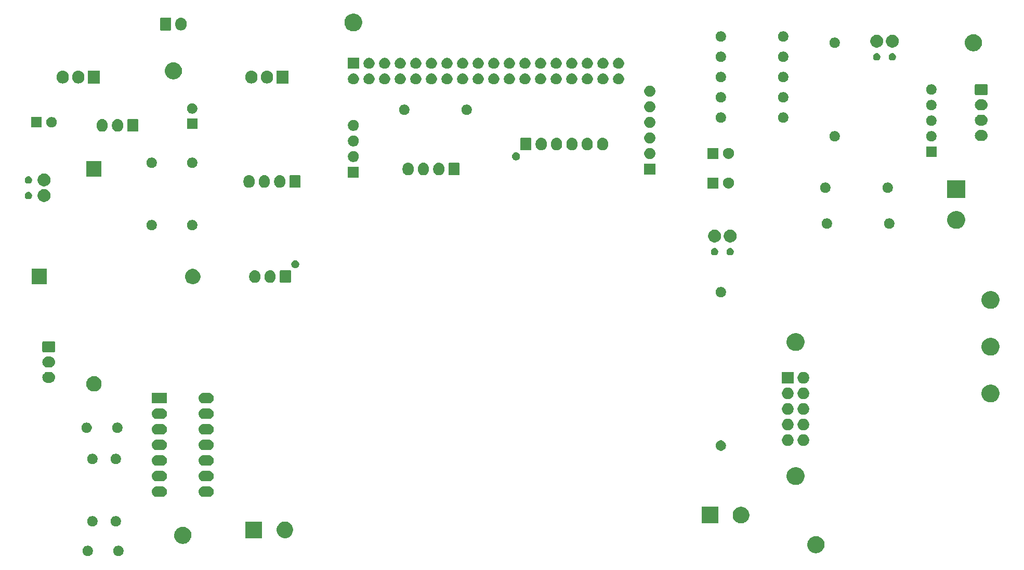
<source format=gbs>
G04 #@! TF.GenerationSoftware,KiCad,Pcbnew,(5.1.5)-3*
G04 #@! TF.CreationDate,2022-04-15T22:29:16+02:00*
G04 #@! TF.ProjectId,Extension Board,45787465-6e73-4696-9f6e-20426f617264,1*
G04 #@! TF.SameCoordinates,Original*
G04 #@! TF.FileFunction,Soldermask,Bot*
G04 #@! TF.FilePolarity,Negative*
%FSLAX46Y46*%
G04 Gerber Fmt 4.6, Leading zero omitted, Abs format (unit mm)*
G04 Created by KiCad (PCBNEW (5.1.5)-3) date 2022-04-15 22:29:16*
%MOMM*%
%LPD*%
G04 APERTURE LIST*
%ADD10C,0.100000*%
G04 APERTURE END LIST*
D10*
G36*
X53762228Y-126435703D02*
G01*
X53917100Y-126499853D01*
X54056481Y-126592985D01*
X54175015Y-126711519D01*
X54268147Y-126850900D01*
X54332297Y-127005772D01*
X54365000Y-127170184D01*
X54365000Y-127337816D01*
X54332297Y-127502228D01*
X54268147Y-127657100D01*
X54175015Y-127796481D01*
X54056481Y-127915015D01*
X53917100Y-128008147D01*
X53762228Y-128072297D01*
X53597816Y-128105000D01*
X53430184Y-128105000D01*
X53265772Y-128072297D01*
X53110900Y-128008147D01*
X52971519Y-127915015D01*
X52852985Y-127796481D01*
X52759853Y-127657100D01*
X52695703Y-127502228D01*
X52663000Y-127337816D01*
X52663000Y-127170184D01*
X52695703Y-127005772D01*
X52759853Y-126850900D01*
X52852985Y-126711519D01*
X52971519Y-126592985D01*
X53110900Y-126499853D01*
X53265772Y-126435703D01*
X53430184Y-126403000D01*
X53597816Y-126403000D01*
X53762228Y-126435703D01*
G37*
G36*
X48762228Y-126435703D02*
G01*
X48917100Y-126499853D01*
X49056481Y-126592985D01*
X49175015Y-126711519D01*
X49268147Y-126850900D01*
X49332297Y-127005772D01*
X49365000Y-127170184D01*
X49365000Y-127337816D01*
X49332297Y-127502228D01*
X49268147Y-127657100D01*
X49175015Y-127796481D01*
X49056481Y-127915015D01*
X48917100Y-128008147D01*
X48762228Y-128072297D01*
X48597816Y-128105000D01*
X48430184Y-128105000D01*
X48265772Y-128072297D01*
X48110900Y-128008147D01*
X47971519Y-127915015D01*
X47852985Y-127796481D01*
X47759853Y-127657100D01*
X47695703Y-127502228D01*
X47663000Y-127337816D01*
X47663000Y-127170184D01*
X47695703Y-127005772D01*
X47759853Y-126850900D01*
X47852985Y-126711519D01*
X47971519Y-126592985D01*
X48110900Y-126499853D01*
X48265772Y-126435703D01*
X48430184Y-126403000D01*
X48597816Y-126403000D01*
X48762228Y-126435703D01*
G37*
G36*
X167450433Y-124872893D02*
G01*
X167540657Y-124890839D01*
X167646267Y-124934585D01*
X167795621Y-124996449D01*
X167795622Y-124996450D01*
X168025086Y-125149772D01*
X168220228Y-125344914D01*
X168322675Y-125498237D01*
X168373551Y-125574379D01*
X168479161Y-125829344D01*
X168533000Y-126100012D01*
X168533000Y-126375988D01*
X168508362Y-126499852D01*
X168479161Y-126646657D01*
X168435415Y-126752267D01*
X168373551Y-126901621D01*
X168373550Y-126901622D01*
X168220228Y-127131086D01*
X168025086Y-127326228D01*
X167871763Y-127428675D01*
X167795621Y-127479551D01*
X167740871Y-127502229D01*
X167540657Y-127585161D01*
X167450433Y-127603107D01*
X167269988Y-127639000D01*
X166994012Y-127639000D01*
X166813567Y-127603107D01*
X166723343Y-127585161D01*
X166523129Y-127502229D01*
X166468379Y-127479551D01*
X166392237Y-127428675D01*
X166238914Y-127326228D01*
X166043772Y-127131086D01*
X165890450Y-126901622D01*
X165890449Y-126901621D01*
X165828585Y-126752267D01*
X165784839Y-126646657D01*
X165755638Y-126499852D01*
X165731000Y-126375988D01*
X165731000Y-126100012D01*
X165784839Y-125829344D01*
X165890449Y-125574379D01*
X165941325Y-125498237D01*
X166043772Y-125344914D01*
X166238914Y-125149772D01*
X166468378Y-124996450D01*
X166468379Y-124996449D01*
X166617733Y-124934585D01*
X166723343Y-124890839D01*
X166813567Y-124872893D01*
X166994012Y-124837000D01*
X167269988Y-124837000D01*
X167450433Y-124872893D01*
G37*
G36*
X64326433Y-123348893D02*
G01*
X64416657Y-123366839D01*
X64522267Y-123410585D01*
X64671621Y-123472449D01*
X64671622Y-123472450D01*
X64901086Y-123625772D01*
X65096228Y-123820914D01*
X65187867Y-123958062D01*
X65249551Y-124050379D01*
X65355161Y-124305344D01*
X65409000Y-124576012D01*
X65409000Y-124851988D01*
X65373107Y-125032433D01*
X65355161Y-125122657D01*
X65343929Y-125149772D01*
X65249551Y-125377621D01*
X65249550Y-125377622D01*
X65096228Y-125607086D01*
X64901086Y-125802228D01*
X64747763Y-125904675D01*
X64671621Y-125955551D01*
X64522267Y-126017415D01*
X64416657Y-126061161D01*
X64326433Y-126079107D01*
X64145988Y-126115000D01*
X63870012Y-126115000D01*
X63689567Y-126079107D01*
X63599343Y-126061161D01*
X63493733Y-126017415D01*
X63344379Y-125955551D01*
X63268237Y-125904675D01*
X63114914Y-125802228D01*
X62919772Y-125607086D01*
X62766450Y-125377622D01*
X62766449Y-125377621D01*
X62672071Y-125149772D01*
X62660839Y-125122657D01*
X62642893Y-125032433D01*
X62607000Y-124851988D01*
X62607000Y-124576012D01*
X62660839Y-124305344D01*
X62766449Y-124050379D01*
X62828133Y-123958062D01*
X62919772Y-123820914D01*
X63114914Y-123625772D01*
X63344378Y-123472450D01*
X63344379Y-123472449D01*
X63493733Y-123410585D01*
X63599343Y-123366839D01*
X63689567Y-123348893D01*
X63870012Y-123313000D01*
X64145988Y-123313000D01*
X64326433Y-123348893D01*
G37*
G36*
X76916000Y-125176000D02*
G01*
X74214000Y-125176000D01*
X74214000Y-122474000D01*
X76916000Y-122474000D01*
X76916000Y-125176000D01*
G37*
G36*
X81039072Y-122525918D02*
G01*
X81240233Y-122609241D01*
X81284939Y-122627759D01*
X81357477Y-122676228D01*
X81506211Y-122775609D01*
X81694391Y-122963789D01*
X81698862Y-122970481D01*
X81842241Y-123185061D01*
X81944082Y-123430928D01*
X81996000Y-123691938D01*
X81996000Y-123958062D01*
X81944082Y-124219072D01*
X81842241Y-124464939D01*
X81694390Y-124686212D01*
X81506212Y-124874390D01*
X81284939Y-125022241D01*
X81284938Y-125022242D01*
X81284937Y-125022242D01*
X81039072Y-125124082D01*
X80778063Y-125176000D01*
X80511937Y-125176000D01*
X80250928Y-125124082D01*
X80005063Y-125022242D01*
X80005062Y-125022242D01*
X80005061Y-125022241D01*
X79783788Y-124874390D01*
X79595610Y-124686212D01*
X79447759Y-124464939D01*
X79345918Y-124219072D01*
X79294000Y-123958062D01*
X79294000Y-123691938D01*
X79345918Y-123430928D01*
X79447759Y-123185061D01*
X79591138Y-122970481D01*
X79595609Y-122963789D01*
X79783789Y-122775609D01*
X79932523Y-122676228D01*
X80005061Y-122627759D01*
X80049768Y-122609241D01*
X80250928Y-122525918D01*
X80511937Y-122474000D01*
X80778063Y-122474000D01*
X81039072Y-122525918D01*
G37*
G36*
X53334228Y-121609703D02*
G01*
X53489100Y-121673853D01*
X53628481Y-121766985D01*
X53747015Y-121885519D01*
X53840147Y-122024900D01*
X53904297Y-122179772D01*
X53937000Y-122344184D01*
X53937000Y-122511816D01*
X53904297Y-122676228D01*
X53840147Y-122831100D01*
X53747015Y-122970481D01*
X53628481Y-123089015D01*
X53489100Y-123182147D01*
X53334228Y-123246297D01*
X53169816Y-123279000D01*
X53002184Y-123279000D01*
X52837772Y-123246297D01*
X52682900Y-123182147D01*
X52543519Y-123089015D01*
X52424985Y-122970481D01*
X52331853Y-122831100D01*
X52267703Y-122676228D01*
X52235000Y-122511816D01*
X52235000Y-122344184D01*
X52267703Y-122179772D01*
X52331853Y-122024900D01*
X52424985Y-121885519D01*
X52543519Y-121766985D01*
X52682900Y-121673853D01*
X52837772Y-121609703D01*
X53002184Y-121577000D01*
X53169816Y-121577000D01*
X53334228Y-121609703D01*
G37*
G36*
X49524228Y-121609703D02*
G01*
X49679100Y-121673853D01*
X49818481Y-121766985D01*
X49937015Y-121885519D01*
X50030147Y-122024900D01*
X50094297Y-122179772D01*
X50127000Y-122344184D01*
X50127000Y-122511816D01*
X50094297Y-122676228D01*
X50030147Y-122831100D01*
X49937015Y-122970481D01*
X49818481Y-123089015D01*
X49679100Y-123182147D01*
X49524228Y-123246297D01*
X49359816Y-123279000D01*
X49192184Y-123279000D01*
X49027772Y-123246297D01*
X48872900Y-123182147D01*
X48733519Y-123089015D01*
X48614985Y-122970481D01*
X48521853Y-122831100D01*
X48457703Y-122676228D01*
X48425000Y-122511816D01*
X48425000Y-122344184D01*
X48457703Y-122179772D01*
X48521853Y-122024900D01*
X48614985Y-121885519D01*
X48733519Y-121766985D01*
X48872900Y-121673853D01*
X49027772Y-121609703D01*
X49192184Y-121577000D01*
X49359816Y-121577000D01*
X49524228Y-121609703D01*
G37*
G36*
X155334072Y-120112918D02*
G01*
X155579939Y-120214759D01*
X155801212Y-120362610D01*
X155989390Y-120550788D01*
X156137241Y-120772061D01*
X156239082Y-121017928D01*
X156291000Y-121278938D01*
X156291000Y-121545062D01*
X156239082Y-121806072D01*
X156137241Y-122051939D01*
X155989390Y-122273212D01*
X155801212Y-122461390D01*
X155579939Y-122609241D01*
X155579938Y-122609242D01*
X155579937Y-122609242D01*
X155334072Y-122711082D01*
X155073063Y-122763000D01*
X154806937Y-122763000D01*
X154545928Y-122711082D01*
X154300063Y-122609242D01*
X154300062Y-122609242D01*
X154300061Y-122609241D01*
X154078788Y-122461390D01*
X153890610Y-122273212D01*
X153742759Y-122051939D01*
X153640918Y-121806072D01*
X153589000Y-121545062D01*
X153589000Y-121278938D01*
X153640918Y-121017928D01*
X153742759Y-120772061D01*
X153890610Y-120550788D01*
X154078788Y-120362610D01*
X154300061Y-120214759D01*
X154545928Y-120112918D01*
X154806937Y-120061000D01*
X155073063Y-120061000D01*
X155334072Y-120112918D01*
G37*
G36*
X151211000Y-122763000D02*
G01*
X148509000Y-122763000D01*
X148509000Y-120061000D01*
X151211000Y-120061000D01*
X151211000Y-122763000D01*
G37*
G36*
X68384823Y-116763313D02*
G01*
X68545242Y-116811976D01*
X68677906Y-116882886D01*
X68693078Y-116890996D01*
X68822659Y-116997341D01*
X68929004Y-117126922D01*
X68929005Y-117126924D01*
X69008024Y-117274758D01*
X69056687Y-117435177D01*
X69073117Y-117602000D01*
X69056687Y-117768823D01*
X69008024Y-117929242D01*
X68937114Y-118061906D01*
X68929004Y-118077078D01*
X68822659Y-118206659D01*
X68693078Y-118313004D01*
X68693076Y-118313005D01*
X68545242Y-118392024D01*
X68384823Y-118440687D01*
X68259804Y-118453000D01*
X67376196Y-118453000D01*
X67251177Y-118440687D01*
X67090758Y-118392024D01*
X66942924Y-118313005D01*
X66942922Y-118313004D01*
X66813341Y-118206659D01*
X66706996Y-118077078D01*
X66698886Y-118061906D01*
X66627976Y-117929242D01*
X66579313Y-117768823D01*
X66562883Y-117602000D01*
X66579313Y-117435177D01*
X66627976Y-117274758D01*
X66706995Y-117126924D01*
X66706996Y-117126922D01*
X66813341Y-116997341D01*
X66942922Y-116890996D01*
X66958094Y-116882886D01*
X67090758Y-116811976D01*
X67251177Y-116763313D01*
X67376196Y-116751000D01*
X68259804Y-116751000D01*
X68384823Y-116763313D01*
G37*
G36*
X60764823Y-116763313D02*
G01*
X60925242Y-116811976D01*
X61057906Y-116882886D01*
X61073078Y-116890996D01*
X61202659Y-116997341D01*
X61309004Y-117126922D01*
X61309005Y-117126924D01*
X61388024Y-117274758D01*
X61436687Y-117435177D01*
X61453117Y-117602000D01*
X61436687Y-117768823D01*
X61388024Y-117929242D01*
X61317114Y-118061906D01*
X61309004Y-118077078D01*
X61202659Y-118206659D01*
X61073078Y-118313004D01*
X61073076Y-118313005D01*
X60925242Y-118392024D01*
X60764823Y-118440687D01*
X60639804Y-118453000D01*
X59756196Y-118453000D01*
X59631177Y-118440687D01*
X59470758Y-118392024D01*
X59322924Y-118313005D01*
X59322922Y-118313004D01*
X59193341Y-118206659D01*
X59086996Y-118077078D01*
X59078886Y-118061906D01*
X59007976Y-117929242D01*
X58959313Y-117768823D01*
X58942883Y-117602000D01*
X58959313Y-117435177D01*
X59007976Y-117274758D01*
X59086995Y-117126924D01*
X59086996Y-117126922D01*
X59193341Y-116997341D01*
X59322922Y-116890996D01*
X59338094Y-116882886D01*
X59470758Y-116811976D01*
X59631177Y-116763313D01*
X59756196Y-116751000D01*
X60639804Y-116751000D01*
X60764823Y-116763313D01*
G37*
G36*
X164253241Y-113666760D02*
G01*
X164517305Y-113776139D01*
X164754958Y-113934934D01*
X164957066Y-114137042D01*
X165115861Y-114374695D01*
X165225240Y-114638759D01*
X165281000Y-114919088D01*
X165281000Y-115204912D01*
X165225240Y-115485241D01*
X165115861Y-115749305D01*
X164957066Y-115986958D01*
X164754958Y-116189066D01*
X164517305Y-116347861D01*
X164253241Y-116457240D01*
X163972912Y-116513000D01*
X163687088Y-116513000D01*
X163406759Y-116457240D01*
X163142695Y-116347861D01*
X162905042Y-116189066D01*
X162702934Y-115986958D01*
X162544139Y-115749305D01*
X162434760Y-115485241D01*
X162379000Y-115204912D01*
X162379000Y-114919088D01*
X162434760Y-114638759D01*
X162544139Y-114374695D01*
X162702934Y-114137042D01*
X162905042Y-113934934D01*
X163142695Y-113776139D01*
X163406759Y-113666760D01*
X163687088Y-113611000D01*
X163972912Y-113611000D01*
X164253241Y-113666760D01*
G37*
G36*
X60764823Y-114223313D02*
G01*
X60925242Y-114271976D01*
X61057906Y-114342886D01*
X61073078Y-114350996D01*
X61202659Y-114457341D01*
X61309004Y-114586922D01*
X61309005Y-114586924D01*
X61388024Y-114734758D01*
X61436687Y-114895177D01*
X61453117Y-115062000D01*
X61436687Y-115228823D01*
X61388024Y-115389242D01*
X61336711Y-115485241D01*
X61309004Y-115537078D01*
X61202659Y-115666659D01*
X61073078Y-115773004D01*
X61073076Y-115773005D01*
X60925242Y-115852024D01*
X60764823Y-115900687D01*
X60639804Y-115913000D01*
X59756196Y-115913000D01*
X59631177Y-115900687D01*
X59470758Y-115852024D01*
X59322924Y-115773005D01*
X59322922Y-115773004D01*
X59193341Y-115666659D01*
X59086996Y-115537078D01*
X59059289Y-115485241D01*
X59007976Y-115389242D01*
X58959313Y-115228823D01*
X58942883Y-115062000D01*
X58959313Y-114895177D01*
X59007976Y-114734758D01*
X59086995Y-114586924D01*
X59086996Y-114586922D01*
X59193341Y-114457341D01*
X59322922Y-114350996D01*
X59338094Y-114342886D01*
X59470758Y-114271976D01*
X59631177Y-114223313D01*
X59756196Y-114211000D01*
X60639804Y-114211000D01*
X60764823Y-114223313D01*
G37*
G36*
X68384823Y-114223313D02*
G01*
X68545242Y-114271976D01*
X68677906Y-114342886D01*
X68693078Y-114350996D01*
X68822659Y-114457341D01*
X68929004Y-114586922D01*
X68929005Y-114586924D01*
X69008024Y-114734758D01*
X69056687Y-114895177D01*
X69073117Y-115062000D01*
X69056687Y-115228823D01*
X69008024Y-115389242D01*
X68956711Y-115485241D01*
X68929004Y-115537078D01*
X68822659Y-115666659D01*
X68693078Y-115773004D01*
X68693076Y-115773005D01*
X68545242Y-115852024D01*
X68384823Y-115900687D01*
X68259804Y-115913000D01*
X67376196Y-115913000D01*
X67251177Y-115900687D01*
X67090758Y-115852024D01*
X66942924Y-115773005D01*
X66942922Y-115773004D01*
X66813341Y-115666659D01*
X66706996Y-115537078D01*
X66679289Y-115485241D01*
X66627976Y-115389242D01*
X66579313Y-115228823D01*
X66562883Y-115062000D01*
X66579313Y-114895177D01*
X66627976Y-114734758D01*
X66706995Y-114586924D01*
X66706996Y-114586922D01*
X66813341Y-114457341D01*
X66942922Y-114350996D01*
X66958094Y-114342886D01*
X67090758Y-114271976D01*
X67251177Y-114223313D01*
X67376196Y-114211000D01*
X68259804Y-114211000D01*
X68384823Y-114223313D01*
G37*
G36*
X60764823Y-111683313D02*
G01*
X60925242Y-111731976D01*
X61057906Y-111802886D01*
X61073078Y-111810996D01*
X61202659Y-111917341D01*
X61309004Y-112046922D01*
X61309005Y-112046924D01*
X61388024Y-112194758D01*
X61436687Y-112355177D01*
X61453117Y-112522000D01*
X61436687Y-112688823D01*
X61388024Y-112849242D01*
X61345384Y-112929015D01*
X61309004Y-112997078D01*
X61202659Y-113126659D01*
X61073078Y-113233004D01*
X61073076Y-113233005D01*
X60925242Y-113312024D01*
X60764823Y-113360687D01*
X60639804Y-113373000D01*
X59756196Y-113373000D01*
X59631177Y-113360687D01*
X59470758Y-113312024D01*
X59322924Y-113233005D01*
X59322922Y-113233004D01*
X59193341Y-113126659D01*
X59086996Y-112997078D01*
X59050616Y-112929015D01*
X59007976Y-112849242D01*
X58959313Y-112688823D01*
X58942883Y-112522000D01*
X58959313Y-112355177D01*
X59007976Y-112194758D01*
X59086995Y-112046924D01*
X59086996Y-112046922D01*
X59193341Y-111917341D01*
X59322922Y-111810996D01*
X59338094Y-111802886D01*
X59470758Y-111731976D01*
X59631177Y-111683313D01*
X59756196Y-111671000D01*
X60639804Y-111671000D01*
X60764823Y-111683313D01*
G37*
G36*
X68384823Y-111683313D02*
G01*
X68545242Y-111731976D01*
X68677906Y-111802886D01*
X68693078Y-111810996D01*
X68822659Y-111917341D01*
X68929004Y-112046922D01*
X68929005Y-112046924D01*
X69008024Y-112194758D01*
X69056687Y-112355177D01*
X69073117Y-112522000D01*
X69056687Y-112688823D01*
X69008024Y-112849242D01*
X68965384Y-112929015D01*
X68929004Y-112997078D01*
X68822659Y-113126659D01*
X68693078Y-113233004D01*
X68693076Y-113233005D01*
X68545242Y-113312024D01*
X68384823Y-113360687D01*
X68259804Y-113373000D01*
X67376196Y-113373000D01*
X67251177Y-113360687D01*
X67090758Y-113312024D01*
X66942924Y-113233005D01*
X66942922Y-113233004D01*
X66813341Y-113126659D01*
X66706996Y-112997078D01*
X66670616Y-112929015D01*
X66627976Y-112849242D01*
X66579313Y-112688823D01*
X66562883Y-112522000D01*
X66579313Y-112355177D01*
X66627976Y-112194758D01*
X66706995Y-112046924D01*
X66706996Y-112046922D01*
X66813341Y-111917341D01*
X66942922Y-111810996D01*
X66958094Y-111802886D01*
X67090758Y-111731976D01*
X67251177Y-111683313D01*
X67376196Y-111671000D01*
X68259804Y-111671000D01*
X68384823Y-111683313D01*
G37*
G36*
X53334228Y-111449703D02*
G01*
X53489100Y-111513853D01*
X53628481Y-111606985D01*
X53747015Y-111725519D01*
X53840147Y-111864900D01*
X53904297Y-112019772D01*
X53937000Y-112184184D01*
X53937000Y-112351816D01*
X53904297Y-112516228D01*
X53840147Y-112671100D01*
X53747015Y-112810481D01*
X53628481Y-112929015D01*
X53489100Y-113022147D01*
X53334228Y-113086297D01*
X53169816Y-113119000D01*
X53002184Y-113119000D01*
X52837772Y-113086297D01*
X52682900Y-113022147D01*
X52543519Y-112929015D01*
X52424985Y-112810481D01*
X52331853Y-112671100D01*
X52267703Y-112516228D01*
X52235000Y-112351816D01*
X52235000Y-112184184D01*
X52267703Y-112019772D01*
X52331853Y-111864900D01*
X52424985Y-111725519D01*
X52543519Y-111606985D01*
X52682900Y-111513853D01*
X52837772Y-111449703D01*
X53002184Y-111417000D01*
X53169816Y-111417000D01*
X53334228Y-111449703D01*
G37*
G36*
X49524228Y-111449703D02*
G01*
X49679100Y-111513853D01*
X49818481Y-111606985D01*
X49937015Y-111725519D01*
X50030147Y-111864900D01*
X50094297Y-112019772D01*
X50127000Y-112184184D01*
X50127000Y-112351816D01*
X50094297Y-112516228D01*
X50030147Y-112671100D01*
X49937015Y-112810481D01*
X49818481Y-112929015D01*
X49679100Y-113022147D01*
X49524228Y-113086297D01*
X49359816Y-113119000D01*
X49192184Y-113119000D01*
X49027772Y-113086297D01*
X48872900Y-113022147D01*
X48733519Y-112929015D01*
X48614985Y-112810481D01*
X48521853Y-112671100D01*
X48457703Y-112516228D01*
X48425000Y-112351816D01*
X48425000Y-112184184D01*
X48457703Y-112019772D01*
X48521853Y-111864900D01*
X48614985Y-111725519D01*
X48733519Y-111606985D01*
X48872900Y-111513853D01*
X49027772Y-111449703D01*
X49192184Y-111417000D01*
X49359816Y-111417000D01*
X49524228Y-111449703D01*
G37*
G36*
X151886228Y-109271703D02*
G01*
X152041100Y-109335853D01*
X152180481Y-109428985D01*
X152299015Y-109547519D01*
X152392147Y-109686900D01*
X152456297Y-109841772D01*
X152489000Y-110006184D01*
X152489000Y-110173816D01*
X152456297Y-110338228D01*
X152392147Y-110493100D01*
X152299015Y-110632481D01*
X152180481Y-110751015D01*
X152041100Y-110844147D01*
X151886228Y-110908297D01*
X151721816Y-110941000D01*
X151554184Y-110941000D01*
X151389772Y-110908297D01*
X151234900Y-110844147D01*
X151095519Y-110751015D01*
X150976985Y-110632481D01*
X150883853Y-110493100D01*
X150819703Y-110338228D01*
X150787000Y-110173816D01*
X150787000Y-110006184D01*
X150819703Y-109841772D01*
X150883853Y-109686900D01*
X150976985Y-109547519D01*
X151095519Y-109428985D01*
X151234900Y-109335853D01*
X151389772Y-109271703D01*
X151554184Y-109239000D01*
X151721816Y-109239000D01*
X151886228Y-109271703D01*
G37*
G36*
X68384823Y-109143313D02*
G01*
X68545242Y-109191976D01*
X68677906Y-109262886D01*
X68693078Y-109270996D01*
X68822659Y-109377341D01*
X68929004Y-109506922D01*
X68929005Y-109506924D01*
X69008024Y-109654758D01*
X69056687Y-109815177D01*
X69073117Y-109982000D01*
X69056687Y-110148823D01*
X69008024Y-110309242D01*
X68992530Y-110338229D01*
X68929004Y-110457078D01*
X68822659Y-110586659D01*
X68693078Y-110693004D01*
X68693076Y-110693005D01*
X68545242Y-110772024D01*
X68384823Y-110820687D01*
X68259804Y-110833000D01*
X67376196Y-110833000D01*
X67251177Y-110820687D01*
X67090758Y-110772024D01*
X66942924Y-110693005D01*
X66942922Y-110693004D01*
X66813341Y-110586659D01*
X66706996Y-110457078D01*
X66643470Y-110338229D01*
X66627976Y-110309242D01*
X66579313Y-110148823D01*
X66562883Y-109982000D01*
X66579313Y-109815177D01*
X66627976Y-109654758D01*
X66706995Y-109506924D01*
X66706996Y-109506922D01*
X66813341Y-109377341D01*
X66942922Y-109270996D01*
X66958094Y-109262886D01*
X67090758Y-109191976D01*
X67251177Y-109143313D01*
X67376196Y-109131000D01*
X68259804Y-109131000D01*
X68384823Y-109143313D01*
G37*
G36*
X60764823Y-109143313D02*
G01*
X60925242Y-109191976D01*
X61057906Y-109262886D01*
X61073078Y-109270996D01*
X61202659Y-109377341D01*
X61309004Y-109506922D01*
X61309005Y-109506924D01*
X61388024Y-109654758D01*
X61436687Y-109815177D01*
X61453117Y-109982000D01*
X61436687Y-110148823D01*
X61388024Y-110309242D01*
X61372530Y-110338229D01*
X61309004Y-110457078D01*
X61202659Y-110586659D01*
X61073078Y-110693004D01*
X61073076Y-110693005D01*
X60925242Y-110772024D01*
X60764823Y-110820687D01*
X60639804Y-110833000D01*
X59756196Y-110833000D01*
X59631177Y-110820687D01*
X59470758Y-110772024D01*
X59322924Y-110693005D01*
X59322922Y-110693004D01*
X59193341Y-110586659D01*
X59086996Y-110457078D01*
X59023470Y-110338229D01*
X59007976Y-110309242D01*
X58959313Y-110148823D01*
X58942883Y-109982000D01*
X58959313Y-109815177D01*
X59007976Y-109654758D01*
X59086995Y-109506924D01*
X59086996Y-109506922D01*
X59193341Y-109377341D01*
X59322922Y-109270996D01*
X59338094Y-109262886D01*
X59470758Y-109191976D01*
X59631177Y-109143313D01*
X59756196Y-109131000D01*
X60639804Y-109131000D01*
X60764823Y-109143313D01*
G37*
G36*
X162837395Y-108305546D02*
G01*
X163010466Y-108377234D01*
X163010467Y-108377235D01*
X163166227Y-108481310D01*
X163298690Y-108613773D01*
X163298691Y-108613775D01*
X163402766Y-108769534D01*
X163474454Y-108942605D01*
X163511000Y-109126333D01*
X163511000Y-109313667D01*
X163474454Y-109497395D01*
X163402766Y-109670466D01*
X163402765Y-109670467D01*
X163298690Y-109826227D01*
X163166227Y-109958690D01*
X163131341Y-109982000D01*
X163010466Y-110062766D01*
X162837395Y-110134454D01*
X162653667Y-110171000D01*
X162466333Y-110171000D01*
X162282605Y-110134454D01*
X162109534Y-110062766D01*
X161988659Y-109982000D01*
X161953773Y-109958690D01*
X161821310Y-109826227D01*
X161717235Y-109670467D01*
X161717234Y-109670466D01*
X161645546Y-109497395D01*
X161609000Y-109313667D01*
X161609000Y-109126333D01*
X161645546Y-108942605D01*
X161717234Y-108769534D01*
X161821309Y-108613775D01*
X161821310Y-108613773D01*
X161953773Y-108481310D01*
X162109533Y-108377235D01*
X162109534Y-108377234D01*
X162282605Y-108305546D01*
X162466333Y-108269000D01*
X162653667Y-108269000D01*
X162837395Y-108305546D01*
G37*
G36*
X165377395Y-108305546D02*
G01*
X165550466Y-108377234D01*
X165550467Y-108377235D01*
X165706227Y-108481310D01*
X165838690Y-108613773D01*
X165838691Y-108613775D01*
X165942766Y-108769534D01*
X166014454Y-108942605D01*
X166051000Y-109126333D01*
X166051000Y-109313667D01*
X166014454Y-109497395D01*
X165942766Y-109670466D01*
X165942765Y-109670467D01*
X165838690Y-109826227D01*
X165706227Y-109958690D01*
X165671341Y-109982000D01*
X165550466Y-110062766D01*
X165377395Y-110134454D01*
X165193667Y-110171000D01*
X165006333Y-110171000D01*
X164822605Y-110134454D01*
X164649534Y-110062766D01*
X164528659Y-109982000D01*
X164493773Y-109958690D01*
X164361310Y-109826227D01*
X164257235Y-109670467D01*
X164257234Y-109670466D01*
X164185546Y-109497395D01*
X164149000Y-109313667D01*
X164149000Y-109126333D01*
X164185546Y-108942605D01*
X164257234Y-108769534D01*
X164361309Y-108613775D01*
X164361310Y-108613773D01*
X164493773Y-108481310D01*
X164649533Y-108377235D01*
X164649534Y-108377234D01*
X164822605Y-108305546D01*
X165006333Y-108269000D01*
X165193667Y-108269000D01*
X165377395Y-108305546D01*
G37*
G36*
X60764823Y-106603313D02*
G01*
X60925242Y-106651976D01*
X61057906Y-106722886D01*
X61073078Y-106730996D01*
X61202659Y-106837341D01*
X61309004Y-106966922D01*
X61309005Y-106966924D01*
X61388024Y-107114758D01*
X61436687Y-107275177D01*
X61453117Y-107442000D01*
X61436687Y-107608823D01*
X61388024Y-107769242D01*
X61345384Y-107849015D01*
X61309004Y-107917078D01*
X61202659Y-108046659D01*
X61073078Y-108153004D01*
X61073076Y-108153005D01*
X60925242Y-108232024D01*
X60764823Y-108280687D01*
X60639804Y-108293000D01*
X59756196Y-108293000D01*
X59631177Y-108280687D01*
X59470758Y-108232024D01*
X59322924Y-108153005D01*
X59322922Y-108153004D01*
X59193341Y-108046659D01*
X59086996Y-107917078D01*
X59050616Y-107849015D01*
X59007976Y-107769242D01*
X58959313Y-107608823D01*
X58942883Y-107442000D01*
X58959313Y-107275177D01*
X59007976Y-107114758D01*
X59086995Y-106966924D01*
X59086996Y-106966922D01*
X59193341Y-106837341D01*
X59322922Y-106730996D01*
X59338094Y-106722886D01*
X59470758Y-106651976D01*
X59631177Y-106603313D01*
X59756196Y-106591000D01*
X60639804Y-106591000D01*
X60764823Y-106603313D01*
G37*
G36*
X68384823Y-106603313D02*
G01*
X68545242Y-106651976D01*
X68677906Y-106722886D01*
X68693078Y-106730996D01*
X68822659Y-106837341D01*
X68929004Y-106966922D01*
X68929005Y-106966924D01*
X69008024Y-107114758D01*
X69056687Y-107275177D01*
X69073117Y-107442000D01*
X69056687Y-107608823D01*
X69008024Y-107769242D01*
X68965384Y-107849015D01*
X68929004Y-107917078D01*
X68822659Y-108046659D01*
X68693078Y-108153004D01*
X68693076Y-108153005D01*
X68545242Y-108232024D01*
X68384823Y-108280687D01*
X68259804Y-108293000D01*
X67376196Y-108293000D01*
X67251177Y-108280687D01*
X67090758Y-108232024D01*
X66942924Y-108153005D01*
X66942922Y-108153004D01*
X66813341Y-108046659D01*
X66706996Y-107917078D01*
X66670616Y-107849015D01*
X66627976Y-107769242D01*
X66579313Y-107608823D01*
X66562883Y-107442000D01*
X66579313Y-107275177D01*
X66627976Y-107114758D01*
X66706995Y-106966924D01*
X66706996Y-106966922D01*
X66813341Y-106837341D01*
X66942922Y-106730996D01*
X66958094Y-106722886D01*
X67090758Y-106651976D01*
X67251177Y-106603313D01*
X67376196Y-106591000D01*
X68259804Y-106591000D01*
X68384823Y-106603313D01*
G37*
G36*
X53588228Y-106369703D02*
G01*
X53743100Y-106433853D01*
X53882481Y-106526985D01*
X54001015Y-106645519D01*
X54094147Y-106784900D01*
X54158297Y-106939772D01*
X54191000Y-107104184D01*
X54191000Y-107271816D01*
X54158297Y-107436228D01*
X54094147Y-107591100D01*
X54001015Y-107730481D01*
X53882481Y-107849015D01*
X53743100Y-107942147D01*
X53588228Y-108006297D01*
X53423816Y-108039000D01*
X53256184Y-108039000D01*
X53091772Y-108006297D01*
X52936900Y-107942147D01*
X52797519Y-107849015D01*
X52678985Y-107730481D01*
X52585853Y-107591100D01*
X52521703Y-107436228D01*
X52489000Y-107271816D01*
X52489000Y-107104184D01*
X52521703Y-106939772D01*
X52585853Y-106784900D01*
X52678985Y-106645519D01*
X52797519Y-106526985D01*
X52936900Y-106433853D01*
X53091772Y-106369703D01*
X53256184Y-106337000D01*
X53423816Y-106337000D01*
X53588228Y-106369703D01*
G37*
G36*
X48588228Y-106369703D02*
G01*
X48743100Y-106433853D01*
X48882481Y-106526985D01*
X49001015Y-106645519D01*
X49094147Y-106784900D01*
X49158297Y-106939772D01*
X49191000Y-107104184D01*
X49191000Y-107271816D01*
X49158297Y-107436228D01*
X49094147Y-107591100D01*
X49001015Y-107730481D01*
X48882481Y-107849015D01*
X48743100Y-107942147D01*
X48588228Y-108006297D01*
X48423816Y-108039000D01*
X48256184Y-108039000D01*
X48091772Y-108006297D01*
X47936900Y-107942147D01*
X47797519Y-107849015D01*
X47678985Y-107730481D01*
X47585853Y-107591100D01*
X47521703Y-107436228D01*
X47489000Y-107271816D01*
X47489000Y-107104184D01*
X47521703Y-106939772D01*
X47585853Y-106784900D01*
X47678985Y-106645519D01*
X47797519Y-106526985D01*
X47936900Y-106433853D01*
X48091772Y-106369703D01*
X48256184Y-106337000D01*
X48423816Y-106337000D01*
X48588228Y-106369703D01*
G37*
G36*
X162837395Y-105765546D02*
G01*
X163010466Y-105837234D01*
X163010467Y-105837235D01*
X163166227Y-105941310D01*
X163298690Y-106073773D01*
X163298691Y-106073775D01*
X163402766Y-106229534D01*
X163474454Y-106402605D01*
X163511000Y-106586333D01*
X163511000Y-106773667D01*
X163474454Y-106957395D01*
X163402766Y-107130466D01*
X163402765Y-107130467D01*
X163298690Y-107286227D01*
X163166227Y-107418690D01*
X163139979Y-107436228D01*
X163010466Y-107522766D01*
X162837395Y-107594454D01*
X162653667Y-107631000D01*
X162466333Y-107631000D01*
X162282605Y-107594454D01*
X162109534Y-107522766D01*
X161980021Y-107436228D01*
X161953773Y-107418690D01*
X161821310Y-107286227D01*
X161717235Y-107130467D01*
X161717234Y-107130466D01*
X161645546Y-106957395D01*
X161609000Y-106773667D01*
X161609000Y-106586333D01*
X161645546Y-106402605D01*
X161717234Y-106229534D01*
X161821309Y-106073775D01*
X161821310Y-106073773D01*
X161953773Y-105941310D01*
X162109533Y-105837235D01*
X162109534Y-105837234D01*
X162282605Y-105765546D01*
X162466333Y-105729000D01*
X162653667Y-105729000D01*
X162837395Y-105765546D01*
G37*
G36*
X165377395Y-105765546D02*
G01*
X165550466Y-105837234D01*
X165550467Y-105837235D01*
X165706227Y-105941310D01*
X165838690Y-106073773D01*
X165838691Y-106073775D01*
X165942766Y-106229534D01*
X166014454Y-106402605D01*
X166051000Y-106586333D01*
X166051000Y-106773667D01*
X166014454Y-106957395D01*
X165942766Y-107130466D01*
X165942765Y-107130467D01*
X165838690Y-107286227D01*
X165706227Y-107418690D01*
X165679979Y-107436228D01*
X165550466Y-107522766D01*
X165377395Y-107594454D01*
X165193667Y-107631000D01*
X165006333Y-107631000D01*
X164822605Y-107594454D01*
X164649534Y-107522766D01*
X164520021Y-107436228D01*
X164493773Y-107418690D01*
X164361310Y-107286227D01*
X164257235Y-107130467D01*
X164257234Y-107130466D01*
X164185546Y-106957395D01*
X164149000Y-106773667D01*
X164149000Y-106586333D01*
X164185546Y-106402605D01*
X164257234Y-106229534D01*
X164361309Y-106073775D01*
X164361310Y-106073773D01*
X164493773Y-105941310D01*
X164649533Y-105837235D01*
X164649534Y-105837234D01*
X164822605Y-105765546D01*
X165006333Y-105729000D01*
X165193667Y-105729000D01*
X165377395Y-105765546D01*
G37*
G36*
X68384823Y-104063313D02*
G01*
X68545242Y-104111976D01*
X68677906Y-104182886D01*
X68693078Y-104190996D01*
X68822659Y-104297341D01*
X68929004Y-104426922D01*
X68929005Y-104426924D01*
X69008024Y-104574758D01*
X69056687Y-104735177D01*
X69073117Y-104902000D01*
X69056687Y-105068823D01*
X69008024Y-105229242D01*
X68937114Y-105361906D01*
X68929004Y-105377078D01*
X68822659Y-105506659D01*
X68693078Y-105613004D01*
X68693076Y-105613005D01*
X68545242Y-105692024D01*
X68384823Y-105740687D01*
X68259804Y-105753000D01*
X67376196Y-105753000D01*
X67251177Y-105740687D01*
X67090758Y-105692024D01*
X66942924Y-105613005D01*
X66942922Y-105613004D01*
X66813341Y-105506659D01*
X66706996Y-105377078D01*
X66698886Y-105361906D01*
X66627976Y-105229242D01*
X66579313Y-105068823D01*
X66562883Y-104902000D01*
X66579313Y-104735177D01*
X66627976Y-104574758D01*
X66706995Y-104426924D01*
X66706996Y-104426922D01*
X66813341Y-104297341D01*
X66942922Y-104190996D01*
X66958094Y-104182886D01*
X67090758Y-104111976D01*
X67251177Y-104063313D01*
X67376196Y-104051000D01*
X68259804Y-104051000D01*
X68384823Y-104063313D01*
G37*
G36*
X60764823Y-104063313D02*
G01*
X60925242Y-104111976D01*
X61057906Y-104182886D01*
X61073078Y-104190996D01*
X61202659Y-104297341D01*
X61309004Y-104426922D01*
X61309005Y-104426924D01*
X61388024Y-104574758D01*
X61436687Y-104735177D01*
X61453117Y-104902000D01*
X61436687Y-105068823D01*
X61388024Y-105229242D01*
X61317114Y-105361906D01*
X61309004Y-105377078D01*
X61202659Y-105506659D01*
X61073078Y-105613004D01*
X61073076Y-105613005D01*
X60925242Y-105692024D01*
X60764823Y-105740687D01*
X60639804Y-105753000D01*
X59756196Y-105753000D01*
X59631177Y-105740687D01*
X59470758Y-105692024D01*
X59322924Y-105613005D01*
X59322922Y-105613004D01*
X59193341Y-105506659D01*
X59086996Y-105377078D01*
X59078886Y-105361906D01*
X59007976Y-105229242D01*
X58959313Y-105068823D01*
X58942883Y-104902000D01*
X58959313Y-104735177D01*
X59007976Y-104574758D01*
X59086995Y-104426924D01*
X59086996Y-104426922D01*
X59193341Y-104297341D01*
X59322922Y-104190996D01*
X59338094Y-104182886D01*
X59470758Y-104111976D01*
X59631177Y-104063313D01*
X59756196Y-104051000D01*
X60639804Y-104051000D01*
X60764823Y-104063313D01*
G37*
G36*
X162837395Y-103225546D02*
G01*
X163010466Y-103297234D01*
X163010467Y-103297235D01*
X163166227Y-103401310D01*
X163298690Y-103533773D01*
X163298691Y-103533775D01*
X163402766Y-103689534D01*
X163474454Y-103862605D01*
X163511000Y-104046333D01*
X163511000Y-104233667D01*
X163474454Y-104417395D01*
X163402766Y-104590466D01*
X163402765Y-104590467D01*
X163298690Y-104746227D01*
X163166227Y-104878690D01*
X163131341Y-104902000D01*
X163010466Y-104982766D01*
X162837395Y-105054454D01*
X162653667Y-105091000D01*
X162466333Y-105091000D01*
X162282605Y-105054454D01*
X162109534Y-104982766D01*
X161988659Y-104902000D01*
X161953773Y-104878690D01*
X161821310Y-104746227D01*
X161717235Y-104590467D01*
X161717234Y-104590466D01*
X161645546Y-104417395D01*
X161609000Y-104233667D01*
X161609000Y-104046333D01*
X161645546Y-103862605D01*
X161717234Y-103689534D01*
X161821309Y-103533775D01*
X161821310Y-103533773D01*
X161953773Y-103401310D01*
X162109533Y-103297235D01*
X162109534Y-103297234D01*
X162282605Y-103225546D01*
X162466333Y-103189000D01*
X162653667Y-103189000D01*
X162837395Y-103225546D01*
G37*
G36*
X165377395Y-103225546D02*
G01*
X165550466Y-103297234D01*
X165550467Y-103297235D01*
X165706227Y-103401310D01*
X165838690Y-103533773D01*
X165838691Y-103533775D01*
X165942766Y-103689534D01*
X166014454Y-103862605D01*
X166051000Y-104046333D01*
X166051000Y-104233667D01*
X166014454Y-104417395D01*
X165942766Y-104590466D01*
X165942765Y-104590467D01*
X165838690Y-104746227D01*
X165706227Y-104878690D01*
X165671341Y-104902000D01*
X165550466Y-104982766D01*
X165377395Y-105054454D01*
X165193667Y-105091000D01*
X165006333Y-105091000D01*
X164822605Y-105054454D01*
X164649534Y-104982766D01*
X164528659Y-104902000D01*
X164493773Y-104878690D01*
X164361310Y-104746227D01*
X164257235Y-104590467D01*
X164257234Y-104590466D01*
X164185546Y-104417395D01*
X164149000Y-104233667D01*
X164149000Y-104046333D01*
X164185546Y-103862605D01*
X164257234Y-103689534D01*
X164361309Y-103533775D01*
X164361310Y-103533773D01*
X164493773Y-103401310D01*
X164649533Y-103297235D01*
X164649534Y-103297234D01*
X164822605Y-103225546D01*
X165006333Y-103189000D01*
X165193667Y-103189000D01*
X165377395Y-103225546D01*
G37*
G36*
X68384823Y-101523313D02*
G01*
X68545242Y-101571976D01*
X68677906Y-101642886D01*
X68693078Y-101650996D01*
X68822659Y-101757341D01*
X68929004Y-101886922D01*
X68929005Y-101886924D01*
X69008024Y-102034758D01*
X69056687Y-102195177D01*
X69073117Y-102362000D01*
X69056687Y-102528823D01*
X69008024Y-102689242D01*
X68937114Y-102821906D01*
X68929004Y-102837078D01*
X68822659Y-102966659D01*
X68693078Y-103073004D01*
X68693076Y-103073005D01*
X68545242Y-103152024D01*
X68384823Y-103200687D01*
X68259804Y-103213000D01*
X67376196Y-103213000D01*
X67251177Y-103200687D01*
X67090758Y-103152024D01*
X66942924Y-103073005D01*
X66942922Y-103073004D01*
X66813341Y-102966659D01*
X66706996Y-102837078D01*
X66698886Y-102821906D01*
X66627976Y-102689242D01*
X66579313Y-102528823D01*
X66562883Y-102362000D01*
X66579313Y-102195177D01*
X66627976Y-102034758D01*
X66706995Y-101886924D01*
X66706996Y-101886922D01*
X66813341Y-101757341D01*
X66942922Y-101650996D01*
X66958094Y-101642886D01*
X67090758Y-101571976D01*
X67251177Y-101523313D01*
X67376196Y-101511000D01*
X68259804Y-101511000D01*
X68384823Y-101523313D01*
G37*
G36*
X61449000Y-103213000D02*
G01*
X58947000Y-103213000D01*
X58947000Y-101511000D01*
X61449000Y-101511000D01*
X61449000Y-103213000D01*
G37*
G36*
X196003241Y-100204760D02*
G01*
X196267305Y-100314139D01*
X196504958Y-100472934D01*
X196707066Y-100675042D01*
X196865861Y-100912695D01*
X196975240Y-101176759D01*
X197031000Y-101457088D01*
X197031000Y-101742912D01*
X196975240Y-102023241D01*
X196865861Y-102287305D01*
X196707066Y-102524958D01*
X196504958Y-102727066D01*
X196267305Y-102885861D01*
X196003241Y-102995240D01*
X195722912Y-103051000D01*
X195437088Y-103051000D01*
X195156759Y-102995240D01*
X194892695Y-102885861D01*
X194655042Y-102727066D01*
X194452934Y-102524958D01*
X194294139Y-102287305D01*
X194184760Y-102023241D01*
X194129000Y-101742912D01*
X194129000Y-101457088D01*
X194184760Y-101176759D01*
X194294139Y-100912695D01*
X194452934Y-100675042D01*
X194655042Y-100472934D01*
X194892695Y-100314139D01*
X195156759Y-100204760D01*
X195437088Y-100149000D01*
X195722912Y-100149000D01*
X196003241Y-100204760D01*
G37*
G36*
X162837395Y-100685546D02*
G01*
X163010466Y-100757234D01*
X163010467Y-100757235D01*
X163166227Y-100861310D01*
X163298690Y-100993773D01*
X163299988Y-100995716D01*
X163402766Y-101149534D01*
X163474454Y-101322605D01*
X163511000Y-101506333D01*
X163511000Y-101693667D01*
X163474454Y-101877395D01*
X163402766Y-102050466D01*
X163402765Y-102050467D01*
X163298690Y-102206227D01*
X163166227Y-102338690D01*
X163131341Y-102362000D01*
X163010466Y-102442766D01*
X162837395Y-102514454D01*
X162653667Y-102551000D01*
X162466333Y-102551000D01*
X162282605Y-102514454D01*
X162109534Y-102442766D01*
X161988659Y-102362000D01*
X161953773Y-102338690D01*
X161821310Y-102206227D01*
X161717235Y-102050467D01*
X161717234Y-102050466D01*
X161645546Y-101877395D01*
X161609000Y-101693667D01*
X161609000Y-101506333D01*
X161645546Y-101322605D01*
X161717234Y-101149534D01*
X161820012Y-100995716D01*
X161821310Y-100993773D01*
X161953773Y-100861310D01*
X162109533Y-100757235D01*
X162109534Y-100757234D01*
X162282605Y-100685546D01*
X162466333Y-100649000D01*
X162653667Y-100649000D01*
X162837395Y-100685546D01*
G37*
G36*
X165377395Y-100685546D02*
G01*
X165550466Y-100757234D01*
X165550467Y-100757235D01*
X165706227Y-100861310D01*
X165838690Y-100993773D01*
X165839988Y-100995716D01*
X165942766Y-101149534D01*
X166014454Y-101322605D01*
X166051000Y-101506333D01*
X166051000Y-101693667D01*
X166014454Y-101877395D01*
X165942766Y-102050466D01*
X165942765Y-102050467D01*
X165838690Y-102206227D01*
X165706227Y-102338690D01*
X165671341Y-102362000D01*
X165550466Y-102442766D01*
X165377395Y-102514454D01*
X165193667Y-102551000D01*
X165006333Y-102551000D01*
X164822605Y-102514454D01*
X164649534Y-102442766D01*
X164528659Y-102362000D01*
X164493773Y-102338690D01*
X164361310Y-102206227D01*
X164257235Y-102050467D01*
X164257234Y-102050466D01*
X164185546Y-101877395D01*
X164149000Y-101693667D01*
X164149000Y-101506333D01*
X164185546Y-101322605D01*
X164257234Y-101149534D01*
X164360012Y-100995716D01*
X164361310Y-100993773D01*
X164493773Y-100861310D01*
X164649533Y-100757235D01*
X164649534Y-100757234D01*
X164822605Y-100685546D01*
X165006333Y-100649000D01*
X165193667Y-100649000D01*
X165377395Y-100685546D01*
G37*
G36*
X49805909Y-98803373D02*
G01*
X49894903Y-98821075D01*
X50122571Y-98915378D01*
X50327466Y-99052285D01*
X50501715Y-99226534D01*
X50568489Y-99326468D01*
X50638623Y-99431431D01*
X50732925Y-99659097D01*
X50781000Y-99900786D01*
X50781000Y-100147214D01*
X50747796Y-100314140D01*
X50732925Y-100388903D01*
X50638622Y-100616571D01*
X50501715Y-100821466D01*
X50327466Y-100995715D01*
X50122571Y-101132622D01*
X50122570Y-101132623D01*
X50122569Y-101132623D01*
X49894903Y-101226925D01*
X49653214Y-101275000D01*
X49406786Y-101275000D01*
X49165097Y-101226925D01*
X48937431Y-101132623D01*
X48937430Y-101132623D01*
X48937429Y-101132622D01*
X48732534Y-100995715D01*
X48558285Y-100821466D01*
X48421378Y-100616571D01*
X48327075Y-100388903D01*
X48312204Y-100314140D01*
X48279000Y-100147214D01*
X48279000Y-99900786D01*
X48327075Y-99659097D01*
X48421377Y-99431431D01*
X48491511Y-99326468D01*
X48558285Y-99226534D01*
X48732534Y-99052285D01*
X48937429Y-98915378D01*
X49165097Y-98821075D01*
X49254091Y-98803373D01*
X49406786Y-98773000D01*
X49653214Y-98773000D01*
X49805909Y-98803373D01*
G37*
G36*
X163511000Y-100011000D02*
G01*
X161609000Y-100011000D01*
X161609000Y-98109000D01*
X163511000Y-98109000D01*
X163511000Y-100011000D01*
G37*
G36*
X165377395Y-98145546D02*
G01*
X165550466Y-98217234D01*
X165565414Y-98227222D01*
X165706227Y-98321310D01*
X165838690Y-98453773D01*
X165854217Y-98477011D01*
X165942766Y-98609534D01*
X166014454Y-98782605D01*
X166051000Y-98966333D01*
X166051000Y-99153667D01*
X166014454Y-99337395D01*
X165942766Y-99510466D01*
X165942765Y-99510467D01*
X165838690Y-99666227D01*
X165706227Y-99798690D01*
X165627818Y-99851081D01*
X165550466Y-99902766D01*
X165377395Y-99974454D01*
X165193667Y-100011000D01*
X165006333Y-100011000D01*
X164822605Y-99974454D01*
X164649534Y-99902766D01*
X164572182Y-99851081D01*
X164493773Y-99798690D01*
X164361310Y-99666227D01*
X164257235Y-99510467D01*
X164257234Y-99510466D01*
X164185546Y-99337395D01*
X164149000Y-99153667D01*
X164149000Y-98966333D01*
X164185546Y-98782605D01*
X164257234Y-98609534D01*
X164345783Y-98477011D01*
X164361310Y-98453773D01*
X164493773Y-98321310D01*
X164634586Y-98227222D01*
X164649534Y-98217234D01*
X164822605Y-98145546D01*
X165006333Y-98109000D01*
X165193667Y-98109000D01*
X165377395Y-98145546D01*
G37*
G36*
X42399443Y-98085519D02*
G01*
X42465627Y-98092037D01*
X42635466Y-98143557D01*
X42791991Y-98227222D01*
X42827729Y-98256552D01*
X42929186Y-98339814D01*
X43012448Y-98441271D01*
X43041778Y-98477009D01*
X43125443Y-98633534D01*
X43176963Y-98803373D01*
X43194359Y-98980000D01*
X43176963Y-99156627D01*
X43125443Y-99326466D01*
X43041778Y-99482991D01*
X43019230Y-99510466D01*
X42929186Y-99620186D01*
X42827729Y-99703448D01*
X42791991Y-99732778D01*
X42635466Y-99816443D01*
X42465627Y-99867963D01*
X42399442Y-99874482D01*
X42333260Y-99881000D01*
X41994740Y-99881000D01*
X41928558Y-99874482D01*
X41862373Y-99867963D01*
X41692534Y-99816443D01*
X41536009Y-99732778D01*
X41500271Y-99703448D01*
X41398814Y-99620186D01*
X41308770Y-99510466D01*
X41286222Y-99482991D01*
X41202557Y-99326466D01*
X41151037Y-99156627D01*
X41133641Y-98980000D01*
X41151037Y-98803373D01*
X41202557Y-98633534D01*
X41286222Y-98477009D01*
X41315552Y-98441271D01*
X41398814Y-98339814D01*
X41500271Y-98256552D01*
X41536009Y-98227222D01*
X41692534Y-98143557D01*
X41862373Y-98092037D01*
X41928557Y-98085519D01*
X41994740Y-98079000D01*
X42333260Y-98079000D01*
X42399443Y-98085519D01*
G37*
G36*
X42399443Y-95585519D02*
G01*
X42465627Y-95592037D01*
X42635466Y-95643557D01*
X42791991Y-95727222D01*
X42827729Y-95756552D01*
X42929186Y-95839814D01*
X43012448Y-95941271D01*
X43041778Y-95977009D01*
X43125443Y-96133534D01*
X43176963Y-96303373D01*
X43194359Y-96480000D01*
X43176963Y-96656627D01*
X43125443Y-96826466D01*
X43041778Y-96982991D01*
X43012448Y-97018729D01*
X42929186Y-97120186D01*
X42827729Y-97203448D01*
X42791991Y-97232778D01*
X42635466Y-97316443D01*
X42465627Y-97367963D01*
X42399442Y-97374482D01*
X42333260Y-97381000D01*
X41994740Y-97381000D01*
X41928558Y-97374482D01*
X41862373Y-97367963D01*
X41692534Y-97316443D01*
X41536009Y-97232778D01*
X41500271Y-97203448D01*
X41398814Y-97120186D01*
X41315552Y-97018729D01*
X41286222Y-96982991D01*
X41202557Y-96826466D01*
X41151037Y-96656627D01*
X41133641Y-96480000D01*
X41151037Y-96303373D01*
X41202557Y-96133534D01*
X41286222Y-95977009D01*
X41315552Y-95941271D01*
X41398814Y-95839814D01*
X41500271Y-95756552D01*
X41536009Y-95727222D01*
X41692534Y-95643557D01*
X41862373Y-95592037D01*
X41928557Y-95585519D01*
X41994740Y-95579000D01*
X42333260Y-95579000D01*
X42399443Y-95585519D01*
G37*
G36*
X196003241Y-92584760D02*
G01*
X196267305Y-92694139D01*
X196504958Y-92852934D01*
X196707066Y-93055042D01*
X196865861Y-93292695D01*
X196975240Y-93556759D01*
X197031000Y-93837088D01*
X197031000Y-94122912D01*
X196975240Y-94403241D01*
X196865861Y-94667305D01*
X196707066Y-94904958D01*
X196504958Y-95107066D01*
X196267305Y-95265861D01*
X196003241Y-95375240D01*
X195722912Y-95431000D01*
X195437088Y-95431000D01*
X195156759Y-95375240D01*
X194892695Y-95265861D01*
X194655042Y-95107066D01*
X194452934Y-94904958D01*
X194294139Y-94667305D01*
X194184760Y-94403241D01*
X194129000Y-94122912D01*
X194129000Y-93837088D01*
X194184760Y-93556759D01*
X194294139Y-93292695D01*
X194452934Y-93055042D01*
X194655042Y-92852934D01*
X194892695Y-92694139D01*
X195156759Y-92584760D01*
X195437088Y-92529000D01*
X195722912Y-92529000D01*
X196003241Y-92584760D01*
G37*
G36*
X43047600Y-93082989D02*
G01*
X43080652Y-93093015D01*
X43111103Y-93109292D01*
X43137799Y-93131201D01*
X43159708Y-93157897D01*
X43175985Y-93188348D01*
X43186011Y-93221400D01*
X43190000Y-93261903D01*
X43190000Y-94698097D01*
X43186011Y-94738600D01*
X43175985Y-94771652D01*
X43159708Y-94802103D01*
X43137799Y-94828799D01*
X43111103Y-94850708D01*
X43080652Y-94866985D01*
X43047600Y-94877011D01*
X43007097Y-94881000D01*
X41320903Y-94881000D01*
X41280400Y-94877011D01*
X41247348Y-94866985D01*
X41216897Y-94850708D01*
X41190201Y-94828799D01*
X41168292Y-94802103D01*
X41152015Y-94771652D01*
X41141989Y-94738600D01*
X41138000Y-94698097D01*
X41138000Y-93261903D01*
X41141989Y-93221400D01*
X41152015Y-93188348D01*
X41168292Y-93157897D01*
X41190201Y-93131201D01*
X41216897Y-93109292D01*
X41247348Y-93093015D01*
X41280400Y-93082989D01*
X41320903Y-93079000D01*
X43007097Y-93079000D01*
X43047600Y-93082989D01*
G37*
G36*
X164253241Y-91822760D02*
G01*
X164517305Y-91932139D01*
X164754958Y-92090934D01*
X164957066Y-92293042D01*
X165115861Y-92530695D01*
X165225240Y-92794759D01*
X165281000Y-93075088D01*
X165281000Y-93360912D01*
X165225240Y-93641241D01*
X165115861Y-93905305D01*
X164957066Y-94142958D01*
X164754958Y-94345066D01*
X164517305Y-94503861D01*
X164253241Y-94613240D01*
X163972912Y-94669000D01*
X163687088Y-94669000D01*
X163406759Y-94613240D01*
X163142695Y-94503861D01*
X162905042Y-94345066D01*
X162702934Y-94142958D01*
X162544139Y-93905305D01*
X162434760Y-93641241D01*
X162379000Y-93360912D01*
X162379000Y-93075088D01*
X162434760Y-92794759D01*
X162544139Y-92530695D01*
X162702934Y-92293042D01*
X162905042Y-92090934D01*
X163142695Y-91932139D01*
X163406759Y-91822760D01*
X163687088Y-91767000D01*
X163972912Y-91767000D01*
X164253241Y-91822760D01*
G37*
G36*
X196003241Y-84964760D02*
G01*
X196267305Y-85074139D01*
X196504958Y-85232934D01*
X196707066Y-85435042D01*
X196865861Y-85672695D01*
X196975240Y-85936759D01*
X197031000Y-86217088D01*
X197031000Y-86502912D01*
X196975240Y-86783241D01*
X196865861Y-87047305D01*
X196707066Y-87284958D01*
X196504958Y-87487066D01*
X196267305Y-87645861D01*
X196003241Y-87755240D01*
X195722912Y-87811000D01*
X195437088Y-87811000D01*
X195156759Y-87755240D01*
X194892695Y-87645861D01*
X194655042Y-87487066D01*
X194452934Y-87284958D01*
X194294139Y-87047305D01*
X194184760Y-86783241D01*
X194129000Y-86502912D01*
X194129000Y-86217088D01*
X194184760Y-85936759D01*
X194294139Y-85672695D01*
X194452934Y-85435042D01*
X194655042Y-85232934D01*
X194892695Y-85074139D01*
X195156759Y-84964760D01*
X195437088Y-84909000D01*
X195722912Y-84909000D01*
X196003241Y-84964760D01*
G37*
G36*
X151886228Y-84271703D02*
G01*
X152041100Y-84335853D01*
X152180481Y-84428985D01*
X152299015Y-84547519D01*
X152392147Y-84686900D01*
X152456297Y-84841772D01*
X152489000Y-85006184D01*
X152489000Y-85173816D01*
X152456297Y-85338228D01*
X152392147Y-85493100D01*
X152299015Y-85632481D01*
X152180481Y-85751015D01*
X152041100Y-85844147D01*
X151886228Y-85908297D01*
X151721816Y-85941000D01*
X151554184Y-85941000D01*
X151389772Y-85908297D01*
X151234900Y-85844147D01*
X151095519Y-85751015D01*
X150976985Y-85632481D01*
X150883853Y-85493100D01*
X150819703Y-85338228D01*
X150787000Y-85173816D01*
X150787000Y-85006184D01*
X150819703Y-84841772D01*
X150883853Y-84686900D01*
X150976985Y-84547519D01*
X151095519Y-84428985D01*
X151234900Y-84335853D01*
X151389772Y-84271703D01*
X151554184Y-84239000D01*
X151721816Y-84239000D01*
X151886228Y-84271703D01*
G37*
G36*
X41891000Y-83801000D02*
G01*
X39389000Y-83801000D01*
X39389000Y-81299000D01*
X41891000Y-81299000D01*
X41891000Y-83801000D01*
G37*
G36*
X66004903Y-81347075D02*
G01*
X66232571Y-81441378D01*
X66437466Y-81578285D01*
X66611715Y-81752534D01*
X66748622Y-81957429D01*
X66842925Y-82185097D01*
X66891000Y-82426787D01*
X66891000Y-82673213D01*
X66842925Y-82914903D01*
X66748622Y-83142571D01*
X66611715Y-83347466D01*
X66437466Y-83521715D01*
X66232571Y-83658622D01*
X66232570Y-83658623D01*
X66232569Y-83658623D01*
X66004903Y-83752925D01*
X65763214Y-83801000D01*
X65516786Y-83801000D01*
X65275097Y-83752925D01*
X65047431Y-83658623D01*
X65047430Y-83658623D01*
X65047429Y-83658622D01*
X64842534Y-83521715D01*
X64668285Y-83347466D01*
X64531378Y-83142571D01*
X64437075Y-82914903D01*
X64389000Y-82673213D01*
X64389000Y-82426787D01*
X64437075Y-82185097D01*
X64531378Y-81957429D01*
X64668285Y-81752534D01*
X64842534Y-81578285D01*
X65047429Y-81441378D01*
X65275097Y-81347075D01*
X65516786Y-81299000D01*
X65763214Y-81299000D01*
X66004903Y-81347075D01*
G37*
G36*
X75908627Y-81537037D02*
G01*
X76078466Y-81588557D01*
X76234991Y-81672222D01*
X76270729Y-81701552D01*
X76372186Y-81784814D01*
X76455448Y-81886271D01*
X76484778Y-81922009D01*
X76568443Y-82078534D01*
X76619963Y-82248374D01*
X76633000Y-82380743D01*
X76633000Y-82719258D01*
X76619963Y-82851627D01*
X76568443Y-83021466D01*
X76484778Y-83177991D01*
X76455448Y-83213729D01*
X76372186Y-83315186D01*
X76234989Y-83427779D01*
X76078467Y-83511442D01*
X76078465Y-83511443D01*
X75908626Y-83562963D01*
X75732000Y-83580359D01*
X75555373Y-83562963D01*
X75385534Y-83511443D01*
X75229009Y-83427778D01*
X75186750Y-83393097D01*
X75091814Y-83315186D01*
X74979221Y-83177989D01*
X74895558Y-83021467D01*
X74863232Y-82914903D01*
X74844037Y-82851626D01*
X74831000Y-82719257D01*
X74831000Y-82380742D01*
X74844037Y-82248373D01*
X74895557Y-82078534D01*
X74979222Y-81922009D01*
X75091815Y-81784815D01*
X75229010Y-81672222D01*
X75385535Y-81588557D01*
X75555374Y-81537037D01*
X75732000Y-81519641D01*
X75908627Y-81537037D01*
G37*
G36*
X78408627Y-81537037D02*
G01*
X78578466Y-81588557D01*
X78734991Y-81672222D01*
X78770729Y-81701552D01*
X78872186Y-81784814D01*
X78955448Y-81886271D01*
X78984778Y-81922009D01*
X79068443Y-82078534D01*
X79119963Y-82248374D01*
X79133000Y-82380743D01*
X79133000Y-82719258D01*
X79119963Y-82851627D01*
X79068443Y-83021466D01*
X78984778Y-83177991D01*
X78955448Y-83213729D01*
X78872186Y-83315186D01*
X78734989Y-83427779D01*
X78578467Y-83511442D01*
X78578465Y-83511443D01*
X78408626Y-83562963D01*
X78232000Y-83580359D01*
X78055373Y-83562963D01*
X77885534Y-83511443D01*
X77729009Y-83427778D01*
X77686750Y-83393097D01*
X77591814Y-83315186D01*
X77479221Y-83177989D01*
X77395558Y-83021467D01*
X77363232Y-82914903D01*
X77344037Y-82851626D01*
X77331000Y-82719257D01*
X77331000Y-82380742D01*
X77344037Y-82248373D01*
X77395557Y-82078534D01*
X77479222Y-81922009D01*
X77591815Y-81784815D01*
X77729010Y-81672222D01*
X77885535Y-81588557D01*
X78055374Y-81537037D01*
X78232000Y-81519641D01*
X78408627Y-81537037D01*
G37*
G36*
X81490600Y-81527989D02*
G01*
X81523652Y-81538015D01*
X81554103Y-81554292D01*
X81580799Y-81576201D01*
X81602708Y-81602897D01*
X81618985Y-81633348D01*
X81629011Y-81666400D01*
X81633000Y-81706903D01*
X81633000Y-83393097D01*
X81629011Y-83433600D01*
X81618985Y-83466652D01*
X81602708Y-83497103D01*
X81580799Y-83523799D01*
X81554103Y-83545708D01*
X81523652Y-83561985D01*
X81490600Y-83572011D01*
X81450097Y-83576000D01*
X80013903Y-83576000D01*
X79973400Y-83572011D01*
X79940348Y-83561985D01*
X79909897Y-83545708D01*
X79883201Y-83523799D01*
X79861292Y-83497103D01*
X79845015Y-83466652D01*
X79834989Y-83433600D01*
X79831000Y-83393097D01*
X79831000Y-81706903D01*
X79834989Y-81666400D01*
X79845015Y-81633348D01*
X79861292Y-81602897D01*
X79883201Y-81576201D01*
X79909897Y-81554292D01*
X79940348Y-81538015D01*
X79973400Y-81527989D01*
X80013903Y-81524000D01*
X81450097Y-81524000D01*
X81490600Y-81527989D01*
G37*
G36*
X82521890Y-79924017D02*
G01*
X82640364Y-79973091D01*
X82746988Y-80044335D01*
X82837665Y-80135012D01*
X82908909Y-80241636D01*
X82957983Y-80360110D01*
X82983000Y-80485882D01*
X82983000Y-80614118D01*
X82957983Y-80739890D01*
X82908909Y-80858364D01*
X82837665Y-80964988D01*
X82746988Y-81055665D01*
X82640364Y-81126909D01*
X82640363Y-81126910D01*
X82640362Y-81126910D01*
X82521890Y-81175983D01*
X82396119Y-81201000D01*
X82267881Y-81201000D01*
X82142110Y-81175983D01*
X82023638Y-81126910D01*
X82023637Y-81126910D01*
X82023636Y-81126909D01*
X81917012Y-81055665D01*
X81826335Y-80964988D01*
X81755091Y-80858364D01*
X81706017Y-80739890D01*
X81681000Y-80614118D01*
X81681000Y-80485882D01*
X81706017Y-80360110D01*
X81755091Y-80241636D01*
X81826335Y-80135012D01*
X81917012Y-80044335D01*
X82023636Y-79973091D01*
X82142110Y-79924017D01*
X82267881Y-79899000D01*
X82396119Y-79899000D01*
X82521890Y-79924017D01*
G37*
G36*
X153298601Y-77900397D02*
G01*
X153337305Y-77908096D01*
X153369340Y-77921365D01*
X153446680Y-77953400D01*
X153545115Y-78019173D01*
X153628827Y-78102885D01*
X153694600Y-78201320D01*
X153739904Y-78310696D01*
X153763000Y-78426805D01*
X153763000Y-78545195D01*
X153739904Y-78661304D01*
X153694600Y-78770680D01*
X153628827Y-78869115D01*
X153545115Y-78952827D01*
X153446680Y-79018600D01*
X153369340Y-79050635D01*
X153337305Y-79063904D01*
X153298601Y-79071603D01*
X153221195Y-79087000D01*
X153102805Y-79087000D01*
X153025399Y-79071603D01*
X152986695Y-79063904D01*
X152954660Y-79050635D01*
X152877320Y-79018600D01*
X152778885Y-78952827D01*
X152695173Y-78869115D01*
X152629400Y-78770680D01*
X152584096Y-78661304D01*
X152561000Y-78545195D01*
X152561000Y-78426805D01*
X152584096Y-78310696D01*
X152629400Y-78201320D01*
X152695173Y-78102885D01*
X152778885Y-78019173D01*
X152877320Y-77953400D01*
X152954660Y-77921365D01*
X152986695Y-77908096D01*
X153025399Y-77900397D01*
X153102805Y-77885000D01*
X153221195Y-77885000D01*
X153298601Y-77900397D01*
G37*
G36*
X150758601Y-77900397D02*
G01*
X150797305Y-77908096D01*
X150829340Y-77921365D01*
X150906680Y-77953400D01*
X151005115Y-78019173D01*
X151088827Y-78102885D01*
X151154600Y-78201320D01*
X151199904Y-78310696D01*
X151223000Y-78426805D01*
X151223000Y-78545195D01*
X151199904Y-78661304D01*
X151154600Y-78770680D01*
X151088827Y-78869115D01*
X151005115Y-78952827D01*
X150906680Y-79018600D01*
X150829340Y-79050635D01*
X150797305Y-79063904D01*
X150758601Y-79071603D01*
X150681195Y-79087000D01*
X150562805Y-79087000D01*
X150485399Y-79071603D01*
X150446695Y-79063904D01*
X150414660Y-79050635D01*
X150337320Y-79018600D01*
X150238885Y-78952827D01*
X150155173Y-78869115D01*
X150089400Y-78770680D01*
X150044096Y-78661304D01*
X150021000Y-78545195D01*
X150021000Y-78426805D01*
X150044096Y-78310696D01*
X150089400Y-78201320D01*
X150155173Y-78102885D01*
X150238885Y-78019173D01*
X150337320Y-77953400D01*
X150414660Y-77921365D01*
X150446695Y-77908096D01*
X150485399Y-77900397D01*
X150562805Y-77885000D01*
X150681195Y-77885000D01*
X150758601Y-77900397D01*
G37*
G36*
X153468564Y-74935389D02*
G01*
X153659833Y-75014615D01*
X153659835Y-75014616D01*
X153666396Y-75019000D01*
X153831973Y-75129635D01*
X153978365Y-75276027D01*
X154093385Y-75448167D01*
X154172611Y-75639436D01*
X154213000Y-75842484D01*
X154213000Y-76049516D01*
X154172611Y-76252564D01*
X154093385Y-76443833D01*
X154093384Y-76443835D01*
X153978365Y-76615973D01*
X153831973Y-76762365D01*
X153659835Y-76877384D01*
X153659834Y-76877385D01*
X153659833Y-76877385D01*
X153468564Y-76956611D01*
X153265516Y-76997000D01*
X153058484Y-76997000D01*
X152855436Y-76956611D01*
X152664167Y-76877385D01*
X152664166Y-76877385D01*
X152664165Y-76877384D01*
X152492027Y-76762365D01*
X152345635Y-76615973D01*
X152230616Y-76443835D01*
X152230615Y-76443833D01*
X152151389Y-76252564D01*
X152111000Y-76049516D01*
X152111000Y-75842484D01*
X152151389Y-75639436D01*
X152230615Y-75448167D01*
X152345635Y-75276027D01*
X152492027Y-75129635D01*
X152657604Y-75019000D01*
X152664165Y-75014616D01*
X152664167Y-75014615D01*
X152855436Y-74935389D01*
X153058484Y-74895000D01*
X153265516Y-74895000D01*
X153468564Y-74935389D01*
G37*
G36*
X150928564Y-74935389D02*
G01*
X151119833Y-75014615D01*
X151119835Y-75014616D01*
X151126396Y-75019000D01*
X151291973Y-75129635D01*
X151438365Y-75276027D01*
X151553385Y-75448167D01*
X151632611Y-75639436D01*
X151673000Y-75842484D01*
X151673000Y-76049516D01*
X151632611Y-76252564D01*
X151553385Y-76443833D01*
X151553384Y-76443835D01*
X151438365Y-76615973D01*
X151291973Y-76762365D01*
X151119835Y-76877384D01*
X151119834Y-76877385D01*
X151119833Y-76877385D01*
X150928564Y-76956611D01*
X150725516Y-76997000D01*
X150518484Y-76997000D01*
X150315436Y-76956611D01*
X150124167Y-76877385D01*
X150124166Y-76877385D01*
X150124165Y-76877384D01*
X149952027Y-76762365D01*
X149805635Y-76615973D01*
X149690616Y-76443835D01*
X149690615Y-76443833D01*
X149611389Y-76252564D01*
X149571000Y-76049516D01*
X149571000Y-75842484D01*
X149611389Y-75639436D01*
X149690615Y-75448167D01*
X149805635Y-75276027D01*
X149952027Y-75129635D01*
X150117604Y-75019000D01*
X150124165Y-75014616D01*
X150124167Y-75014615D01*
X150315436Y-74935389D01*
X150518484Y-74895000D01*
X150725516Y-74895000D01*
X150928564Y-74935389D01*
G37*
G36*
X65780228Y-73349703D02*
G01*
X65935100Y-73413853D01*
X66074481Y-73506985D01*
X66193015Y-73625519D01*
X66286147Y-73764900D01*
X66350297Y-73919772D01*
X66383000Y-74084184D01*
X66383000Y-74251816D01*
X66350297Y-74416228D01*
X66286147Y-74571100D01*
X66193015Y-74710481D01*
X66074481Y-74829015D01*
X65935100Y-74922147D01*
X65780228Y-74986297D01*
X65615816Y-75019000D01*
X65448184Y-75019000D01*
X65283772Y-74986297D01*
X65128900Y-74922147D01*
X64989519Y-74829015D01*
X64870985Y-74710481D01*
X64777853Y-74571100D01*
X64713703Y-74416228D01*
X64681000Y-74251816D01*
X64681000Y-74084184D01*
X64713703Y-73919772D01*
X64777853Y-73764900D01*
X64870985Y-73625519D01*
X64989519Y-73506985D01*
X65128900Y-73413853D01*
X65283772Y-73349703D01*
X65448184Y-73317000D01*
X65615816Y-73317000D01*
X65780228Y-73349703D01*
G37*
G36*
X59176228Y-73349703D02*
G01*
X59331100Y-73413853D01*
X59470481Y-73506985D01*
X59589015Y-73625519D01*
X59682147Y-73764900D01*
X59746297Y-73919772D01*
X59779000Y-74084184D01*
X59779000Y-74251816D01*
X59746297Y-74416228D01*
X59682147Y-74571100D01*
X59589015Y-74710481D01*
X59470481Y-74829015D01*
X59331100Y-74922147D01*
X59176228Y-74986297D01*
X59011816Y-75019000D01*
X58844184Y-75019000D01*
X58679772Y-74986297D01*
X58524900Y-74922147D01*
X58385519Y-74829015D01*
X58266985Y-74710481D01*
X58173853Y-74571100D01*
X58109703Y-74416228D01*
X58077000Y-74251816D01*
X58077000Y-74084184D01*
X58109703Y-73919772D01*
X58173853Y-73764900D01*
X58266985Y-73625519D01*
X58385519Y-73506985D01*
X58524900Y-73413853D01*
X58679772Y-73349703D01*
X58844184Y-73317000D01*
X59011816Y-73317000D01*
X59176228Y-73349703D01*
G37*
G36*
X190415241Y-71930760D02*
G01*
X190679305Y-72040139D01*
X190916958Y-72198934D01*
X191119066Y-72401042D01*
X191277861Y-72638695D01*
X191387240Y-72902759D01*
X191443000Y-73183088D01*
X191443000Y-73468912D01*
X191387240Y-73749241D01*
X191277861Y-74013305D01*
X191119066Y-74250958D01*
X190916958Y-74453066D01*
X190679305Y-74611861D01*
X190415241Y-74721240D01*
X190134912Y-74777000D01*
X189849088Y-74777000D01*
X189568759Y-74721240D01*
X189304695Y-74611861D01*
X189067042Y-74453066D01*
X188864934Y-74250958D01*
X188706139Y-74013305D01*
X188596760Y-73749241D01*
X188541000Y-73468912D01*
X188541000Y-73183088D01*
X188596760Y-72902759D01*
X188706139Y-72638695D01*
X188864934Y-72401042D01*
X189067042Y-72198934D01*
X189304695Y-72040139D01*
X189568759Y-71930760D01*
X189849088Y-71875000D01*
X190134912Y-71875000D01*
X190415241Y-71930760D01*
G37*
G36*
X169158228Y-73095703D02*
G01*
X169313100Y-73159853D01*
X169452481Y-73252985D01*
X169571015Y-73371519D01*
X169664147Y-73510900D01*
X169728297Y-73665772D01*
X169761000Y-73830184D01*
X169761000Y-73997816D01*
X169728297Y-74162228D01*
X169664147Y-74317100D01*
X169571015Y-74456481D01*
X169452481Y-74575015D01*
X169313100Y-74668147D01*
X169158228Y-74732297D01*
X168993816Y-74765000D01*
X168826184Y-74765000D01*
X168661772Y-74732297D01*
X168506900Y-74668147D01*
X168367519Y-74575015D01*
X168248985Y-74456481D01*
X168155853Y-74317100D01*
X168091703Y-74162228D01*
X168059000Y-73997816D01*
X168059000Y-73830184D01*
X168091703Y-73665772D01*
X168155853Y-73510900D01*
X168248985Y-73371519D01*
X168367519Y-73252985D01*
X168506900Y-73159853D01*
X168661772Y-73095703D01*
X168826184Y-73063000D01*
X168993816Y-73063000D01*
X169158228Y-73095703D01*
G37*
G36*
X179318228Y-73095703D02*
G01*
X179473100Y-73159853D01*
X179612481Y-73252985D01*
X179731015Y-73371519D01*
X179824147Y-73510900D01*
X179888297Y-73665772D01*
X179921000Y-73830184D01*
X179921000Y-73997816D01*
X179888297Y-74162228D01*
X179824147Y-74317100D01*
X179731015Y-74456481D01*
X179612481Y-74575015D01*
X179473100Y-74668147D01*
X179318228Y-74732297D01*
X179153816Y-74765000D01*
X178986184Y-74765000D01*
X178821772Y-74732297D01*
X178666900Y-74668147D01*
X178527519Y-74575015D01*
X178408985Y-74456481D01*
X178315853Y-74317100D01*
X178251703Y-74162228D01*
X178219000Y-73997816D01*
X178219000Y-73830184D01*
X178251703Y-73665772D01*
X178315853Y-73510900D01*
X178408985Y-73371519D01*
X178527519Y-73252985D01*
X178666900Y-73159853D01*
X178821772Y-73095703D01*
X178986184Y-73063000D01*
X179153816Y-73063000D01*
X179318228Y-73095703D01*
G37*
G36*
X41708564Y-68331389D02*
G01*
X41899833Y-68410615D01*
X41899835Y-68410616D01*
X42071973Y-68525635D01*
X42218365Y-68672027D01*
X42321345Y-68826147D01*
X42333385Y-68844167D01*
X42412611Y-69035436D01*
X42453000Y-69238484D01*
X42453000Y-69445516D01*
X42412611Y-69648564D01*
X42359411Y-69777000D01*
X42333384Y-69839835D01*
X42218365Y-70011973D01*
X42071973Y-70158365D01*
X41899835Y-70273384D01*
X41899834Y-70273385D01*
X41899833Y-70273385D01*
X41708564Y-70352611D01*
X41505516Y-70393000D01*
X41298484Y-70393000D01*
X41095436Y-70352611D01*
X40904167Y-70273385D01*
X40904166Y-70273385D01*
X40904165Y-70273384D01*
X40732027Y-70158365D01*
X40585635Y-70011973D01*
X40470616Y-69839835D01*
X40444589Y-69777000D01*
X40391389Y-69648564D01*
X40351000Y-69445516D01*
X40351000Y-69238484D01*
X40391389Y-69035436D01*
X40470615Y-68844167D01*
X40482656Y-68826147D01*
X40585635Y-68672027D01*
X40732027Y-68525635D01*
X40904165Y-68410616D01*
X40904167Y-68410615D01*
X41095436Y-68331389D01*
X41298484Y-68291000D01*
X41505516Y-68291000D01*
X41708564Y-68331389D01*
G37*
G36*
X38998601Y-68756397D02*
G01*
X39037305Y-68764096D01*
X39069340Y-68777365D01*
X39146680Y-68809400D01*
X39245115Y-68875173D01*
X39328827Y-68958885D01*
X39394600Y-69057320D01*
X39439904Y-69166696D01*
X39463000Y-69282805D01*
X39463000Y-69401195D01*
X39439904Y-69517304D01*
X39394600Y-69626680D01*
X39328827Y-69725115D01*
X39245115Y-69808827D01*
X39146680Y-69874600D01*
X39069340Y-69906635D01*
X39037305Y-69919904D01*
X38998601Y-69927603D01*
X38921195Y-69943000D01*
X38802805Y-69943000D01*
X38725399Y-69927603D01*
X38686695Y-69919904D01*
X38654660Y-69906635D01*
X38577320Y-69874600D01*
X38478885Y-69808827D01*
X38395173Y-69725115D01*
X38329400Y-69626680D01*
X38284096Y-69517304D01*
X38261000Y-69401195D01*
X38261000Y-69282805D01*
X38284096Y-69166696D01*
X38329400Y-69057320D01*
X38395173Y-68958885D01*
X38478885Y-68875173D01*
X38577320Y-68809400D01*
X38654660Y-68777365D01*
X38686695Y-68764096D01*
X38725399Y-68756397D01*
X38802805Y-68741000D01*
X38921195Y-68741000D01*
X38998601Y-68756397D01*
G37*
G36*
X191443000Y-69777000D02*
G01*
X188541000Y-69777000D01*
X188541000Y-66875000D01*
X191443000Y-66875000D01*
X191443000Y-69777000D01*
G37*
G36*
X168904228Y-67253703D02*
G01*
X169059100Y-67317853D01*
X169198481Y-67410985D01*
X169317015Y-67529519D01*
X169410147Y-67668900D01*
X169474297Y-67823772D01*
X169507000Y-67988184D01*
X169507000Y-68155816D01*
X169474297Y-68320228D01*
X169410147Y-68475100D01*
X169317015Y-68614481D01*
X169198481Y-68733015D01*
X169059100Y-68826147D01*
X168904228Y-68890297D01*
X168739816Y-68923000D01*
X168572184Y-68923000D01*
X168407772Y-68890297D01*
X168252900Y-68826147D01*
X168113519Y-68733015D01*
X167994985Y-68614481D01*
X167901853Y-68475100D01*
X167837703Y-68320228D01*
X167805000Y-68155816D01*
X167805000Y-67988184D01*
X167837703Y-67823772D01*
X167901853Y-67668900D01*
X167994985Y-67529519D01*
X168113519Y-67410985D01*
X168252900Y-67317853D01*
X168407772Y-67253703D01*
X168572184Y-67221000D01*
X168739816Y-67221000D01*
X168904228Y-67253703D01*
G37*
G36*
X179064228Y-67253703D02*
G01*
X179219100Y-67317853D01*
X179358481Y-67410985D01*
X179477015Y-67529519D01*
X179570147Y-67668900D01*
X179634297Y-67823772D01*
X179667000Y-67988184D01*
X179667000Y-68155816D01*
X179634297Y-68320228D01*
X179570147Y-68475100D01*
X179477015Y-68614481D01*
X179358481Y-68733015D01*
X179219100Y-68826147D01*
X179064228Y-68890297D01*
X178899816Y-68923000D01*
X178732184Y-68923000D01*
X178567772Y-68890297D01*
X178412900Y-68826147D01*
X178273519Y-68733015D01*
X178154985Y-68614481D01*
X178061853Y-68475100D01*
X177997703Y-68320228D01*
X177965000Y-68155816D01*
X177965000Y-67988184D01*
X177997703Y-67823772D01*
X178061853Y-67668900D01*
X178154985Y-67529519D01*
X178273519Y-67410985D01*
X178412900Y-67317853D01*
X178567772Y-67253703D01*
X178732184Y-67221000D01*
X178899816Y-67221000D01*
X179064228Y-67253703D01*
G37*
G36*
X151269000Y-68211000D02*
G01*
X149467000Y-68211000D01*
X149467000Y-66409000D01*
X151269000Y-66409000D01*
X151269000Y-68211000D01*
G37*
G36*
X153021512Y-66413927D02*
G01*
X153170812Y-66443624D01*
X153334784Y-66511544D01*
X153482354Y-66610147D01*
X153607853Y-66735646D01*
X153706456Y-66883216D01*
X153774376Y-67047188D01*
X153786584Y-67108565D01*
X153808949Y-67221000D01*
X153809000Y-67221259D01*
X153809000Y-67398741D01*
X153774376Y-67572812D01*
X153706456Y-67736784D01*
X153607853Y-67884354D01*
X153482354Y-68009853D01*
X153334784Y-68108456D01*
X153170812Y-68176376D01*
X153021512Y-68206073D01*
X152996742Y-68211000D01*
X152819258Y-68211000D01*
X152794488Y-68206073D01*
X152645188Y-68176376D01*
X152481216Y-68108456D01*
X152333646Y-68009853D01*
X152208147Y-67884354D01*
X152109544Y-67736784D01*
X152041624Y-67572812D01*
X152007000Y-67398741D01*
X152007000Y-67221259D01*
X152007052Y-67221000D01*
X152029416Y-67108565D01*
X152041624Y-67047188D01*
X152109544Y-66883216D01*
X152208147Y-66735646D01*
X152333646Y-66610147D01*
X152481216Y-66511544D01*
X152645188Y-66443624D01*
X152794488Y-66413927D01*
X152819258Y-66409000D01*
X152996742Y-66409000D01*
X153021512Y-66413927D01*
G37*
G36*
X79972627Y-66043037D02*
G01*
X80142466Y-66094557D01*
X80298991Y-66178222D01*
X80326746Y-66201000D01*
X80436186Y-66290814D01*
X80519448Y-66392271D01*
X80548778Y-66428009D01*
X80632443Y-66584534D01*
X80683963Y-66754374D01*
X80683963Y-66754376D01*
X80697000Y-66886741D01*
X80697000Y-67225260D01*
X80694198Y-67253705D01*
X80683963Y-67357627D01*
X80632443Y-67527466D01*
X80548778Y-67683991D01*
X80519448Y-67719729D01*
X80436186Y-67821186D01*
X80298989Y-67933779D01*
X80156667Y-68009852D01*
X80142465Y-68017443D01*
X79972626Y-68068963D01*
X79796000Y-68086359D01*
X79619373Y-68068963D01*
X79449534Y-68017443D01*
X79293009Y-67933778D01*
X79232786Y-67884354D01*
X79155814Y-67821186D01*
X79043221Y-67683989D01*
X78959558Y-67527467D01*
X78942724Y-67471973D01*
X78908037Y-67357626D01*
X78895000Y-67225257D01*
X78895000Y-66886742D01*
X78908037Y-66754373D01*
X78959557Y-66584534D01*
X79043222Y-66428009D01*
X79155815Y-66290815D01*
X79293010Y-66178222D01*
X79449535Y-66094557D01*
X79619374Y-66043037D01*
X79796000Y-66025641D01*
X79972627Y-66043037D01*
G37*
G36*
X77472627Y-66043037D02*
G01*
X77642466Y-66094557D01*
X77798991Y-66178222D01*
X77826746Y-66201000D01*
X77936186Y-66290814D01*
X78019448Y-66392271D01*
X78048778Y-66428009D01*
X78132443Y-66584534D01*
X78183963Y-66754374D01*
X78183963Y-66754376D01*
X78197000Y-66886741D01*
X78197000Y-67225260D01*
X78194198Y-67253705D01*
X78183963Y-67357627D01*
X78132443Y-67527466D01*
X78048778Y-67683991D01*
X78019448Y-67719729D01*
X77936186Y-67821186D01*
X77798989Y-67933779D01*
X77656667Y-68009852D01*
X77642465Y-68017443D01*
X77472626Y-68068963D01*
X77296000Y-68086359D01*
X77119373Y-68068963D01*
X76949534Y-68017443D01*
X76793009Y-67933778D01*
X76732786Y-67884354D01*
X76655814Y-67821186D01*
X76543221Y-67683989D01*
X76459558Y-67527467D01*
X76442724Y-67471973D01*
X76408037Y-67357626D01*
X76395000Y-67225257D01*
X76395000Y-66886742D01*
X76408037Y-66754373D01*
X76459557Y-66584534D01*
X76543222Y-66428009D01*
X76655815Y-66290815D01*
X76793010Y-66178222D01*
X76949535Y-66094557D01*
X77119374Y-66043037D01*
X77296000Y-66025641D01*
X77472627Y-66043037D01*
G37*
G36*
X74972627Y-66043037D02*
G01*
X75142466Y-66094557D01*
X75298991Y-66178222D01*
X75326746Y-66201000D01*
X75436186Y-66290814D01*
X75519448Y-66392271D01*
X75548778Y-66428009D01*
X75632443Y-66584534D01*
X75683963Y-66754374D01*
X75683963Y-66754376D01*
X75697000Y-66886741D01*
X75697000Y-67225260D01*
X75694198Y-67253705D01*
X75683963Y-67357627D01*
X75632443Y-67527466D01*
X75548778Y-67683991D01*
X75519448Y-67719729D01*
X75436186Y-67821186D01*
X75298989Y-67933779D01*
X75156667Y-68009852D01*
X75142465Y-68017443D01*
X74972626Y-68068963D01*
X74796000Y-68086359D01*
X74619373Y-68068963D01*
X74449534Y-68017443D01*
X74293009Y-67933778D01*
X74232786Y-67884354D01*
X74155814Y-67821186D01*
X74043221Y-67683989D01*
X73959558Y-67527467D01*
X73942724Y-67471973D01*
X73908037Y-67357626D01*
X73895000Y-67225257D01*
X73895000Y-66886742D01*
X73908037Y-66754373D01*
X73959557Y-66584534D01*
X74043222Y-66428009D01*
X74155815Y-66290815D01*
X74293010Y-66178222D01*
X74449535Y-66094557D01*
X74619374Y-66043037D01*
X74796000Y-66025641D01*
X74972627Y-66043037D01*
G37*
G36*
X83054600Y-66033989D02*
G01*
X83087652Y-66044015D01*
X83118103Y-66060292D01*
X83144799Y-66082201D01*
X83166708Y-66108897D01*
X83182985Y-66139348D01*
X83193011Y-66172400D01*
X83197000Y-66212903D01*
X83197000Y-67899097D01*
X83193011Y-67939600D01*
X83182985Y-67972652D01*
X83166708Y-68003103D01*
X83144799Y-68029799D01*
X83118103Y-68051708D01*
X83087652Y-68067985D01*
X83054600Y-68078011D01*
X83014097Y-68082000D01*
X81577903Y-68082000D01*
X81537400Y-68078011D01*
X81504348Y-68067985D01*
X81473897Y-68051708D01*
X81447201Y-68029799D01*
X81425292Y-68003103D01*
X81409015Y-67972652D01*
X81398989Y-67939600D01*
X81395000Y-67899097D01*
X81395000Y-66212903D01*
X81398989Y-66172400D01*
X81409015Y-66139348D01*
X81425292Y-66108897D01*
X81447201Y-66082201D01*
X81473897Y-66060292D01*
X81504348Y-66044015D01*
X81537400Y-66033989D01*
X81577903Y-66030000D01*
X83014097Y-66030000D01*
X83054600Y-66033989D01*
G37*
G36*
X41708564Y-65791389D02*
G01*
X41899833Y-65870615D01*
X41899835Y-65870616D01*
X42071973Y-65985635D01*
X42218365Y-66132027D01*
X42324464Y-66290815D01*
X42333385Y-66304167D01*
X42412611Y-66495436D01*
X42453000Y-66698484D01*
X42453000Y-66905516D01*
X42412611Y-67108564D01*
X42352492Y-67253705D01*
X42333384Y-67299835D01*
X42218365Y-67471973D01*
X42071973Y-67618365D01*
X41899835Y-67733384D01*
X41899834Y-67733385D01*
X41899833Y-67733385D01*
X41708564Y-67812611D01*
X41505516Y-67853000D01*
X41298484Y-67853000D01*
X41095436Y-67812611D01*
X40904167Y-67733385D01*
X40904166Y-67733385D01*
X40904165Y-67733384D01*
X40732027Y-67618365D01*
X40585635Y-67471973D01*
X40470616Y-67299835D01*
X40451508Y-67253705D01*
X40391389Y-67108564D01*
X40351000Y-66905516D01*
X40351000Y-66698484D01*
X40391389Y-66495436D01*
X40470615Y-66304167D01*
X40479537Y-66290815D01*
X40585635Y-66132027D01*
X40732027Y-65985635D01*
X40904165Y-65870616D01*
X40904167Y-65870615D01*
X41095436Y-65791389D01*
X41298484Y-65751000D01*
X41505516Y-65751000D01*
X41708564Y-65791389D01*
G37*
G36*
X38981034Y-66212903D02*
G01*
X39037305Y-66224096D01*
X39069340Y-66237365D01*
X39146680Y-66269400D01*
X39245115Y-66335173D01*
X39328827Y-66418885D01*
X39394600Y-66517320D01*
X39422439Y-66584532D01*
X39433050Y-66610147D01*
X39439904Y-66626696D01*
X39463000Y-66742805D01*
X39463000Y-66861195D01*
X39439904Y-66977304D01*
X39394600Y-67086680D01*
X39328827Y-67185115D01*
X39245115Y-67268827D01*
X39146680Y-67334600D01*
X39069340Y-67366635D01*
X39037305Y-67379904D01*
X38998601Y-67387603D01*
X38921195Y-67403000D01*
X38802805Y-67403000D01*
X38725399Y-67387603D01*
X38686695Y-67379904D01*
X38654660Y-67366635D01*
X38577320Y-67334600D01*
X38478885Y-67268827D01*
X38395173Y-67185115D01*
X38329400Y-67086680D01*
X38284096Y-66977304D01*
X38261000Y-66861195D01*
X38261000Y-66742805D01*
X38284096Y-66626696D01*
X38290951Y-66610147D01*
X38301561Y-66584532D01*
X38329400Y-66517320D01*
X38395173Y-66418885D01*
X38478885Y-66335173D01*
X38577320Y-66269400D01*
X38654660Y-66237365D01*
X38686695Y-66224096D01*
X38742966Y-66212903D01*
X38802805Y-66201000D01*
X38921195Y-66201000D01*
X38981034Y-66212903D01*
G37*
G36*
X92696600Y-66433000D02*
G01*
X90894600Y-66433000D01*
X90894600Y-64631000D01*
X92696600Y-64631000D01*
X92696600Y-66433000D01*
G37*
G36*
X50781000Y-66275000D02*
G01*
X48279000Y-66275000D01*
X48279000Y-63773000D01*
X50781000Y-63773000D01*
X50781000Y-66275000D01*
G37*
G36*
X105880627Y-64011037D02*
G01*
X106050466Y-64062557D01*
X106206991Y-64146222D01*
X106242729Y-64175552D01*
X106344186Y-64258814D01*
X106427448Y-64360271D01*
X106456778Y-64396009D01*
X106540443Y-64552534D01*
X106591963Y-64722374D01*
X106605000Y-64854743D01*
X106605000Y-65193258D01*
X106591963Y-65325627D01*
X106540443Y-65495466D01*
X106456778Y-65651991D01*
X106427448Y-65687729D01*
X106344186Y-65789186D01*
X106206989Y-65901779D01*
X106050467Y-65985442D01*
X106050465Y-65985443D01*
X105880626Y-66036963D01*
X105704000Y-66054359D01*
X105527373Y-66036963D01*
X105357534Y-65985443D01*
X105201009Y-65901778D01*
X105158750Y-65867097D01*
X105063814Y-65789186D01*
X104951221Y-65651989D01*
X104867558Y-65495467D01*
X104867557Y-65495465D01*
X104816037Y-65325626D01*
X104803000Y-65193257D01*
X104803000Y-64854742D01*
X104805802Y-64826297D01*
X104816037Y-64722375D01*
X104816037Y-64722373D01*
X104867557Y-64552534D01*
X104951222Y-64396009D01*
X105063815Y-64258815D01*
X105201010Y-64146222D01*
X105357535Y-64062557D01*
X105527374Y-64011037D01*
X105704000Y-63993641D01*
X105880627Y-64011037D01*
G37*
G36*
X103380627Y-64011037D02*
G01*
X103550466Y-64062557D01*
X103706991Y-64146222D01*
X103742729Y-64175552D01*
X103844186Y-64258814D01*
X103927448Y-64360271D01*
X103956778Y-64396009D01*
X104040443Y-64552534D01*
X104091963Y-64722374D01*
X104105000Y-64854743D01*
X104105000Y-65193258D01*
X104091963Y-65325627D01*
X104040443Y-65495466D01*
X103956778Y-65651991D01*
X103927448Y-65687729D01*
X103844186Y-65789186D01*
X103706989Y-65901779D01*
X103550467Y-65985442D01*
X103550465Y-65985443D01*
X103380626Y-66036963D01*
X103204000Y-66054359D01*
X103027373Y-66036963D01*
X102857534Y-65985443D01*
X102701009Y-65901778D01*
X102658750Y-65867097D01*
X102563814Y-65789186D01*
X102451221Y-65651989D01*
X102367558Y-65495467D01*
X102367557Y-65495465D01*
X102316037Y-65325626D01*
X102303000Y-65193257D01*
X102303000Y-64854742D01*
X102305802Y-64826297D01*
X102316037Y-64722375D01*
X102316037Y-64722373D01*
X102367557Y-64552534D01*
X102451222Y-64396009D01*
X102563815Y-64258815D01*
X102701010Y-64146222D01*
X102857535Y-64062557D01*
X103027374Y-64011037D01*
X103204000Y-63993641D01*
X103380627Y-64011037D01*
G37*
G36*
X100880627Y-64011037D02*
G01*
X101050466Y-64062557D01*
X101206991Y-64146222D01*
X101242729Y-64175552D01*
X101344186Y-64258814D01*
X101427448Y-64360271D01*
X101456778Y-64396009D01*
X101540443Y-64552534D01*
X101591963Y-64722374D01*
X101605000Y-64854743D01*
X101605000Y-65193258D01*
X101591963Y-65325627D01*
X101540443Y-65495466D01*
X101456778Y-65651991D01*
X101427448Y-65687729D01*
X101344186Y-65789186D01*
X101206989Y-65901779D01*
X101050467Y-65985442D01*
X101050465Y-65985443D01*
X100880626Y-66036963D01*
X100704000Y-66054359D01*
X100527373Y-66036963D01*
X100357534Y-65985443D01*
X100201009Y-65901778D01*
X100158750Y-65867097D01*
X100063814Y-65789186D01*
X99951221Y-65651989D01*
X99867558Y-65495467D01*
X99867557Y-65495465D01*
X99816037Y-65325626D01*
X99803000Y-65193257D01*
X99803000Y-64854742D01*
X99805802Y-64826297D01*
X99816037Y-64722375D01*
X99816037Y-64722373D01*
X99867557Y-64552534D01*
X99951222Y-64396009D01*
X100063815Y-64258815D01*
X100201010Y-64146222D01*
X100357535Y-64062557D01*
X100527374Y-64011037D01*
X100704000Y-63993641D01*
X100880627Y-64011037D01*
G37*
G36*
X108962600Y-64001989D02*
G01*
X108995652Y-64012015D01*
X109026103Y-64028292D01*
X109052799Y-64050201D01*
X109074708Y-64076897D01*
X109090985Y-64107348D01*
X109101011Y-64140400D01*
X109105000Y-64180903D01*
X109105000Y-65867097D01*
X109101011Y-65907600D01*
X109090985Y-65940652D01*
X109074708Y-65971103D01*
X109052799Y-65997799D01*
X109026103Y-66019708D01*
X108995652Y-66035985D01*
X108962600Y-66046011D01*
X108922097Y-66050000D01*
X107485903Y-66050000D01*
X107445400Y-66046011D01*
X107412348Y-66035985D01*
X107381897Y-66019708D01*
X107355201Y-65997799D01*
X107333292Y-65971103D01*
X107317015Y-65940652D01*
X107306989Y-65907600D01*
X107303000Y-65867097D01*
X107303000Y-64180903D01*
X107306989Y-64140400D01*
X107317015Y-64107348D01*
X107333292Y-64076897D01*
X107355201Y-64050201D01*
X107381897Y-64028292D01*
X107412348Y-64012015D01*
X107445400Y-64001989D01*
X107485903Y-63998000D01*
X108922097Y-63998000D01*
X108962600Y-64001989D01*
G37*
G36*
X140982000Y-65950400D02*
G01*
X139180000Y-65950400D01*
X139180000Y-64148400D01*
X140982000Y-64148400D01*
X140982000Y-65950400D01*
G37*
G36*
X59176228Y-63189703D02*
G01*
X59331100Y-63253853D01*
X59470481Y-63346985D01*
X59589015Y-63465519D01*
X59682147Y-63604900D01*
X59746297Y-63759772D01*
X59779000Y-63924184D01*
X59779000Y-64091816D01*
X59746297Y-64256228D01*
X59682147Y-64411100D01*
X59589015Y-64550481D01*
X59470481Y-64669015D01*
X59331100Y-64762147D01*
X59176228Y-64826297D01*
X59011816Y-64859000D01*
X58844184Y-64859000D01*
X58679772Y-64826297D01*
X58524900Y-64762147D01*
X58385519Y-64669015D01*
X58266985Y-64550481D01*
X58173853Y-64411100D01*
X58109703Y-64256228D01*
X58077000Y-64091816D01*
X58077000Y-63924184D01*
X58109703Y-63759772D01*
X58173853Y-63604900D01*
X58266985Y-63465519D01*
X58385519Y-63346985D01*
X58524900Y-63253853D01*
X58679772Y-63189703D01*
X58844184Y-63157000D01*
X59011816Y-63157000D01*
X59176228Y-63189703D01*
G37*
G36*
X65780228Y-63189703D02*
G01*
X65935100Y-63253853D01*
X66074481Y-63346985D01*
X66193015Y-63465519D01*
X66286147Y-63604900D01*
X66350297Y-63759772D01*
X66383000Y-63924184D01*
X66383000Y-64091816D01*
X66350297Y-64256228D01*
X66286147Y-64411100D01*
X66193015Y-64550481D01*
X66074481Y-64669015D01*
X65935100Y-64762147D01*
X65780228Y-64826297D01*
X65615816Y-64859000D01*
X65448184Y-64859000D01*
X65283772Y-64826297D01*
X65128900Y-64762147D01*
X64989519Y-64669015D01*
X64870985Y-64550481D01*
X64777853Y-64411100D01*
X64713703Y-64256228D01*
X64681000Y-64091816D01*
X64681000Y-63924184D01*
X64713703Y-63759772D01*
X64777853Y-63604900D01*
X64870985Y-63465519D01*
X64989519Y-63346985D01*
X65128900Y-63253853D01*
X65283772Y-63189703D01*
X65448184Y-63157000D01*
X65615816Y-63157000D01*
X65780228Y-63189703D01*
G37*
G36*
X91909112Y-62095927D02*
G01*
X92058412Y-62125624D01*
X92222384Y-62193544D01*
X92369954Y-62292147D01*
X92495453Y-62417646D01*
X92594056Y-62565216D01*
X92661976Y-62729188D01*
X92691673Y-62878488D01*
X92696600Y-62903258D01*
X92696600Y-63080742D01*
X92696001Y-63083753D01*
X92661976Y-63254812D01*
X92594056Y-63418784D01*
X92495453Y-63566354D01*
X92369954Y-63691853D01*
X92222384Y-63790456D01*
X92058412Y-63858376D01*
X91909112Y-63888073D01*
X91884342Y-63893000D01*
X91706858Y-63893000D01*
X91682088Y-63888073D01*
X91532788Y-63858376D01*
X91368816Y-63790456D01*
X91221246Y-63691853D01*
X91095747Y-63566354D01*
X90997144Y-63418784D01*
X90929224Y-63254812D01*
X90895199Y-63083753D01*
X90894600Y-63080742D01*
X90894600Y-62903258D01*
X90899527Y-62878488D01*
X90929224Y-62729188D01*
X90997144Y-62565216D01*
X91095747Y-62417646D01*
X91221246Y-62292147D01*
X91368816Y-62193544D01*
X91532788Y-62125624D01*
X91682088Y-62095927D01*
X91706858Y-62091000D01*
X91884342Y-62091000D01*
X91909112Y-62095927D01*
G37*
G36*
X118477890Y-62334017D02*
G01*
X118596364Y-62383091D01*
X118652587Y-62420658D01*
X118702988Y-62454335D01*
X118793665Y-62545012D01*
X118864910Y-62651638D01*
X118913983Y-62770110D01*
X118939000Y-62895881D01*
X118939000Y-63024119D01*
X118913983Y-63149890D01*
X118870523Y-63254812D01*
X118864909Y-63268364D01*
X118793665Y-63374988D01*
X118702988Y-63465665D01*
X118596364Y-63536909D01*
X118596363Y-63536910D01*
X118596362Y-63536910D01*
X118477890Y-63585983D01*
X118352119Y-63611000D01*
X118223881Y-63611000D01*
X118098110Y-63585983D01*
X117979638Y-63536910D01*
X117979637Y-63536910D01*
X117979636Y-63536909D01*
X117873012Y-63465665D01*
X117782335Y-63374988D01*
X117711091Y-63268364D01*
X117705478Y-63254812D01*
X117662017Y-63149890D01*
X117637000Y-63024119D01*
X117637000Y-62895881D01*
X117662017Y-62770110D01*
X117711090Y-62651638D01*
X117782335Y-62545012D01*
X117873012Y-62454335D01*
X117923413Y-62420658D01*
X117979636Y-62383091D01*
X118098110Y-62334017D01*
X118223881Y-62309000D01*
X118352119Y-62309000D01*
X118477890Y-62334017D01*
G37*
G36*
X140194512Y-61613327D02*
G01*
X140343812Y-61643024D01*
X140507784Y-61710944D01*
X140655354Y-61809547D01*
X140780853Y-61935046D01*
X140879456Y-62082616D01*
X140947376Y-62246588D01*
X140982000Y-62420659D01*
X140982000Y-62598141D01*
X140947376Y-62772212D01*
X140879456Y-62936184D01*
X140780853Y-63083754D01*
X140655354Y-63209253D01*
X140507784Y-63307856D01*
X140343812Y-63375776D01*
X140194512Y-63405473D01*
X140169742Y-63410400D01*
X139992258Y-63410400D01*
X139967488Y-63405473D01*
X139818188Y-63375776D01*
X139654216Y-63307856D01*
X139506646Y-63209253D01*
X139381147Y-63083754D01*
X139282544Y-62936184D01*
X139214624Y-62772212D01*
X139180000Y-62598141D01*
X139180000Y-62420659D01*
X139214624Y-62246588D01*
X139282544Y-62082616D01*
X139381147Y-61935046D01*
X139506646Y-61809547D01*
X139654216Y-61710944D01*
X139818188Y-61643024D01*
X139967488Y-61613327D01*
X139992258Y-61608400D01*
X140169742Y-61608400D01*
X140194512Y-61613327D01*
G37*
G36*
X153021512Y-61587927D02*
G01*
X153170812Y-61617624D01*
X153334784Y-61685544D01*
X153482354Y-61784147D01*
X153607853Y-61909646D01*
X153706456Y-62057216D01*
X153774376Y-62221188D01*
X153804073Y-62370488D01*
X153806580Y-62383090D01*
X153809000Y-62395259D01*
X153809000Y-62572741D01*
X153774376Y-62746812D01*
X153706456Y-62910784D01*
X153607853Y-63058354D01*
X153482354Y-63183853D01*
X153334784Y-63282456D01*
X153170812Y-63350376D01*
X153021512Y-63380073D01*
X152996742Y-63385000D01*
X152819258Y-63385000D01*
X152794488Y-63380073D01*
X152645188Y-63350376D01*
X152481216Y-63282456D01*
X152333646Y-63183853D01*
X152208147Y-63058354D01*
X152109544Y-62910784D01*
X152041624Y-62746812D01*
X152007000Y-62572741D01*
X152007000Y-62395259D01*
X152009421Y-62383090D01*
X152011927Y-62370488D01*
X152041624Y-62221188D01*
X152109544Y-62057216D01*
X152208147Y-61909646D01*
X152333646Y-61784147D01*
X152481216Y-61685544D01*
X152645188Y-61617624D01*
X152794488Y-61587927D01*
X152819258Y-61583000D01*
X152996742Y-61583000D01*
X153021512Y-61587927D01*
G37*
G36*
X151269000Y-63385000D02*
G01*
X149467000Y-63385000D01*
X149467000Y-61583000D01*
X151269000Y-61583000D01*
X151269000Y-63385000D01*
G37*
G36*
X186779000Y-63081000D02*
G01*
X185077000Y-63081000D01*
X185077000Y-61379000D01*
X186779000Y-61379000D01*
X186779000Y-63081000D01*
G37*
G36*
X122564626Y-59947037D02*
G01*
X122734465Y-59998557D01*
X122734467Y-59998558D01*
X122890989Y-60082221D01*
X123028186Y-60194814D01*
X123111448Y-60296271D01*
X123140778Y-60332009D01*
X123140779Y-60332011D01*
X123200718Y-60444147D01*
X123224443Y-60488534D01*
X123275963Y-60658373D01*
X123289000Y-60790742D01*
X123289000Y-61129257D01*
X123275963Y-61261626D01*
X123224443Y-61431466D01*
X123140778Y-61587991D01*
X123116459Y-61617624D01*
X123028186Y-61725186D01*
X122933250Y-61803097D01*
X122890991Y-61837778D01*
X122890989Y-61837779D01*
X122756537Y-61909646D01*
X122734466Y-61921443D01*
X122564627Y-61972963D01*
X122388000Y-61990359D01*
X122211374Y-61972963D01*
X122041535Y-61921443D01*
X122019465Y-61909646D01*
X121885012Y-61837779D01*
X121885010Y-61837778D01*
X121747815Y-61725185D01*
X121635222Y-61587991D01*
X121551557Y-61431466D01*
X121500037Y-61261627D01*
X121487000Y-61129258D01*
X121487000Y-60790743D01*
X121500037Y-60658374D01*
X121551557Y-60488535D01*
X121567898Y-60457963D01*
X121635221Y-60332011D01*
X121747814Y-60194814D01*
X121849271Y-60111552D01*
X121885009Y-60082222D01*
X122041534Y-59998557D01*
X122211373Y-59947037D01*
X122388000Y-59929641D01*
X122564626Y-59947037D01*
G37*
G36*
X132564626Y-59947037D02*
G01*
X132734465Y-59998557D01*
X132734467Y-59998558D01*
X132890989Y-60082221D01*
X133028186Y-60194814D01*
X133111448Y-60296271D01*
X133140778Y-60332009D01*
X133140779Y-60332011D01*
X133200718Y-60444147D01*
X133224443Y-60488534D01*
X133275963Y-60658373D01*
X133289000Y-60790742D01*
X133289000Y-61129257D01*
X133275963Y-61261626D01*
X133224443Y-61431466D01*
X133140778Y-61587991D01*
X133116459Y-61617624D01*
X133028186Y-61725186D01*
X132933250Y-61803097D01*
X132890991Y-61837778D01*
X132890989Y-61837779D01*
X132756537Y-61909646D01*
X132734466Y-61921443D01*
X132564627Y-61972963D01*
X132388000Y-61990359D01*
X132211374Y-61972963D01*
X132041535Y-61921443D01*
X132019465Y-61909646D01*
X131885012Y-61837779D01*
X131885010Y-61837778D01*
X131747815Y-61725185D01*
X131635222Y-61587991D01*
X131551557Y-61431466D01*
X131500037Y-61261627D01*
X131487000Y-61129258D01*
X131487000Y-60790743D01*
X131500037Y-60658374D01*
X131551557Y-60488535D01*
X131567898Y-60457963D01*
X131635221Y-60332011D01*
X131747814Y-60194814D01*
X131849271Y-60111552D01*
X131885009Y-60082222D01*
X132041534Y-59998557D01*
X132211373Y-59947037D01*
X132388000Y-59929641D01*
X132564626Y-59947037D01*
G37*
G36*
X130064626Y-59947037D02*
G01*
X130234465Y-59998557D01*
X130234467Y-59998558D01*
X130390989Y-60082221D01*
X130528186Y-60194814D01*
X130611448Y-60296271D01*
X130640778Y-60332009D01*
X130640779Y-60332011D01*
X130700718Y-60444147D01*
X130724443Y-60488534D01*
X130775963Y-60658373D01*
X130789000Y-60790742D01*
X130789000Y-61129257D01*
X130775963Y-61261626D01*
X130724443Y-61431466D01*
X130640778Y-61587991D01*
X130616459Y-61617624D01*
X130528186Y-61725186D01*
X130433250Y-61803097D01*
X130390991Y-61837778D01*
X130390989Y-61837779D01*
X130256537Y-61909646D01*
X130234466Y-61921443D01*
X130064627Y-61972963D01*
X129888000Y-61990359D01*
X129711374Y-61972963D01*
X129541535Y-61921443D01*
X129519465Y-61909646D01*
X129385012Y-61837779D01*
X129385010Y-61837778D01*
X129247815Y-61725185D01*
X129135222Y-61587991D01*
X129051557Y-61431466D01*
X129000037Y-61261627D01*
X128987000Y-61129258D01*
X128987000Y-60790743D01*
X129000037Y-60658374D01*
X129051557Y-60488535D01*
X129067898Y-60457963D01*
X129135221Y-60332011D01*
X129247814Y-60194814D01*
X129349271Y-60111552D01*
X129385009Y-60082222D01*
X129541534Y-59998557D01*
X129711373Y-59947037D01*
X129888000Y-59929641D01*
X130064626Y-59947037D01*
G37*
G36*
X125064626Y-59947037D02*
G01*
X125234465Y-59998557D01*
X125234467Y-59998558D01*
X125390989Y-60082221D01*
X125528186Y-60194814D01*
X125611448Y-60296271D01*
X125640778Y-60332009D01*
X125640779Y-60332011D01*
X125700718Y-60444147D01*
X125724443Y-60488534D01*
X125775963Y-60658373D01*
X125789000Y-60790742D01*
X125789000Y-61129257D01*
X125775963Y-61261626D01*
X125724443Y-61431466D01*
X125640778Y-61587991D01*
X125616459Y-61617624D01*
X125528186Y-61725186D01*
X125433250Y-61803097D01*
X125390991Y-61837778D01*
X125390989Y-61837779D01*
X125256537Y-61909646D01*
X125234466Y-61921443D01*
X125064627Y-61972963D01*
X124888000Y-61990359D01*
X124711374Y-61972963D01*
X124541535Y-61921443D01*
X124519465Y-61909646D01*
X124385012Y-61837779D01*
X124385010Y-61837778D01*
X124247815Y-61725185D01*
X124135222Y-61587991D01*
X124051557Y-61431466D01*
X124000037Y-61261627D01*
X123987000Y-61129258D01*
X123987000Y-60790743D01*
X124000037Y-60658374D01*
X124051557Y-60488535D01*
X124067898Y-60457963D01*
X124135221Y-60332011D01*
X124247814Y-60194814D01*
X124349271Y-60111552D01*
X124385009Y-60082222D01*
X124541534Y-59998557D01*
X124711373Y-59947037D01*
X124888000Y-59929641D01*
X125064626Y-59947037D01*
G37*
G36*
X127564626Y-59947037D02*
G01*
X127734465Y-59998557D01*
X127734467Y-59998558D01*
X127890989Y-60082221D01*
X128028186Y-60194814D01*
X128111448Y-60296271D01*
X128140778Y-60332009D01*
X128140779Y-60332011D01*
X128200718Y-60444147D01*
X128224443Y-60488534D01*
X128275963Y-60658373D01*
X128289000Y-60790742D01*
X128289000Y-61129257D01*
X128275963Y-61261626D01*
X128224443Y-61431466D01*
X128140778Y-61587991D01*
X128116459Y-61617624D01*
X128028186Y-61725186D01*
X127933250Y-61803097D01*
X127890991Y-61837778D01*
X127890989Y-61837779D01*
X127756537Y-61909646D01*
X127734466Y-61921443D01*
X127564627Y-61972963D01*
X127388000Y-61990359D01*
X127211374Y-61972963D01*
X127041535Y-61921443D01*
X127019465Y-61909646D01*
X126885012Y-61837779D01*
X126885010Y-61837778D01*
X126747815Y-61725185D01*
X126635222Y-61587991D01*
X126551557Y-61431466D01*
X126500037Y-61261627D01*
X126487000Y-61129258D01*
X126487000Y-60790743D01*
X126500037Y-60658374D01*
X126551557Y-60488535D01*
X126567898Y-60457963D01*
X126635221Y-60332011D01*
X126747814Y-60194814D01*
X126849271Y-60111552D01*
X126885009Y-60082222D01*
X127041534Y-59998557D01*
X127211373Y-59947037D01*
X127388000Y-59929641D01*
X127564626Y-59947037D01*
G37*
G36*
X120646600Y-59937989D02*
G01*
X120679652Y-59948015D01*
X120710103Y-59964292D01*
X120736799Y-59986201D01*
X120758708Y-60012897D01*
X120774985Y-60043348D01*
X120785011Y-60076400D01*
X120789000Y-60116903D01*
X120789000Y-61803097D01*
X120785011Y-61843600D01*
X120774985Y-61876652D01*
X120758708Y-61907103D01*
X120736799Y-61933799D01*
X120710103Y-61955708D01*
X120679652Y-61971985D01*
X120646600Y-61982011D01*
X120606097Y-61986000D01*
X119169903Y-61986000D01*
X119129400Y-61982011D01*
X119096348Y-61971985D01*
X119065897Y-61955708D01*
X119039201Y-61933799D01*
X119017292Y-61907103D01*
X119001015Y-61876652D01*
X118990989Y-61843600D01*
X118987000Y-61803097D01*
X118987000Y-60116903D01*
X118990989Y-60076400D01*
X119001015Y-60043348D01*
X119017292Y-60012897D01*
X119039201Y-59986201D01*
X119065897Y-59964292D01*
X119096348Y-59948015D01*
X119129400Y-59937989D01*
X119169903Y-59934000D01*
X120606097Y-59934000D01*
X120646600Y-59937989D01*
G37*
G36*
X91909112Y-59555927D02*
G01*
X92058412Y-59585624D01*
X92222384Y-59653544D01*
X92369954Y-59752147D01*
X92495453Y-59877646D01*
X92594056Y-60025216D01*
X92661976Y-60189188D01*
X92691673Y-60338488D01*
X92696600Y-60363258D01*
X92696600Y-60540742D01*
X92696001Y-60543753D01*
X92661976Y-60714812D01*
X92594056Y-60878784D01*
X92495453Y-61026354D01*
X92369954Y-61151853D01*
X92222384Y-61250456D01*
X92058412Y-61318376D01*
X91909112Y-61348073D01*
X91884342Y-61353000D01*
X91706858Y-61353000D01*
X91682088Y-61348073D01*
X91532788Y-61318376D01*
X91368816Y-61250456D01*
X91221246Y-61151853D01*
X91095747Y-61026354D01*
X90997144Y-60878784D01*
X90929224Y-60714812D01*
X90895199Y-60543753D01*
X90894600Y-60540742D01*
X90894600Y-60363258D01*
X90899527Y-60338488D01*
X90929224Y-60189188D01*
X90997144Y-60025216D01*
X91095747Y-59877646D01*
X91221246Y-59752147D01*
X91368816Y-59653544D01*
X91532788Y-59585624D01*
X91682088Y-59555927D01*
X91706858Y-59551000D01*
X91884342Y-59551000D01*
X91909112Y-59555927D01*
G37*
G36*
X140194512Y-59073327D02*
G01*
X140343812Y-59103024D01*
X140507784Y-59170944D01*
X140655354Y-59269547D01*
X140780853Y-59395046D01*
X140879456Y-59542616D01*
X140947376Y-59706588D01*
X140982000Y-59880659D01*
X140982000Y-60058141D01*
X140947376Y-60232212D01*
X140879456Y-60396184D01*
X140780853Y-60543754D01*
X140655354Y-60669253D01*
X140507784Y-60767856D01*
X140343812Y-60835776D01*
X140194512Y-60865473D01*
X140169742Y-60870400D01*
X139992258Y-60870400D01*
X139967488Y-60865473D01*
X139818188Y-60835776D01*
X139654216Y-60767856D01*
X139506646Y-60669253D01*
X139381147Y-60543754D01*
X139282544Y-60396184D01*
X139214624Y-60232212D01*
X139180000Y-60058141D01*
X139180000Y-59880659D01*
X139214624Y-59706588D01*
X139282544Y-59542616D01*
X139381147Y-59395046D01*
X139506646Y-59269547D01*
X139654216Y-59170944D01*
X139818188Y-59103024D01*
X139967488Y-59073327D01*
X139992258Y-59068400D01*
X140169742Y-59068400D01*
X140194512Y-59073327D01*
G37*
G36*
X170428228Y-58871703D02*
G01*
X170583100Y-58935853D01*
X170722481Y-59028985D01*
X170841015Y-59147519D01*
X170934147Y-59286900D01*
X170998297Y-59441772D01*
X171031000Y-59606184D01*
X171031000Y-59773816D01*
X170998297Y-59938228D01*
X170934147Y-60093100D01*
X170841015Y-60232481D01*
X170722481Y-60351015D01*
X170583100Y-60444147D01*
X170428228Y-60508297D01*
X170263816Y-60541000D01*
X170096184Y-60541000D01*
X169931772Y-60508297D01*
X169776900Y-60444147D01*
X169637519Y-60351015D01*
X169518985Y-60232481D01*
X169425853Y-60093100D01*
X169361703Y-59938228D01*
X169329000Y-59773816D01*
X169329000Y-59606184D01*
X169361703Y-59441772D01*
X169425853Y-59286900D01*
X169518985Y-59147519D01*
X169637519Y-59028985D01*
X169776900Y-58935853D01*
X169931772Y-58871703D01*
X170096184Y-58839000D01*
X170263816Y-58839000D01*
X170428228Y-58871703D01*
G37*
G36*
X186176228Y-58871703D02*
G01*
X186331100Y-58935853D01*
X186470481Y-59028985D01*
X186589015Y-59147519D01*
X186682147Y-59286900D01*
X186746297Y-59441772D01*
X186779000Y-59606184D01*
X186779000Y-59773816D01*
X186746297Y-59938228D01*
X186682147Y-60093100D01*
X186589015Y-60232481D01*
X186470481Y-60351015D01*
X186331100Y-60444147D01*
X186176228Y-60508297D01*
X186011816Y-60541000D01*
X185844184Y-60541000D01*
X185679772Y-60508297D01*
X185524900Y-60444147D01*
X185385519Y-60351015D01*
X185266985Y-60232481D01*
X185173853Y-60093100D01*
X185109703Y-59938228D01*
X185077000Y-59773816D01*
X185077000Y-59606184D01*
X185109703Y-59441772D01*
X185173853Y-59286900D01*
X185266985Y-59147519D01*
X185385519Y-59028985D01*
X185524900Y-58935853D01*
X185679772Y-58871703D01*
X185844184Y-58839000D01*
X186011816Y-58839000D01*
X186176228Y-58871703D01*
G37*
G36*
X194291442Y-58675518D02*
G01*
X194357627Y-58682037D01*
X194527466Y-58733557D01*
X194683991Y-58817222D01*
X194687651Y-58820226D01*
X194821186Y-58929814D01*
X194902572Y-59028985D01*
X194933778Y-59067009D01*
X195017443Y-59223534D01*
X195068963Y-59393373D01*
X195086359Y-59570000D01*
X195068963Y-59746627D01*
X195017443Y-59916466D01*
X194933778Y-60072991D01*
X194930980Y-60076400D01*
X194821186Y-60210186D01*
X194719729Y-60293448D01*
X194683991Y-60322778D01*
X194527466Y-60406443D01*
X194357627Y-60457963D01*
X194291443Y-60464481D01*
X194225260Y-60471000D01*
X193886740Y-60471000D01*
X193820557Y-60464481D01*
X193754373Y-60457963D01*
X193584534Y-60406443D01*
X193428009Y-60322778D01*
X193392271Y-60293448D01*
X193290814Y-60210186D01*
X193181020Y-60076400D01*
X193178222Y-60072991D01*
X193094557Y-59916466D01*
X193043037Y-59746627D01*
X193025641Y-59570000D01*
X193043037Y-59393373D01*
X193094557Y-59223534D01*
X193178222Y-59067009D01*
X193209428Y-59028985D01*
X193290814Y-58929814D01*
X193424349Y-58820226D01*
X193428009Y-58817222D01*
X193584534Y-58733557D01*
X193754373Y-58682037D01*
X193820558Y-58675518D01*
X193886740Y-58669000D01*
X194225260Y-58669000D01*
X194291442Y-58675518D01*
G37*
G36*
X51056627Y-56899037D02*
G01*
X51226466Y-56950557D01*
X51382991Y-57034222D01*
X51418729Y-57063552D01*
X51520186Y-57146814D01*
X51602098Y-57246625D01*
X51632778Y-57284009D01*
X51716443Y-57440534D01*
X51767963Y-57610374D01*
X51767963Y-57610376D01*
X51777794Y-57710186D01*
X51781000Y-57742743D01*
X51781000Y-58081258D01*
X51767963Y-58213627D01*
X51716443Y-58383466D01*
X51632778Y-58539991D01*
X51603448Y-58575729D01*
X51520186Y-58677186D01*
X51382989Y-58789779D01*
X51229720Y-58871703D01*
X51226465Y-58873443D01*
X51056626Y-58924963D01*
X50880000Y-58942359D01*
X50703373Y-58924963D01*
X50533534Y-58873443D01*
X50377009Y-58789778D01*
X50334750Y-58755097D01*
X50239814Y-58677186D01*
X50127221Y-58539989D01*
X50043558Y-58383467D01*
X50043557Y-58383465D01*
X49992037Y-58213626D01*
X49979000Y-58081257D01*
X49979000Y-57742742D01*
X49982207Y-57710185D01*
X49992037Y-57610375D01*
X49992037Y-57610373D01*
X50043557Y-57440534D01*
X50067283Y-57396147D01*
X50127221Y-57284011D01*
X50127222Y-57284009D01*
X50239815Y-57146815D01*
X50377010Y-57034222D01*
X50533535Y-56950557D01*
X50703374Y-56899037D01*
X50880000Y-56881641D01*
X51056627Y-56899037D01*
G37*
G36*
X53556627Y-56899037D02*
G01*
X53726466Y-56950557D01*
X53882991Y-57034222D01*
X53918729Y-57063552D01*
X54020186Y-57146814D01*
X54102098Y-57246625D01*
X54132778Y-57284009D01*
X54216443Y-57440534D01*
X54267963Y-57610374D01*
X54267963Y-57610376D01*
X54277794Y-57710186D01*
X54281000Y-57742743D01*
X54281000Y-58081258D01*
X54267963Y-58213627D01*
X54216443Y-58383466D01*
X54132778Y-58539991D01*
X54103448Y-58575729D01*
X54020186Y-58677186D01*
X53882989Y-58789779D01*
X53729720Y-58871703D01*
X53726465Y-58873443D01*
X53556626Y-58924963D01*
X53380000Y-58942359D01*
X53203373Y-58924963D01*
X53033534Y-58873443D01*
X52877009Y-58789778D01*
X52834750Y-58755097D01*
X52739814Y-58677186D01*
X52627221Y-58539989D01*
X52543558Y-58383467D01*
X52543557Y-58383465D01*
X52492037Y-58213626D01*
X52479000Y-58081257D01*
X52479000Y-57742742D01*
X52482207Y-57710185D01*
X52492037Y-57610375D01*
X52492037Y-57610373D01*
X52543557Y-57440534D01*
X52567283Y-57396147D01*
X52627221Y-57284011D01*
X52627222Y-57284009D01*
X52739815Y-57146815D01*
X52877010Y-57034222D01*
X53033535Y-56950557D01*
X53203374Y-56899037D01*
X53380000Y-56881641D01*
X53556627Y-56899037D01*
G37*
G36*
X56638600Y-56889989D02*
G01*
X56671652Y-56900015D01*
X56702103Y-56916292D01*
X56728799Y-56938201D01*
X56750708Y-56964897D01*
X56766985Y-56995348D01*
X56777011Y-57028400D01*
X56781000Y-57068903D01*
X56781000Y-58755097D01*
X56777011Y-58795600D01*
X56766985Y-58828652D01*
X56750708Y-58859103D01*
X56728799Y-58885799D01*
X56702103Y-58907708D01*
X56671652Y-58923985D01*
X56638600Y-58934011D01*
X56598097Y-58938000D01*
X55161903Y-58938000D01*
X55121400Y-58934011D01*
X55088348Y-58923985D01*
X55057897Y-58907708D01*
X55031201Y-58885799D01*
X55009292Y-58859103D01*
X54993015Y-58828652D01*
X54982989Y-58795600D01*
X54979000Y-58755097D01*
X54979000Y-57068903D01*
X54982989Y-57028400D01*
X54993015Y-56995348D01*
X55009292Y-56964897D01*
X55031201Y-56938201D01*
X55057897Y-56916292D01*
X55088348Y-56900015D01*
X55121400Y-56889989D01*
X55161903Y-56886000D01*
X56598097Y-56886000D01*
X56638600Y-56889989D01*
G37*
G36*
X91909112Y-57015927D02*
G01*
X92058412Y-57045624D01*
X92222384Y-57113544D01*
X92369954Y-57212147D01*
X92495453Y-57337646D01*
X92594056Y-57485216D01*
X92661976Y-57649188D01*
X92691673Y-57798488D01*
X92696600Y-57823258D01*
X92696600Y-58000742D01*
X92696001Y-58003753D01*
X92661976Y-58174812D01*
X92594056Y-58338784D01*
X92495453Y-58486354D01*
X92369954Y-58611853D01*
X92222384Y-58710456D01*
X92058412Y-58778376D01*
X91909112Y-58808073D01*
X91884342Y-58813000D01*
X91706858Y-58813000D01*
X91682088Y-58808073D01*
X91532788Y-58778376D01*
X91368816Y-58710456D01*
X91221246Y-58611853D01*
X91095747Y-58486354D01*
X90997144Y-58338784D01*
X90929224Y-58174812D01*
X90895199Y-58003753D01*
X90894600Y-58000742D01*
X90894600Y-57823258D01*
X90899527Y-57798488D01*
X90929224Y-57649188D01*
X90997144Y-57485216D01*
X91095747Y-57337646D01*
X91221246Y-57212147D01*
X91368816Y-57113544D01*
X91532788Y-57045624D01*
X91682088Y-57015927D01*
X91706858Y-57011000D01*
X91884342Y-57011000D01*
X91909112Y-57015927D01*
G37*
G36*
X66383000Y-58509000D02*
G01*
X64681000Y-58509000D01*
X64681000Y-56807000D01*
X66383000Y-56807000D01*
X66383000Y-58509000D01*
G37*
G36*
X140194512Y-56533327D02*
G01*
X140343812Y-56563024D01*
X140507784Y-56630944D01*
X140655354Y-56729547D01*
X140780853Y-56855046D01*
X140879456Y-57002616D01*
X140947376Y-57166588D01*
X140982000Y-57340659D01*
X140982000Y-57518141D01*
X140947376Y-57692212D01*
X140879456Y-57856184D01*
X140780853Y-58003754D01*
X140655354Y-58129253D01*
X140507784Y-58227856D01*
X140343812Y-58295776D01*
X140194512Y-58325473D01*
X140169742Y-58330400D01*
X139992258Y-58330400D01*
X139967488Y-58325473D01*
X139818188Y-58295776D01*
X139654216Y-58227856D01*
X139506646Y-58129253D01*
X139381147Y-58003754D01*
X139282544Y-57856184D01*
X139214624Y-57692212D01*
X139180000Y-57518141D01*
X139180000Y-57340659D01*
X139214624Y-57166588D01*
X139282544Y-57002616D01*
X139381147Y-56855046D01*
X139506646Y-56729547D01*
X139654216Y-56630944D01*
X139818188Y-56563024D01*
X139967488Y-56533327D01*
X139992258Y-56528400D01*
X140169742Y-56528400D01*
X140194512Y-56533327D01*
G37*
G36*
X42880228Y-56585703D02*
G01*
X43035100Y-56649853D01*
X43174481Y-56742985D01*
X43293015Y-56861519D01*
X43386147Y-57000900D01*
X43450297Y-57155772D01*
X43483000Y-57320184D01*
X43483000Y-57487816D01*
X43450297Y-57652228D01*
X43386147Y-57807100D01*
X43293015Y-57946481D01*
X43174481Y-58065015D01*
X43035100Y-58158147D01*
X42880228Y-58222297D01*
X42715816Y-58255000D01*
X42548184Y-58255000D01*
X42383772Y-58222297D01*
X42228900Y-58158147D01*
X42089519Y-58065015D01*
X41970985Y-57946481D01*
X41877853Y-57807100D01*
X41813703Y-57652228D01*
X41781000Y-57487816D01*
X41781000Y-57320184D01*
X41813703Y-57155772D01*
X41877853Y-57000900D01*
X41970985Y-56861519D01*
X42089519Y-56742985D01*
X42228900Y-56649853D01*
X42383772Y-56585703D01*
X42548184Y-56553000D01*
X42715816Y-56553000D01*
X42880228Y-56585703D01*
G37*
G36*
X40983000Y-58255000D02*
G01*
X39281000Y-58255000D01*
X39281000Y-56553000D01*
X40983000Y-56553000D01*
X40983000Y-58255000D01*
G37*
G36*
X186176228Y-56331703D02*
G01*
X186331100Y-56395853D01*
X186470481Y-56488985D01*
X186589015Y-56607519D01*
X186682147Y-56746900D01*
X186746297Y-56901772D01*
X186779000Y-57066184D01*
X186779000Y-57233816D01*
X186746297Y-57398228D01*
X186682147Y-57553100D01*
X186589015Y-57692481D01*
X186470481Y-57811015D01*
X186331100Y-57904147D01*
X186176228Y-57968297D01*
X186011816Y-58001000D01*
X185844184Y-58001000D01*
X185679772Y-57968297D01*
X185524900Y-57904147D01*
X185385519Y-57811015D01*
X185266985Y-57692481D01*
X185173853Y-57553100D01*
X185109703Y-57398228D01*
X185077000Y-57233816D01*
X185077000Y-57066184D01*
X185109703Y-56901772D01*
X185173853Y-56746900D01*
X185266985Y-56607519D01*
X185385519Y-56488985D01*
X185524900Y-56395853D01*
X185679772Y-56331703D01*
X185844184Y-56299000D01*
X186011816Y-56299000D01*
X186176228Y-56331703D01*
G37*
G36*
X194291442Y-56175518D02*
G01*
X194357627Y-56182037D01*
X194527466Y-56233557D01*
X194683991Y-56317222D01*
X194701636Y-56331703D01*
X194821186Y-56429814D01*
X194902092Y-56528400D01*
X194933778Y-56567009D01*
X195017443Y-56723534D01*
X195068963Y-56893373D01*
X195086359Y-57070000D01*
X195068963Y-57246627D01*
X195017443Y-57416466D01*
X194933778Y-57572991D01*
X194904448Y-57608729D01*
X194821186Y-57710186D01*
X194719729Y-57793448D01*
X194683991Y-57822778D01*
X194683989Y-57822779D01*
X194531762Y-57904147D01*
X194527466Y-57906443D01*
X194357627Y-57957963D01*
X194291443Y-57964481D01*
X194225260Y-57971000D01*
X193886740Y-57971000D01*
X193820557Y-57964481D01*
X193754373Y-57957963D01*
X193584534Y-57906443D01*
X193580239Y-57904147D01*
X193428011Y-57822779D01*
X193428009Y-57822778D01*
X193392271Y-57793448D01*
X193290814Y-57710186D01*
X193207552Y-57608729D01*
X193178222Y-57572991D01*
X193094557Y-57416466D01*
X193043037Y-57246627D01*
X193025641Y-57070000D01*
X193043037Y-56893373D01*
X193094557Y-56723534D01*
X193178222Y-56567009D01*
X193209908Y-56528400D01*
X193290814Y-56429814D01*
X193410364Y-56331703D01*
X193428009Y-56317222D01*
X193584534Y-56233557D01*
X193754373Y-56182037D01*
X193820558Y-56175518D01*
X193886740Y-56169000D01*
X194225260Y-56169000D01*
X194291442Y-56175518D01*
G37*
G36*
X162046228Y-55823703D02*
G01*
X162201100Y-55887853D01*
X162340481Y-55980985D01*
X162459015Y-56099519D01*
X162552147Y-56238900D01*
X162616297Y-56393772D01*
X162649000Y-56558184D01*
X162649000Y-56725816D01*
X162616297Y-56890228D01*
X162552147Y-57045100D01*
X162459015Y-57184481D01*
X162340481Y-57303015D01*
X162201100Y-57396147D01*
X162046228Y-57460297D01*
X161881816Y-57493000D01*
X161714184Y-57493000D01*
X161549772Y-57460297D01*
X161394900Y-57396147D01*
X161255519Y-57303015D01*
X161136985Y-57184481D01*
X161043853Y-57045100D01*
X160979703Y-56890228D01*
X160947000Y-56725816D01*
X160947000Y-56558184D01*
X160979703Y-56393772D01*
X161043853Y-56238900D01*
X161136985Y-56099519D01*
X161255519Y-55980985D01*
X161394900Y-55887853D01*
X161549772Y-55823703D01*
X161714184Y-55791000D01*
X161881816Y-55791000D01*
X162046228Y-55823703D01*
G37*
G36*
X151886228Y-55823703D02*
G01*
X152041100Y-55887853D01*
X152180481Y-55980985D01*
X152299015Y-56099519D01*
X152392147Y-56238900D01*
X152456297Y-56393772D01*
X152489000Y-56558184D01*
X152489000Y-56725816D01*
X152456297Y-56890228D01*
X152392147Y-57045100D01*
X152299015Y-57184481D01*
X152180481Y-57303015D01*
X152041100Y-57396147D01*
X151886228Y-57460297D01*
X151721816Y-57493000D01*
X151554184Y-57493000D01*
X151389772Y-57460297D01*
X151234900Y-57396147D01*
X151095519Y-57303015D01*
X150976985Y-57184481D01*
X150883853Y-57045100D01*
X150819703Y-56890228D01*
X150787000Y-56725816D01*
X150787000Y-56558184D01*
X150819703Y-56393772D01*
X150883853Y-56238900D01*
X150976985Y-56099519D01*
X151095519Y-55980985D01*
X151234900Y-55887853D01*
X151389772Y-55823703D01*
X151554184Y-55791000D01*
X151721816Y-55791000D01*
X151886228Y-55823703D01*
G37*
G36*
X110484228Y-54553703D02*
G01*
X110639100Y-54617853D01*
X110778481Y-54710985D01*
X110897015Y-54829519D01*
X110990147Y-54968900D01*
X111054297Y-55123772D01*
X111087000Y-55288184D01*
X111087000Y-55455816D01*
X111054297Y-55620228D01*
X110990147Y-55775100D01*
X110897015Y-55914481D01*
X110778481Y-56033015D01*
X110639100Y-56126147D01*
X110484228Y-56190297D01*
X110319816Y-56223000D01*
X110152184Y-56223000D01*
X109987772Y-56190297D01*
X109832900Y-56126147D01*
X109693519Y-56033015D01*
X109574985Y-55914481D01*
X109481853Y-55775100D01*
X109417703Y-55620228D01*
X109385000Y-55455816D01*
X109385000Y-55288184D01*
X109417703Y-55123772D01*
X109481853Y-54968900D01*
X109574985Y-54829519D01*
X109693519Y-54710985D01*
X109832900Y-54617853D01*
X109987772Y-54553703D01*
X110152184Y-54521000D01*
X110319816Y-54521000D01*
X110484228Y-54553703D01*
G37*
G36*
X100324228Y-54553703D02*
G01*
X100479100Y-54617853D01*
X100618481Y-54710985D01*
X100737015Y-54829519D01*
X100830147Y-54968900D01*
X100894297Y-55123772D01*
X100927000Y-55288184D01*
X100927000Y-55455816D01*
X100894297Y-55620228D01*
X100830147Y-55775100D01*
X100737015Y-55914481D01*
X100618481Y-56033015D01*
X100479100Y-56126147D01*
X100324228Y-56190297D01*
X100159816Y-56223000D01*
X99992184Y-56223000D01*
X99827772Y-56190297D01*
X99672900Y-56126147D01*
X99533519Y-56033015D01*
X99414985Y-55914481D01*
X99321853Y-55775100D01*
X99257703Y-55620228D01*
X99225000Y-55455816D01*
X99225000Y-55288184D01*
X99257703Y-55123772D01*
X99321853Y-54968900D01*
X99414985Y-54829519D01*
X99533519Y-54710985D01*
X99672900Y-54617853D01*
X99827772Y-54553703D01*
X99992184Y-54521000D01*
X100159816Y-54521000D01*
X100324228Y-54553703D01*
G37*
G36*
X65780228Y-54339703D02*
G01*
X65935100Y-54403853D01*
X66074481Y-54496985D01*
X66193015Y-54615519D01*
X66286147Y-54754900D01*
X66350297Y-54909772D01*
X66383000Y-55074184D01*
X66383000Y-55241816D01*
X66350297Y-55406228D01*
X66286147Y-55561100D01*
X66193015Y-55700481D01*
X66074481Y-55819015D01*
X65935100Y-55912147D01*
X65780228Y-55976297D01*
X65615816Y-56009000D01*
X65448184Y-56009000D01*
X65283772Y-55976297D01*
X65128900Y-55912147D01*
X64989519Y-55819015D01*
X64870985Y-55700481D01*
X64777853Y-55561100D01*
X64713703Y-55406228D01*
X64681000Y-55241816D01*
X64681000Y-55074184D01*
X64713703Y-54909772D01*
X64777853Y-54754900D01*
X64870985Y-54615519D01*
X64989519Y-54496985D01*
X65128900Y-54403853D01*
X65283772Y-54339703D01*
X65448184Y-54307000D01*
X65615816Y-54307000D01*
X65780228Y-54339703D01*
G37*
G36*
X140194512Y-53993327D02*
G01*
X140343812Y-54023024D01*
X140507784Y-54090944D01*
X140655354Y-54189547D01*
X140780853Y-54315046D01*
X140879456Y-54462616D01*
X140947376Y-54626588D01*
X140982000Y-54800659D01*
X140982000Y-54978141D01*
X140947376Y-55152212D01*
X140879456Y-55316184D01*
X140780853Y-55463754D01*
X140655354Y-55589253D01*
X140507784Y-55687856D01*
X140343812Y-55755776D01*
X140194512Y-55785473D01*
X140169742Y-55790400D01*
X139992258Y-55790400D01*
X139967488Y-55785473D01*
X139818188Y-55755776D01*
X139654216Y-55687856D01*
X139506646Y-55589253D01*
X139381147Y-55463754D01*
X139282544Y-55316184D01*
X139214624Y-55152212D01*
X139180000Y-54978141D01*
X139180000Y-54800659D01*
X139214624Y-54626588D01*
X139282544Y-54462616D01*
X139381147Y-54315046D01*
X139506646Y-54189547D01*
X139654216Y-54090944D01*
X139818188Y-54023024D01*
X139967488Y-53993327D01*
X139992258Y-53988400D01*
X140169742Y-53988400D01*
X140194512Y-53993327D01*
G37*
G36*
X194291442Y-53675518D02*
G01*
X194357627Y-53682037D01*
X194527466Y-53733557D01*
X194683991Y-53817222D01*
X194719729Y-53846552D01*
X194821186Y-53929814D01*
X194879618Y-54001015D01*
X194933778Y-54067009D01*
X194933779Y-54067011D01*
X195008554Y-54206903D01*
X195017443Y-54223534D01*
X195068963Y-54393373D01*
X195086359Y-54570000D01*
X195068963Y-54746627D01*
X195017443Y-54916466D01*
X194933778Y-55072991D01*
X194904448Y-55108729D01*
X194821186Y-55210186D01*
X194719729Y-55293448D01*
X194683991Y-55322778D01*
X194527466Y-55406443D01*
X194357627Y-55457963D01*
X194298839Y-55463753D01*
X194225260Y-55471000D01*
X193886740Y-55471000D01*
X193813161Y-55463753D01*
X193754373Y-55457963D01*
X193584534Y-55406443D01*
X193428009Y-55322778D01*
X193392271Y-55293448D01*
X193290814Y-55210186D01*
X193207552Y-55108729D01*
X193178222Y-55072991D01*
X193094557Y-54916466D01*
X193043037Y-54746627D01*
X193025641Y-54570000D01*
X193043037Y-54393373D01*
X193094557Y-54223534D01*
X193103447Y-54206903D01*
X193178221Y-54067011D01*
X193178222Y-54067009D01*
X193232382Y-54001015D01*
X193290814Y-53929814D01*
X193392271Y-53846552D01*
X193428009Y-53817222D01*
X193584534Y-53733557D01*
X193754373Y-53682037D01*
X193820558Y-53675518D01*
X193886740Y-53669000D01*
X194225260Y-53669000D01*
X194291442Y-53675518D01*
G37*
G36*
X186176228Y-53791703D02*
G01*
X186331100Y-53855853D01*
X186470481Y-53948985D01*
X186589015Y-54067519D01*
X186682147Y-54206900D01*
X186746297Y-54361772D01*
X186779000Y-54526184D01*
X186779000Y-54693816D01*
X186746297Y-54858228D01*
X186682147Y-55013100D01*
X186589015Y-55152481D01*
X186470481Y-55271015D01*
X186331100Y-55364147D01*
X186176228Y-55428297D01*
X186011816Y-55461000D01*
X185844184Y-55461000D01*
X185679772Y-55428297D01*
X185524900Y-55364147D01*
X185385519Y-55271015D01*
X185266985Y-55152481D01*
X185173853Y-55013100D01*
X185109703Y-54858228D01*
X185077000Y-54693816D01*
X185077000Y-54526184D01*
X185109703Y-54361772D01*
X185173853Y-54206900D01*
X185266985Y-54067519D01*
X185385519Y-53948985D01*
X185524900Y-53855853D01*
X185679772Y-53791703D01*
X185844184Y-53759000D01*
X186011816Y-53759000D01*
X186176228Y-53791703D01*
G37*
G36*
X162046228Y-52521703D02*
G01*
X162201100Y-52585853D01*
X162340481Y-52678985D01*
X162459015Y-52797519D01*
X162552147Y-52936900D01*
X162616297Y-53091772D01*
X162649000Y-53256184D01*
X162649000Y-53423816D01*
X162616297Y-53588228D01*
X162552147Y-53743100D01*
X162459015Y-53882481D01*
X162340481Y-54001015D01*
X162201100Y-54094147D01*
X162046228Y-54158297D01*
X161881816Y-54191000D01*
X161714184Y-54191000D01*
X161549772Y-54158297D01*
X161394900Y-54094147D01*
X161255519Y-54001015D01*
X161136985Y-53882481D01*
X161043853Y-53743100D01*
X160979703Y-53588228D01*
X160947000Y-53423816D01*
X160947000Y-53256184D01*
X160979703Y-53091772D01*
X161043853Y-52936900D01*
X161136985Y-52797519D01*
X161255519Y-52678985D01*
X161394900Y-52585853D01*
X161549772Y-52521703D01*
X161714184Y-52489000D01*
X161881816Y-52489000D01*
X162046228Y-52521703D01*
G37*
G36*
X151886228Y-52521703D02*
G01*
X152041100Y-52585853D01*
X152180481Y-52678985D01*
X152299015Y-52797519D01*
X152392147Y-52936900D01*
X152456297Y-53091772D01*
X152489000Y-53256184D01*
X152489000Y-53423816D01*
X152456297Y-53588228D01*
X152392147Y-53743100D01*
X152299015Y-53882481D01*
X152180481Y-54001015D01*
X152041100Y-54094147D01*
X151886228Y-54158297D01*
X151721816Y-54191000D01*
X151554184Y-54191000D01*
X151389772Y-54158297D01*
X151234900Y-54094147D01*
X151095519Y-54001015D01*
X150976985Y-53882481D01*
X150883853Y-53743100D01*
X150819703Y-53588228D01*
X150787000Y-53423816D01*
X150787000Y-53256184D01*
X150819703Y-53091772D01*
X150883853Y-52936900D01*
X150976985Y-52797519D01*
X151095519Y-52678985D01*
X151234900Y-52585853D01*
X151389772Y-52521703D01*
X151554184Y-52489000D01*
X151721816Y-52489000D01*
X151886228Y-52521703D01*
G37*
G36*
X140194512Y-51453327D02*
G01*
X140343812Y-51483024D01*
X140507784Y-51550944D01*
X140655354Y-51649547D01*
X140780853Y-51775046D01*
X140879456Y-51922616D01*
X140947376Y-52086588D01*
X140982000Y-52260659D01*
X140982000Y-52438141D01*
X140947376Y-52612212D01*
X140879456Y-52776184D01*
X140780853Y-52923754D01*
X140655354Y-53049253D01*
X140507784Y-53147856D01*
X140343812Y-53215776D01*
X140194512Y-53245473D01*
X140169742Y-53250400D01*
X139992258Y-53250400D01*
X139967488Y-53245473D01*
X139818188Y-53215776D01*
X139654216Y-53147856D01*
X139506646Y-53049253D01*
X139381147Y-52923754D01*
X139282544Y-52776184D01*
X139214624Y-52612212D01*
X139180000Y-52438141D01*
X139180000Y-52260659D01*
X139214624Y-52086588D01*
X139282544Y-51922616D01*
X139381147Y-51775046D01*
X139506646Y-51649547D01*
X139654216Y-51550944D01*
X139818188Y-51483024D01*
X139967488Y-51453327D01*
X139992258Y-51448400D01*
X140169742Y-51448400D01*
X140194512Y-51453327D01*
G37*
G36*
X194939600Y-51172989D02*
G01*
X194972652Y-51183015D01*
X195003103Y-51199292D01*
X195029799Y-51221201D01*
X195051708Y-51247897D01*
X195067985Y-51278348D01*
X195078011Y-51311400D01*
X195082000Y-51351903D01*
X195082000Y-52788097D01*
X195078011Y-52828600D01*
X195067985Y-52861652D01*
X195051708Y-52892103D01*
X195029799Y-52918799D01*
X195003103Y-52940708D01*
X194972652Y-52956985D01*
X194939600Y-52967011D01*
X194899097Y-52971000D01*
X193212903Y-52971000D01*
X193172400Y-52967011D01*
X193139348Y-52956985D01*
X193108897Y-52940708D01*
X193082201Y-52918799D01*
X193060292Y-52892103D01*
X193044015Y-52861652D01*
X193033989Y-52828600D01*
X193030000Y-52788097D01*
X193030000Y-51351903D01*
X193033989Y-51311400D01*
X193044015Y-51278348D01*
X193060292Y-51247897D01*
X193082201Y-51221201D01*
X193108897Y-51199292D01*
X193139348Y-51183015D01*
X193172400Y-51172989D01*
X193212903Y-51169000D01*
X194899097Y-51169000D01*
X194939600Y-51172989D01*
G37*
G36*
X186176228Y-51251703D02*
G01*
X186331100Y-51315853D01*
X186470481Y-51408985D01*
X186589015Y-51527519D01*
X186682147Y-51666900D01*
X186746297Y-51821772D01*
X186779000Y-51986184D01*
X186779000Y-52153816D01*
X186746297Y-52318228D01*
X186682147Y-52473100D01*
X186589015Y-52612481D01*
X186470481Y-52731015D01*
X186331100Y-52824147D01*
X186176228Y-52888297D01*
X186011816Y-52921000D01*
X185844184Y-52921000D01*
X185679772Y-52888297D01*
X185524900Y-52824147D01*
X185385519Y-52731015D01*
X185266985Y-52612481D01*
X185173853Y-52473100D01*
X185109703Y-52318228D01*
X185077000Y-52153816D01*
X185077000Y-51986184D01*
X185109703Y-51821772D01*
X185173853Y-51666900D01*
X185266985Y-51527519D01*
X185385519Y-51408985D01*
X185524900Y-51315853D01*
X185679772Y-51251703D01*
X185844184Y-51219000D01*
X186011816Y-51219000D01*
X186176228Y-51251703D01*
G37*
G36*
X135093512Y-49443927D02*
G01*
X135242812Y-49473624D01*
X135406784Y-49541544D01*
X135554354Y-49640147D01*
X135679853Y-49765646D01*
X135778456Y-49913216D01*
X135846376Y-50077188D01*
X135881000Y-50251259D01*
X135881000Y-50428741D01*
X135846376Y-50602812D01*
X135778456Y-50766784D01*
X135679853Y-50914354D01*
X135554354Y-51039853D01*
X135406784Y-51138456D01*
X135242812Y-51206376D01*
X135093512Y-51236073D01*
X135068742Y-51241000D01*
X134891258Y-51241000D01*
X134866488Y-51236073D01*
X134717188Y-51206376D01*
X134553216Y-51138456D01*
X134405646Y-51039853D01*
X134280147Y-50914354D01*
X134181544Y-50766784D01*
X134113624Y-50602812D01*
X134079000Y-50428741D01*
X134079000Y-50251259D01*
X134113624Y-50077188D01*
X134181544Y-49913216D01*
X134280147Y-49765646D01*
X134405646Y-49640147D01*
X134553216Y-49541544D01*
X134717188Y-49473624D01*
X134866488Y-49443927D01*
X134891258Y-49439000D01*
X135068742Y-49439000D01*
X135093512Y-49443927D01*
G37*
G36*
X91913512Y-49443927D02*
G01*
X92062812Y-49473624D01*
X92226784Y-49541544D01*
X92374354Y-49640147D01*
X92499853Y-49765646D01*
X92598456Y-49913216D01*
X92666376Y-50077188D01*
X92701000Y-50251259D01*
X92701000Y-50428741D01*
X92666376Y-50602812D01*
X92598456Y-50766784D01*
X92499853Y-50914354D01*
X92374354Y-51039853D01*
X92226784Y-51138456D01*
X92062812Y-51206376D01*
X91913512Y-51236073D01*
X91888742Y-51241000D01*
X91711258Y-51241000D01*
X91686488Y-51236073D01*
X91537188Y-51206376D01*
X91373216Y-51138456D01*
X91225646Y-51039853D01*
X91100147Y-50914354D01*
X91001544Y-50766784D01*
X90933624Y-50602812D01*
X90899000Y-50428741D01*
X90899000Y-50251259D01*
X90933624Y-50077188D01*
X91001544Y-49913216D01*
X91100147Y-49765646D01*
X91225646Y-49640147D01*
X91373216Y-49541544D01*
X91537188Y-49473624D01*
X91686488Y-49443927D01*
X91711258Y-49439000D01*
X91888742Y-49439000D01*
X91913512Y-49443927D01*
G37*
G36*
X94453512Y-49443927D02*
G01*
X94602812Y-49473624D01*
X94766784Y-49541544D01*
X94914354Y-49640147D01*
X95039853Y-49765646D01*
X95138456Y-49913216D01*
X95206376Y-50077188D01*
X95241000Y-50251259D01*
X95241000Y-50428741D01*
X95206376Y-50602812D01*
X95138456Y-50766784D01*
X95039853Y-50914354D01*
X94914354Y-51039853D01*
X94766784Y-51138456D01*
X94602812Y-51206376D01*
X94453512Y-51236073D01*
X94428742Y-51241000D01*
X94251258Y-51241000D01*
X94226488Y-51236073D01*
X94077188Y-51206376D01*
X93913216Y-51138456D01*
X93765646Y-51039853D01*
X93640147Y-50914354D01*
X93541544Y-50766784D01*
X93473624Y-50602812D01*
X93439000Y-50428741D01*
X93439000Y-50251259D01*
X93473624Y-50077188D01*
X93541544Y-49913216D01*
X93640147Y-49765646D01*
X93765646Y-49640147D01*
X93913216Y-49541544D01*
X94077188Y-49473624D01*
X94226488Y-49443927D01*
X94251258Y-49439000D01*
X94428742Y-49439000D01*
X94453512Y-49443927D01*
G37*
G36*
X99533512Y-49443927D02*
G01*
X99682812Y-49473624D01*
X99846784Y-49541544D01*
X99994354Y-49640147D01*
X100119853Y-49765646D01*
X100218456Y-49913216D01*
X100286376Y-50077188D01*
X100321000Y-50251259D01*
X100321000Y-50428741D01*
X100286376Y-50602812D01*
X100218456Y-50766784D01*
X100119853Y-50914354D01*
X99994354Y-51039853D01*
X99846784Y-51138456D01*
X99682812Y-51206376D01*
X99533512Y-51236073D01*
X99508742Y-51241000D01*
X99331258Y-51241000D01*
X99306488Y-51236073D01*
X99157188Y-51206376D01*
X98993216Y-51138456D01*
X98845646Y-51039853D01*
X98720147Y-50914354D01*
X98621544Y-50766784D01*
X98553624Y-50602812D01*
X98519000Y-50428741D01*
X98519000Y-50251259D01*
X98553624Y-50077188D01*
X98621544Y-49913216D01*
X98720147Y-49765646D01*
X98845646Y-49640147D01*
X98993216Y-49541544D01*
X99157188Y-49473624D01*
X99306488Y-49443927D01*
X99331258Y-49439000D01*
X99508742Y-49439000D01*
X99533512Y-49443927D01*
G37*
G36*
X102073512Y-49443927D02*
G01*
X102222812Y-49473624D01*
X102386784Y-49541544D01*
X102534354Y-49640147D01*
X102659853Y-49765646D01*
X102758456Y-49913216D01*
X102826376Y-50077188D01*
X102861000Y-50251259D01*
X102861000Y-50428741D01*
X102826376Y-50602812D01*
X102758456Y-50766784D01*
X102659853Y-50914354D01*
X102534354Y-51039853D01*
X102386784Y-51138456D01*
X102222812Y-51206376D01*
X102073512Y-51236073D01*
X102048742Y-51241000D01*
X101871258Y-51241000D01*
X101846488Y-51236073D01*
X101697188Y-51206376D01*
X101533216Y-51138456D01*
X101385646Y-51039853D01*
X101260147Y-50914354D01*
X101161544Y-50766784D01*
X101093624Y-50602812D01*
X101059000Y-50428741D01*
X101059000Y-50251259D01*
X101093624Y-50077188D01*
X101161544Y-49913216D01*
X101260147Y-49765646D01*
X101385646Y-49640147D01*
X101533216Y-49541544D01*
X101697188Y-49473624D01*
X101846488Y-49443927D01*
X101871258Y-49439000D01*
X102048742Y-49439000D01*
X102073512Y-49443927D01*
G37*
G36*
X104613512Y-49443927D02*
G01*
X104762812Y-49473624D01*
X104926784Y-49541544D01*
X105074354Y-49640147D01*
X105199853Y-49765646D01*
X105298456Y-49913216D01*
X105366376Y-50077188D01*
X105401000Y-50251259D01*
X105401000Y-50428741D01*
X105366376Y-50602812D01*
X105298456Y-50766784D01*
X105199853Y-50914354D01*
X105074354Y-51039853D01*
X104926784Y-51138456D01*
X104762812Y-51206376D01*
X104613512Y-51236073D01*
X104588742Y-51241000D01*
X104411258Y-51241000D01*
X104386488Y-51236073D01*
X104237188Y-51206376D01*
X104073216Y-51138456D01*
X103925646Y-51039853D01*
X103800147Y-50914354D01*
X103701544Y-50766784D01*
X103633624Y-50602812D01*
X103599000Y-50428741D01*
X103599000Y-50251259D01*
X103633624Y-50077188D01*
X103701544Y-49913216D01*
X103800147Y-49765646D01*
X103925646Y-49640147D01*
X104073216Y-49541544D01*
X104237188Y-49473624D01*
X104386488Y-49443927D01*
X104411258Y-49439000D01*
X104588742Y-49439000D01*
X104613512Y-49443927D01*
G37*
G36*
X109693512Y-49443927D02*
G01*
X109842812Y-49473624D01*
X110006784Y-49541544D01*
X110154354Y-49640147D01*
X110279853Y-49765646D01*
X110378456Y-49913216D01*
X110446376Y-50077188D01*
X110481000Y-50251259D01*
X110481000Y-50428741D01*
X110446376Y-50602812D01*
X110378456Y-50766784D01*
X110279853Y-50914354D01*
X110154354Y-51039853D01*
X110006784Y-51138456D01*
X109842812Y-51206376D01*
X109693512Y-51236073D01*
X109668742Y-51241000D01*
X109491258Y-51241000D01*
X109466488Y-51236073D01*
X109317188Y-51206376D01*
X109153216Y-51138456D01*
X109005646Y-51039853D01*
X108880147Y-50914354D01*
X108781544Y-50766784D01*
X108713624Y-50602812D01*
X108679000Y-50428741D01*
X108679000Y-50251259D01*
X108713624Y-50077188D01*
X108781544Y-49913216D01*
X108880147Y-49765646D01*
X109005646Y-49640147D01*
X109153216Y-49541544D01*
X109317188Y-49473624D01*
X109466488Y-49443927D01*
X109491258Y-49439000D01*
X109668742Y-49439000D01*
X109693512Y-49443927D01*
G37*
G36*
X112233512Y-49443927D02*
G01*
X112382812Y-49473624D01*
X112546784Y-49541544D01*
X112694354Y-49640147D01*
X112819853Y-49765646D01*
X112918456Y-49913216D01*
X112986376Y-50077188D01*
X113021000Y-50251259D01*
X113021000Y-50428741D01*
X112986376Y-50602812D01*
X112918456Y-50766784D01*
X112819853Y-50914354D01*
X112694354Y-51039853D01*
X112546784Y-51138456D01*
X112382812Y-51206376D01*
X112233512Y-51236073D01*
X112208742Y-51241000D01*
X112031258Y-51241000D01*
X112006488Y-51236073D01*
X111857188Y-51206376D01*
X111693216Y-51138456D01*
X111545646Y-51039853D01*
X111420147Y-50914354D01*
X111321544Y-50766784D01*
X111253624Y-50602812D01*
X111219000Y-50428741D01*
X111219000Y-50251259D01*
X111253624Y-50077188D01*
X111321544Y-49913216D01*
X111420147Y-49765646D01*
X111545646Y-49640147D01*
X111693216Y-49541544D01*
X111857188Y-49473624D01*
X112006488Y-49443927D01*
X112031258Y-49439000D01*
X112208742Y-49439000D01*
X112233512Y-49443927D01*
G37*
G36*
X114773512Y-49443927D02*
G01*
X114922812Y-49473624D01*
X115086784Y-49541544D01*
X115234354Y-49640147D01*
X115359853Y-49765646D01*
X115458456Y-49913216D01*
X115526376Y-50077188D01*
X115561000Y-50251259D01*
X115561000Y-50428741D01*
X115526376Y-50602812D01*
X115458456Y-50766784D01*
X115359853Y-50914354D01*
X115234354Y-51039853D01*
X115086784Y-51138456D01*
X114922812Y-51206376D01*
X114773512Y-51236073D01*
X114748742Y-51241000D01*
X114571258Y-51241000D01*
X114546488Y-51236073D01*
X114397188Y-51206376D01*
X114233216Y-51138456D01*
X114085646Y-51039853D01*
X113960147Y-50914354D01*
X113861544Y-50766784D01*
X113793624Y-50602812D01*
X113759000Y-50428741D01*
X113759000Y-50251259D01*
X113793624Y-50077188D01*
X113861544Y-49913216D01*
X113960147Y-49765646D01*
X114085646Y-49640147D01*
X114233216Y-49541544D01*
X114397188Y-49473624D01*
X114546488Y-49443927D01*
X114571258Y-49439000D01*
X114748742Y-49439000D01*
X114773512Y-49443927D01*
G37*
G36*
X119853512Y-49443927D02*
G01*
X120002812Y-49473624D01*
X120166784Y-49541544D01*
X120314354Y-49640147D01*
X120439853Y-49765646D01*
X120538456Y-49913216D01*
X120606376Y-50077188D01*
X120641000Y-50251259D01*
X120641000Y-50428741D01*
X120606376Y-50602812D01*
X120538456Y-50766784D01*
X120439853Y-50914354D01*
X120314354Y-51039853D01*
X120166784Y-51138456D01*
X120002812Y-51206376D01*
X119853512Y-51236073D01*
X119828742Y-51241000D01*
X119651258Y-51241000D01*
X119626488Y-51236073D01*
X119477188Y-51206376D01*
X119313216Y-51138456D01*
X119165646Y-51039853D01*
X119040147Y-50914354D01*
X118941544Y-50766784D01*
X118873624Y-50602812D01*
X118839000Y-50428741D01*
X118839000Y-50251259D01*
X118873624Y-50077188D01*
X118941544Y-49913216D01*
X119040147Y-49765646D01*
X119165646Y-49640147D01*
X119313216Y-49541544D01*
X119477188Y-49473624D01*
X119626488Y-49443927D01*
X119651258Y-49439000D01*
X119828742Y-49439000D01*
X119853512Y-49443927D01*
G37*
G36*
X122393512Y-49443927D02*
G01*
X122542812Y-49473624D01*
X122706784Y-49541544D01*
X122854354Y-49640147D01*
X122979853Y-49765646D01*
X123078456Y-49913216D01*
X123146376Y-50077188D01*
X123181000Y-50251259D01*
X123181000Y-50428741D01*
X123146376Y-50602812D01*
X123078456Y-50766784D01*
X122979853Y-50914354D01*
X122854354Y-51039853D01*
X122706784Y-51138456D01*
X122542812Y-51206376D01*
X122393512Y-51236073D01*
X122368742Y-51241000D01*
X122191258Y-51241000D01*
X122166488Y-51236073D01*
X122017188Y-51206376D01*
X121853216Y-51138456D01*
X121705646Y-51039853D01*
X121580147Y-50914354D01*
X121481544Y-50766784D01*
X121413624Y-50602812D01*
X121379000Y-50428741D01*
X121379000Y-50251259D01*
X121413624Y-50077188D01*
X121481544Y-49913216D01*
X121580147Y-49765646D01*
X121705646Y-49640147D01*
X121853216Y-49541544D01*
X122017188Y-49473624D01*
X122166488Y-49443927D01*
X122191258Y-49439000D01*
X122368742Y-49439000D01*
X122393512Y-49443927D01*
G37*
G36*
X124933512Y-49443927D02*
G01*
X125082812Y-49473624D01*
X125246784Y-49541544D01*
X125394354Y-49640147D01*
X125519853Y-49765646D01*
X125618456Y-49913216D01*
X125686376Y-50077188D01*
X125721000Y-50251259D01*
X125721000Y-50428741D01*
X125686376Y-50602812D01*
X125618456Y-50766784D01*
X125519853Y-50914354D01*
X125394354Y-51039853D01*
X125246784Y-51138456D01*
X125082812Y-51206376D01*
X124933512Y-51236073D01*
X124908742Y-51241000D01*
X124731258Y-51241000D01*
X124706488Y-51236073D01*
X124557188Y-51206376D01*
X124393216Y-51138456D01*
X124245646Y-51039853D01*
X124120147Y-50914354D01*
X124021544Y-50766784D01*
X123953624Y-50602812D01*
X123919000Y-50428741D01*
X123919000Y-50251259D01*
X123953624Y-50077188D01*
X124021544Y-49913216D01*
X124120147Y-49765646D01*
X124245646Y-49640147D01*
X124393216Y-49541544D01*
X124557188Y-49473624D01*
X124706488Y-49443927D01*
X124731258Y-49439000D01*
X124908742Y-49439000D01*
X124933512Y-49443927D01*
G37*
G36*
X127473512Y-49443927D02*
G01*
X127622812Y-49473624D01*
X127786784Y-49541544D01*
X127934354Y-49640147D01*
X128059853Y-49765646D01*
X128158456Y-49913216D01*
X128226376Y-50077188D01*
X128261000Y-50251259D01*
X128261000Y-50428741D01*
X128226376Y-50602812D01*
X128158456Y-50766784D01*
X128059853Y-50914354D01*
X127934354Y-51039853D01*
X127786784Y-51138456D01*
X127622812Y-51206376D01*
X127473512Y-51236073D01*
X127448742Y-51241000D01*
X127271258Y-51241000D01*
X127246488Y-51236073D01*
X127097188Y-51206376D01*
X126933216Y-51138456D01*
X126785646Y-51039853D01*
X126660147Y-50914354D01*
X126561544Y-50766784D01*
X126493624Y-50602812D01*
X126459000Y-50428741D01*
X126459000Y-50251259D01*
X126493624Y-50077188D01*
X126561544Y-49913216D01*
X126660147Y-49765646D01*
X126785646Y-49640147D01*
X126933216Y-49541544D01*
X127097188Y-49473624D01*
X127246488Y-49443927D01*
X127271258Y-49439000D01*
X127448742Y-49439000D01*
X127473512Y-49443927D01*
G37*
G36*
X130013512Y-49443927D02*
G01*
X130162812Y-49473624D01*
X130326784Y-49541544D01*
X130474354Y-49640147D01*
X130599853Y-49765646D01*
X130698456Y-49913216D01*
X130766376Y-50077188D01*
X130801000Y-50251259D01*
X130801000Y-50428741D01*
X130766376Y-50602812D01*
X130698456Y-50766784D01*
X130599853Y-50914354D01*
X130474354Y-51039853D01*
X130326784Y-51138456D01*
X130162812Y-51206376D01*
X130013512Y-51236073D01*
X129988742Y-51241000D01*
X129811258Y-51241000D01*
X129786488Y-51236073D01*
X129637188Y-51206376D01*
X129473216Y-51138456D01*
X129325646Y-51039853D01*
X129200147Y-50914354D01*
X129101544Y-50766784D01*
X129033624Y-50602812D01*
X128999000Y-50428741D01*
X128999000Y-50251259D01*
X129033624Y-50077188D01*
X129101544Y-49913216D01*
X129200147Y-49765646D01*
X129325646Y-49640147D01*
X129473216Y-49541544D01*
X129637188Y-49473624D01*
X129786488Y-49443927D01*
X129811258Y-49439000D01*
X129988742Y-49439000D01*
X130013512Y-49443927D01*
G37*
G36*
X132553512Y-49443927D02*
G01*
X132702812Y-49473624D01*
X132866784Y-49541544D01*
X133014354Y-49640147D01*
X133139853Y-49765646D01*
X133238456Y-49913216D01*
X133306376Y-50077188D01*
X133341000Y-50251259D01*
X133341000Y-50428741D01*
X133306376Y-50602812D01*
X133238456Y-50766784D01*
X133139853Y-50914354D01*
X133014354Y-51039853D01*
X132866784Y-51138456D01*
X132702812Y-51206376D01*
X132553512Y-51236073D01*
X132528742Y-51241000D01*
X132351258Y-51241000D01*
X132326488Y-51236073D01*
X132177188Y-51206376D01*
X132013216Y-51138456D01*
X131865646Y-51039853D01*
X131740147Y-50914354D01*
X131641544Y-50766784D01*
X131573624Y-50602812D01*
X131539000Y-50428741D01*
X131539000Y-50251259D01*
X131573624Y-50077188D01*
X131641544Y-49913216D01*
X131740147Y-49765646D01*
X131865646Y-49640147D01*
X132013216Y-49541544D01*
X132177188Y-49473624D01*
X132326488Y-49443927D01*
X132351258Y-49439000D01*
X132528742Y-49439000D01*
X132553512Y-49443927D01*
G37*
G36*
X107153512Y-49443927D02*
G01*
X107302812Y-49473624D01*
X107466784Y-49541544D01*
X107614354Y-49640147D01*
X107739853Y-49765646D01*
X107838456Y-49913216D01*
X107906376Y-50077188D01*
X107941000Y-50251259D01*
X107941000Y-50428741D01*
X107906376Y-50602812D01*
X107838456Y-50766784D01*
X107739853Y-50914354D01*
X107614354Y-51039853D01*
X107466784Y-51138456D01*
X107302812Y-51206376D01*
X107153512Y-51236073D01*
X107128742Y-51241000D01*
X106951258Y-51241000D01*
X106926488Y-51236073D01*
X106777188Y-51206376D01*
X106613216Y-51138456D01*
X106465646Y-51039853D01*
X106340147Y-50914354D01*
X106241544Y-50766784D01*
X106173624Y-50602812D01*
X106139000Y-50428741D01*
X106139000Y-50251259D01*
X106173624Y-50077188D01*
X106241544Y-49913216D01*
X106340147Y-49765646D01*
X106465646Y-49640147D01*
X106613216Y-49541544D01*
X106777188Y-49473624D01*
X106926488Y-49443927D01*
X106951258Y-49439000D01*
X107128742Y-49439000D01*
X107153512Y-49443927D01*
G37*
G36*
X96993512Y-49443927D02*
G01*
X97142812Y-49473624D01*
X97306784Y-49541544D01*
X97454354Y-49640147D01*
X97579853Y-49765646D01*
X97678456Y-49913216D01*
X97746376Y-50077188D01*
X97781000Y-50251259D01*
X97781000Y-50428741D01*
X97746376Y-50602812D01*
X97678456Y-50766784D01*
X97579853Y-50914354D01*
X97454354Y-51039853D01*
X97306784Y-51138456D01*
X97142812Y-51206376D01*
X96993512Y-51236073D01*
X96968742Y-51241000D01*
X96791258Y-51241000D01*
X96766488Y-51236073D01*
X96617188Y-51206376D01*
X96453216Y-51138456D01*
X96305646Y-51039853D01*
X96180147Y-50914354D01*
X96081544Y-50766784D01*
X96013624Y-50602812D01*
X95979000Y-50428741D01*
X95979000Y-50251259D01*
X96013624Y-50077188D01*
X96081544Y-49913216D01*
X96180147Y-49765646D01*
X96305646Y-49640147D01*
X96453216Y-49541544D01*
X96617188Y-49473624D01*
X96766488Y-49443927D01*
X96791258Y-49439000D01*
X96968742Y-49439000D01*
X96993512Y-49443927D01*
G37*
G36*
X117313512Y-49443927D02*
G01*
X117462812Y-49473624D01*
X117626784Y-49541544D01*
X117774354Y-49640147D01*
X117899853Y-49765646D01*
X117998456Y-49913216D01*
X118066376Y-50077188D01*
X118101000Y-50251259D01*
X118101000Y-50428741D01*
X118066376Y-50602812D01*
X117998456Y-50766784D01*
X117899853Y-50914354D01*
X117774354Y-51039853D01*
X117626784Y-51138456D01*
X117462812Y-51206376D01*
X117313512Y-51236073D01*
X117288742Y-51241000D01*
X117111258Y-51241000D01*
X117086488Y-51236073D01*
X116937188Y-51206376D01*
X116773216Y-51138456D01*
X116625646Y-51039853D01*
X116500147Y-50914354D01*
X116401544Y-50766784D01*
X116333624Y-50602812D01*
X116299000Y-50428741D01*
X116299000Y-50251259D01*
X116333624Y-50077188D01*
X116401544Y-49913216D01*
X116500147Y-49765646D01*
X116625646Y-49640147D01*
X116773216Y-49541544D01*
X116937188Y-49473624D01*
X117086488Y-49443927D01*
X117111258Y-49439000D01*
X117288742Y-49439000D01*
X117313512Y-49443927D01*
G37*
G36*
X75380720Y-49001520D02*
G01*
X75569881Y-49058901D01*
X75744212Y-49152083D01*
X75897015Y-49277485D01*
X76022417Y-49430288D01*
X76057284Y-49495520D01*
X76115598Y-49604617D01*
X76115599Y-49604620D01*
X76172980Y-49793781D01*
X76187500Y-49941207D01*
X76187500Y-50134794D01*
X76172980Y-50282220D01*
X76115599Y-50471381D01*
X76022417Y-50645712D01*
X75897015Y-50798515D01*
X75744212Y-50923917D01*
X75662333Y-50967682D01*
X75569883Y-51017098D01*
X75569880Y-51017099D01*
X75380719Y-51074480D01*
X75184000Y-51093855D01*
X74987280Y-51074480D01*
X74798119Y-51017099D01*
X74623788Y-50923917D01*
X74470985Y-50798515D01*
X74345583Y-50645712D01*
X74301818Y-50563833D01*
X74252402Y-50471383D01*
X74237725Y-50423000D01*
X74195020Y-50282219D01*
X74180500Y-50134793D01*
X74180500Y-49941206D01*
X74183257Y-49913218D01*
X74195020Y-49793782D01*
X74195020Y-49793780D01*
X74252401Y-49604619D01*
X74345583Y-49430288D01*
X74470985Y-49277485D01*
X74623788Y-49152083D01*
X74798120Y-49058901D01*
X74987281Y-49001520D01*
X75184000Y-48982145D01*
X75380720Y-49001520D01*
G37*
G36*
X47186720Y-49001520D02*
G01*
X47375881Y-49058901D01*
X47550212Y-49152083D01*
X47703015Y-49277485D01*
X47828417Y-49430288D01*
X47863284Y-49495520D01*
X47921598Y-49604617D01*
X47921599Y-49604620D01*
X47978980Y-49793781D01*
X47993500Y-49941207D01*
X47993500Y-50134794D01*
X47978980Y-50282220D01*
X47921599Y-50471381D01*
X47828417Y-50645712D01*
X47703015Y-50798515D01*
X47550212Y-50923917D01*
X47468333Y-50967682D01*
X47375883Y-51017098D01*
X47375880Y-51017099D01*
X47186719Y-51074480D01*
X46990000Y-51093855D01*
X46793280Y-51074480D01*
X46604119Y-51017099D01*
X46429788Y-50923917D01*
X46276985Y-50798515D01*
X46151583Y-50645712D01*
X46107818Y-50563833D01*
X46058402Y-50471383D01*
X46043725Y-50423000D01*
X46001020Y-50282219D01*
X45986500Y-50134793D01*
X45986500Y-49941206D01*
X45989257Y-49913218D01*
X46001020Y-49793782D01*
X46001020Y-49793780D01*
X46058401Y-49604619D01*
X46151583Y-49430288D01*
X46276985Y-49277485D01*
X46429788Y-49152083D01*
X46604120Y-49058901D01*
X46793281Y-49001520D01*
X46990000Y-48982145D01*
X47186720Y-49001520D01*
G37*
G36*
X44646720Y-49001520D02*
G01*
X44835881Y-49058901D01*
X45010212Y-49152083D01*
X45163015Y-49277485D01*
X45288417Y-49430288D01*
X45323284Y-49495520D01*
X45381598Y-49604617D01*
X45381599Y-49604620D01*
X45438980Y-49793781D01*
X45453500Y-49941207D01*
X45453500Y-50134794D01*
X45438980Y-50282220D01*
X45381599Y-50471381D01*
X45288417Y-50645712D01*
X45163015Y-50798515D01*
X45010212Y-50923917D01*
X44928333Y-50967682D01*
X44835883Y-51017098D01*
X44835880Y-51017099D01*
X44646719Y-51074480D01*
X44450000Y-51093855D01*
X44253280Y-51074480D01*
X44064119Y-51017099D01*
X43889788Y-50923917D01*
X43736985Y-50798515D01*
X43611583Y-50645712D01*
X43567818Y-50563833D01*
X43518402Y-50471383D01*
X43503725Y-50423000D01*
X43461020Y-50282219D01*
X43446500Y-50134793D01*
X43446500Y-49941206D01*
X43449257Y-49913218D01*
X43461020Y-49793782D01*
X43461020Y-49793780D01*
X43518401Y-49604619D01*
X43611583Y-49430288D01*
X43736985Y-49277485D01*
X43889788Y-49152083D01*
X44064120Y-49058901D01*
X44253281Y-49001520D01*
X44450000Y-48982145D01*
X44646720Y-49001520D01*
G37*
G36*
X77920720Y-49001520D02*
G01*
X78109881Y-49058901D01*
X78284212Y-49152083D01*
X78437015Y-49277485D01*
X78562417Y-49430288D01*
X78597284Y-49495520D01*
X78655598Y-49604617D01*
X78655599Y-49604620D01*
X78712980Y-49793781D01*
X78727500Y-49941207D01*
X78727500Y-50134794D01*
X78712980Y-50282220D01*
X78655599Y-50471381D01*
X78562417Y-50645712D01*
X78437015Y-50798515D01*
X78284212Y-50923917D01*
X78202333Y-50967682D01*
X78109883Y-51017098D01*
X78109880Y-51017099D01*
X77920719Y-51074480D01*
X77724000Y-51093855D01*
X77527280Y-51074480D01*
X77338119Y-51017099D01*
X77163788Y-50923917D01*
X77010985Y-50798515D01*
X76885583Y-50645712D01*
X76841818Y-50563833D01*
X76792402Y-50471383D01*
X76777725Y-50423000D01*
X76735020Y-50282219D01*
X76720500Y-50134793D01*
X76720500Y-49941206D01*
X76723257Y-49913218D01*
X76735020Y-49793782D01*
X76735020Y-49793780D01*
X76792401Y-49604619D01*
X76885583Y-49430288D01*
X77010985Y-49277485D01*
X77163788Y-49152083D01*
X77338120Y-49058901D01*
X77527281Y-49001520D01*
X77724000Y-48982145D01*
X77920720Y-49001520D01*
G37*
G36*
X50533500Y-51089000D02*
G01*
X48526500Y-51089000D01*
X48526500Y-48987000D01*
X50533500Y-48987000D01*
X50533500Y-51089000D01*
G37*
G36*
X81267500Y-51089000D02*
G01*
X79260500Y-51089000D01*
X79260500Y-48987000D01*
X81267500Y-48987000D01*
X81267500Y-51089000D01*
G37*
G36*
X162046228Y-49219703D02*
G01*
X162201100Y-49283853D01*
X162340481Y-49376985D01*
X162459015Y-49495519D01*
X162552147Y-49634900D01*
X162616297Y-49789772D01*
X162649000Y-49954184D01*
X162649000Y-50121816D01*
X162616297Y-50286228D01*
X162552147Y-50441100D01*
X162459015Y-50580481D01*
X162340481Y-50699015D01*
X162201100Y-50792147D01*
X162046228Y-50856297D01*
X161881816Y-50889000D01*
X161714184Y-50889000D01*
X161549772Y-50856297D01*
X161394900Y-50792147D01*
X161255519Y-50699015D01*
X161136985Y-50580481D01*
X161043853Y-50441100D01*
X160979703Y-50286228D01*
X160947000Y-50121816D01*
X160947000Y-49954184D01*
X160979703Y-49789772D01*
X161043853Y-49634900D01*
X161136985Y-49495519D01*
X161255519Y-49376985D01*
X161394900Y-49283853D01*
X161549772Y-49219703D01*
X161714184Y-49187000D01*
X161881816Y-49187000D01*
X162046228Y-49219703D01*
G37*
G36*
X151886228Y-49219703D02*
G01*
X152041100Y-49283853D01*
X152180481Y-49376985D01*
X152299015Y-49495519D01*
X152392147Y-49634900D01*
X152456297Y-49789772D01*
X152489000Y-49954184D01*
X152489000Y-50121816D01*
X152456297Y-50286228D01*
X152392147Y-50441100D01*
X152299015Y-50580481D01*
X152180481Y-50699015D01*
X152041100Y-50792147D01*
X151886228Y-50856297D01*
X151721816Y-50889000D01*
X151554184Y-50889000D01*
X151389772Y-50856297D01*
X151234900Y-50792147D01*
X151095519Y-50699015D01*
X150976985Y-50580481D01*
X150883853Y-50441100D01*
X150819703Y-50286228D01*
X150787000Y-50121816D01*
X150787000Y-49954184D01*
X150819703Y-49789772D01*
X150883853Y-49634900D01*
X150976985Y-49495519D01*
X151095519Y-49376985D01*
X151234900Y-49283853D01*
X151389772Y-49219703D01*
X151554184Y-49187000D01*
X151721816Y-49187000D01*
X151886228Y-49219703D01*
G37*
G36*
X62802433Y-47656893D02*
G01*
X62892657Y-47674839D01*
X62980579Y-47711258D01*
X63147621Y-47780449D01*
X63147622Y-47780450D01*
X63377086Y-47933772D01*
X63572228Y-48128914D01*
X63637621Y-48226782D01*
X63725551Y-48358379D01*
X63732168Y-48374354D01*
X63831161Y-48613343D01*
X63841710Y-48666376D01*
X63885000Y-48884012D01*
X63885000Y-49159988D01*
X63861628Y-49277485D01*
X63831161Y-49430657D01*
X63787415Y-49536267D01*
X63725551Y-49685621D01*
X63725550Y-49685622D01*
X63572228Y-49915086D01*
X63377086Y-50110228D01*
X63223763Y-50212675D01*
X63147621Y-50263551D01*
X63092871Y-50286229D01*
X62892657Y-50369161D01*
X62802433Y-50387107D01*
X62621988Y-50423000D01*
X62346012Y-50423000D01*
X62165567Y-50387107D01*
X62075343Y-50369161D01*
X61875129Y-50286229D01*
X61820379Y-50263551D01*
X61744237Y-50212675D01*
X61590914Y-50110228D01*
X61395772Y-49915086D01*
X61242450Y-49685622D01*
X61242449Y-49685621D01*
X61180585Y-49536267D01*
X61136839Y-49430657D01*
X61106372Y-49277485D01*
X61083000Y-49159988D01*
X61083000Y-48884012D01*
X61126290Y-48666376D01*
X61136839Y-48613343D01*
X61235832Y-48374354D01*
X61242449Y-48358379D01*
X61330379Y-48226782D01*
X61395772Y-48128914D01*
X61590914Y-47933772D01*
X61820378Y-47780450D01*
X61820379Y-47780449D01*
X61987421Y-47711258D01*
X62075343Y-47674839D01*
X62165567Y-47656893D01*
X62346012Y-47621000D01*
X62621988Y-47621000D01*
X62802433Y-47656893D01*
G37*
G36*
X92701000Y-48701000D02*
G01*
X90899000Y-48701000D01*
X90899000Y-46899000D01*
X92701000Y-46899000D01*
X92701000Y-48701000D01*
G37*
G36*
X94453512Y-46903927D02*
G01*
X94602812Y-46933624D01*
X94766784Y-47001544D01*
X94914354Y-47100147D01*
X95039853Y-47225646D01*
X95138456Y-47373216D01*
X95206376Y-47537188D01*
X95241000Y-47711259D01*
X95241000Y-47888741D01*
X95206376Y-48062812D01*
X95138456Y-48226784D01*
X95039853Y-48374354D01*
X94914354Y-48499853D01*
X94766784Y-48598456D01*
X94602812Y-48666376D01*
X94453512Y-48696073D01*
X94428742Y-48701000D01*
X94251258Y-48701000D01*
X94226488Y-48696073D01*
X94077188Y-48666376D01*
X93913216Y-48598456D01*
X93765646Y-48499853D01*
X93640147Y-48374354D01*
X93541544Y-48226784D01*
X93473624Y-48062812D01*
X93439000Y-47888741D01*
X93439000Y-47711259D01*
X93473624Y-47537188D01*
X93541544Y-47373216D01*
X93640147Y-47225646D01*
X93765646Y-47100147D01*
X93913216Y-47001544D01*
X94077188Y-46933624D01*
X94226488Y-46903927D01*
X94251258Y-46899000D01*
X94428742Y-46899000D01*
X94453512Y-46903927D01*
G37*
G36*
X135093512Y-46903927D02*
G01*
X135242812Y-46933624D01*
X135406784Y-47001544D01*
X135554354Y-47100147D01*
X135679853Y-47225646D01*
X135778456Y-47373216D01*
X135846376Y-47537188D01*
X135881000Y-47711259D01*
X135881000Y-47888741D01*
X135846376Y-48062812D01*
X135778456Y-48226784D01*
X135679853Y-48374354D01*
X135554354Y-48499853D01*
X135406784Y-48598456D01*
X135242812Y-48666376D01*
X135093512Y-48696073D01*
X135068742Y-48701000D01*
X134891258Y-48701000D01*
X134866488Y-48696073D01*
X134717188Y-48666376D01*
X134553216Y-48598456D01*
X134405646Y-48499853D01*
X134280147Y-48374354D01*
X134181544Y-48226784D01*
X134113624Y-48062812D01*
X134079000Y-47888741D01*
X134079000Y-47711259D01*
X134113624Y-47537188D01*
X134181544Y-47373216D01*
X134280147Y-47225646D01*
X134405646Y-47100147D01*
X134553216Y-47001544D01*
X134717188Y-46933624D01*
X134866488Y-46903927D01*
X134891258Y-46899000D01*
X135068742Y-46899000D01*
X135093512Y-46903927D01*
G37*
G36*
X96993512Y-46903927D02*
G01*
X97142812Y-46933624D01*
X97306784Y-47001544D01*
X97454354Y-47100147D01*
X97579853Y-47225646D01*
X97678456Y-47373216D01*
X97746376Y-47537188D01*
X97781000Y-47711259D01*
X97781000Y-47888741D01*
X97746376Y-48062812D01*
X97678456Y-48226784D01*
X97579853Y-48374354D01*
X97454354Y-48499853D01*
X97306784Y-48598456D01*
X97142812Y-48666376D01*
X96993512Y-48696073D01*
X96968742Y-48701000D01*
X96791258Y-48701000D01*
X96766488Y-48696073D01*
X96617188Y-48666376D01*
X96453216Y-48598456D01*
X96305646Y-48499853D01*
X96180147Y-48374354D01*
X96081544Y-48226784D01*
X96013624Y-48062812D01*
X95979000Y-47888741D01*
X95979000Y-47711259D01*
X96013624Y-47537188D01*
X96081544Y-47373216D01*
X96180147Y-47225646D01*
X96305646Y-47100147D01*
X96453216Y-47001544D01*
X96617188Y-46933624D01*
X96766488Y-46903927D01*
X96791258Y-46899000D01*
X96968742Y-46899000D01*
X96993512Y-46903927D01*
G37*
G36*
X132553512Y-46903927D02*
G01*
X132702812Y-46933624D01*
X132866784Y-47001544D01*
X133014354Y-47100147D01*
X133139853Y-47225646D01*
X133238456Y-47373216D01*
X133306376Y-47537188D01*
X133341000Y-47711259D01*
X133341000Y-47888741D01*
X133306376Y-48062812D01*
X133238456Y-48226784D01*
X133139853Y-48374354D01*
X133014354Y-48499853D01*
X132866784Y-48598456D01*
X132702812Y-48666376D01*
X132553512Y-48696073D01*
X132528742Y-48701000D01*
X132351258Y-48701000D01*
X132326488Y-48696073D01*
X132177188Y-48666376D01*
X132013216Y-48598456D01*
X131865646Y-48499853D01*
X131740147Y-48374354D01*
X131641544Y-48226784D01*
X131573624Y-48062812D01*
X131539000Y-47888741D01*
X131539000Y-47711259D01*
X131573624Y-47537188D01*
X131641544Y-47373216D01*
X131740147Y-47225646D01*
X131865646Y-47100147D01*
X132013216Y-47001544D01*
X132177188Y-46933624D01*
X132326488Y-46903927D01*
X132351258Y-46899000D01*
X132528742Y-46899000D01*
X132553512Y-46903927D01*
G37*
G36*
X99533512Y-46903927D02*
G01*
X99682812Y-46933624D01*
X99846784Y-47001544D01*
X99994354Y-47100147D01*
X100119853Y-47225646D01*
X100218456Y-47373216D01*
X100286376Y-47537188D01*
X100321000Y-47711259D01*
X100321000Y-47888741D01*
X100286376Y-48062812D01*
X100218456Y-48226784D01*
X100119853Y-48374354D01*
X99994354Y-48499853D01*
X99846784Y-48598456D01*
X99682812Y-48666376D01*
X99533512Y-48696073D01*
X99508742Y-48701000D01*
X99331258Y-48701000D01*
X99306488Y-48696073D01*
X99157188Y-48666376D01*
X98993216Y-48598456D01*
X98845646Y-48499853D01*
X98720147Y-48374354D01*
X98621544Y-48226784D01*
X98553624Y-48062812D01*
X98519000Y-47888741D01*
X98519000Y-47711259D01*
X98553624Y-47537188D01*
X98621544Y-47373216D01*
X98720147Y-47225646D01*
X98845646Y-47100147D01*
X98993216Y-47001544D01*
X99157188Y-46933624D01*
X99306488Y-46903927D01*
X99331258Y-46899000D01*
X99508742Y-46899000D01*
X99533512Y-46903927D01*
G37*
G36*
X107153512Y-46903927D02*
G01*
X107302812Y-46933624D01*
X107466784Y-47001544D01*
X107614354Y-47100147D01*
X107739853Y-47225646D01*
X107838456Y-47373216D01*
X107906376Y-47537188D01*
X107941000Y-47711259D01*
X107941000Y-47888741D01*
X107906376Y-48062812D01*
X107838456Y-48226784D01*
X107739853Y-48374354D01*
X107614354Y-48499853D01*
X107466784Y-48598456D01*
X107302812Y-48666376D01*
X107153512Y-48696073D01*
X107128742Y-48701000D01*
X106951258Y-48701000D01*
X106926488Y-48696073D01*
X106777188Y-48666376D01*
X106613216Y-48598456D01*
X106465646Y-48499853D01*
X106340147Y-48374354D01*
X106241544Y-48226784D01*
X106173624Y-48062812D01*
X106139000Y-47888741D01*
X106139000Y-47711259D01*
X106173624Y-47537188D01*
X106241544Y-47373216D01*
X106340147Y-47225646D01*
X106465646Y-47100147D01*
X106613216Y-47001544D01*
X106777188Y-46933624D01*
X106926488Y-46903927D01*
X106951258Y-46899000D01*
X107128742Y-46899000D01*
X107153512Y-46903927D01*
G37*
G36*
X130013512Y-46903927D02*
G01*
X130162812Y-46933624D01*
X130326784Y-47001544D01*
X130474354Y-47100147D01*
X130599853Y-47225646D01*
X130698456Y-47373216D01*
X130766376Y-47537188D01*
X130801000Y-47711259D01*
X130801000Y-47888741D01*
X130766376Y-48062812D01*
X130698456Y-48226784D01*
X130599853Y-48374354D01*
X130474354Y-48499853D01*
X130326784Y-48598456D01*
X130162812Y-48666376D01*
X130013512Y-48696073D01*
X129988742Y-48701000D01*
X129811258Y-48701000D01*
X129786488Y-48696073D01*
X129637188Y-48666376D01*
X129473216Y-48598456D01*
X129325646Y-48499853D01*
X129200147Y-48374354D01*
X129101544Y-48226784D01*
X129033624Y-48062812D01*
X128999000Y-47888741D01*
X128999000Y-47711259D01*
X129033624Y-47537188D01*
X129101544Y-47373216D01*
X129200147Y-47225646D01*
X129325646Y-47100147D01*
X129473216Y-47001544D01*
X129637188Y-46933624D01*
X129786488Y-46903927D01*
X129811258Y-46899000D01*
X129988742Y-46899000D01*
X130013512Y-46903927D01*
G37*
G36*
X102073512Y-46903927D02*
G01*
X102222812Y-46933624D01*
X102386784Y-47001544D01*
X102534354Y-47100147D01*
X102659853Y-47225646D01*
X102758456Y-47373216D01*
X102826376Y-47537188D01*
X102861000Y-47711259D01*
X102861000Y-47888741D01*
X102826376Y-48062812D01*
X102758456Y-48226784D01*
X102659853Y-48374354D01*
X102534354Y-48499853D01*
X102386784Y-48598456D01*
X102222812Y-48666376D01*
X102073512Y-48696073D01*
X102048742Y-48701000D01*
X101871258Y-48701000D01*
X101846488Y-48696073D01*
X101697188Y-48666376D01*
X101533216Y-48598456D01*
X101385646Y-48499853D01*
X101260147Y-48374354D01*
X101161544Y-48226784D01*
X101093624Y-48062812D01*
X101059000Y-47888741D01*
X101059000Y-47711259D01*
X101093624Y-47537188D01*
X101161544Y-47373216D01*
X101260147Y-47225646D01*
X101385646Y-47100147D01*
X101533216Y-47001544D01*
X101697188Y-46933624D01*
X101846488Y-46903927D01*
X101871258Y-46899000D01*
X102048742Y-46899000D01*
X102073512Y-46903927D01*
G37*
G36*
X104613512Y-46903927D02*
G01*
X104762812Y-46933624D01*
X104926784Y-47001544D01*
X105074354Y-47100147D01*
X105199853Y-47225646D01*
X105298456Y-47373216D01*
X105366376Y-47537188D01*
X105401000Y-47711259D01*
X105401000Y-47888741D01*
X105366376Y-48062812D01*
X105298456Y-48226784D01*
X105199853Y-48374354D01*
X105074354Y-48499853D01*
X104926784Y-48598456D01*
X104762812Y-48666376D01*
X104613512Y-48696073D01*
X104588742Y-48701000D01*
X104411258Y-48701000D01*
X104386488Y-48696073D01*
X104237188Y-48666376D01*
X104073216Y-48598456D01*
X103925646Y-48499853D01*
X103800147Y-48374354D01*
X103701544Y-48226784D01*
X103633624Y-48062812D01*
X103599000Y-47888741D01*
X103599000Y-47711259D01*
X103633624Y-47537188D01*
X103701544Y-47373216D01*
X103800147Y-47225646D01*
X103925646Y-47100147D01*
X104073216Y-47001544D01*
X104237188Y-46933624D01*
X104386488Y-46903927D01*
X104411258Y-46899000D01*
X104588742Y-46899000D01*
X104613512Y-46903927D01*
G37*
G36*
X124933512Y-46903927D02*
G01*
X125082812Y-46933624D01*
X125246784Y-47001544D01*
X125394354Y-47100147D01*
X125519853Y-47225646D01*
X125618456Y-47373216D01*
X125686376Y-47537188D01*
X125721000Y-47711259D01*
X125721000Y-47888741D01*
X125686376Y-48062812D01*
X125618456Y-48226784D01*
X125519853Y-48374354D01*
X125394354Y-48499853D01*
X125246784Y-48598456D01*
X125082812Y-48666376D01*
X124933512Y-48696073D01*
X124908742Y-48701000D01*
X124731258Y-48701000D01*
X124706488Y-48696073D01*
X124557188Y-48666376D01*
X124393216Y-48598456D01*
X124245646Y-48499853D01*
X124120147Y-48374354D01*
X124021544Y-48226784D01*
X123953624Y-48062812D01*
X123919000Y-47888741D01*
X123919000Y-47711259D01*
X123953624Y-47537188D01*
X124021544Y-47373216D01*
X124120147Y-47225646D01*
X124245646Y-47100147D01*
X124393216Y-47001544D01*
X124557188Y-46933624D01*
X124706488Y-46903927D01*
X124731258Y-46899000D01*
X124908742Y-46899000D01*
X124933512Y-46903927D01*
G37*
G36*
X109693512Y-46903927D02*
G01*
X109842812Y-46933624D01*
X110006784Y-47001544D01*
X110154354Y-47100147D01*
X110279853Y-47225646D01*
X110378456Y-47373216D01*
X110446376Y-47537188D01*
X110481000Y-47711259D01*
X110481000Y-47888741D01*
X110446376Y-48062812D01*
X110378456Y-48226784D01*
X110279853Y-48374354D01*
X110154354Y-48499853D01*
X110006784Y-48598456D01*
X109842812Y-48666376D01*
X109693512Y-48696073D01*
X109668742Y-48701000D01*
X109491258Y-48701000D01*
X109466488Y-48696073D01*
X109317188Y-48666376D01*
X109153216Y-48598456D01*
X109005646Y-48499853D01*
X108880147Y-48374354D01*
X108781544Y-48226784D01*
X108713624Y-48062812D01*
X108679000Y-47888741D01*
X108679000Y-47711259D01*
X108713624Y-47537188D01*
X108781544Y-47373216D01*
X108880147Y-47225646D01*
X109005646Y-47100147D01*
X109153216Y-47001544D01*
X109317188Y-46933624D01*
X109466488Y-46903927D01*
X109491258Y-46899000D01*
X109668742Y-46899000D01*
X109693512Y-46903927D01*
G37*
G36*
X119853512Y-46903927D02*
G01*
X120002812Y-46933624D01*
X120166784Y-47001544D01*
X120314354Y-47100147D01*
X120439853Y-47225646D01*
X120538456Y-47373216D01*
X120606376Y-47537188D01*
X120641000Y-47711259D01*
X120641000Y-47888741D01*
X120606376Y-48062812D01*
X120538456Y-48226784D01*
X120439853Y-48374354D01*
X120314354Y-48499853D01*
X120166784Y-48598456D01*
X120002812Y-48666376D01*
X119853512Y-48696073D01*
X119828742Y-48701000D01*
X119651258Y-48701000D01*
X119626488Y-48696073D01*
X119477188Y-48666376D01*
X119313216Y-48598456D01*
X119165646Y-48499853D01*
X119040147Y-48374354D01*
X118941544Y-48226784D01*
X118873624Y-48062812D01*
X118839000Y-47888741D01*
X118839000Y-47711259D01*
X118873624Y-47537188D01*
X118941544Y-47373216D01*
X119040147Y-47225646D01*
X119165646Y-47100147D01*
X119313216Y-47001544D01*
X119477188Y-46933624D01*
X119626488Y-46903927D01*
X119651258Y-46899000D01*
X119828742Y-46899000D01*
X119853512Y-46903927D01*
G37*
G36*
X114773512Y-46903927D02*
G01*
X114922812Y-46933624D01*
X115086784Y-47001544D01*
X115234354Y-47100147D01*
X115359853Y-47225646D01*
X115458456Y-47373216D01*
X115526376Y-47537188D01*
X115561000Y-47711259D01*
X115561000Y-47888741D01*
X115526376Y-48062812D01*
X115458456Y-48226784D01*
X115359853Y-48374354D01*
X115234354Y-48499853D01*
X115086784Y-48598456D01*
X114922812Y-48666376D01*
X114773512Y-48696073D01*
X114748742Y-48701000D01*
X114571258Y-48701000D01*
X114546488Y-48696073D01*
X114397188Y-48666376D01*
X114233216Y-48598456D01*
X114085646Y-48499853D01*
X113960147Y-48374354D01*
X113861544Y-48226784D01*
X113793624Y-48062812D01*
X113759000Y-47888741D01*
X113759000Y-47711259D01*
X113793624Y-47537188D01*
X113861544Y-47373216D01*
X113960147Y-47225646D01*
X114085646Y-47100147D01*
X114233216Y-47001544D01*
X114397188Y-46933624D01*
X114546488Y-46903927D01*
X114571258Y-46899000D01*
X114748742Y-46899000D01*
X114773512Y-46903927D01*
G37*
G36*
X117313512Y-46903927D02*
G01*
X117462812Y-46933624D01*
X117626784Y-47001544D01*
X117774354Y-47100147D01*
X117899853Y-47225646D01*
X117998456Y-47373216D01*
X118066376Y-47537188D01*
X118101000Y-47711259D01*
X118101000Y-47888741D01*
X118066376Y-48062812D01*
X117998456Y-48226784D01*
X117899853Y-48374354D01*
X117774354Y-48499853D01*
X117626784Y-48598456D01*
X117462812Y-48666376D01*
X117313512Y-48696073D01*
X117288742Y-48701000D01*
X117111258Y-48701000D01*
X117086488Y-48696073D01*
X116937188Y-48666376D01*
X116773216Y-48598456D01*
X116625646Y-48499853D01*
X116500147Y-48374354D01*
X116401544Y-48226784D01*
X116333624Y-48062812D01*
X116299000Y-47888741D01*
X116299000Y-47711259D01*
X116333624Y-47537188D01*
X116401544Y-47373216D01*
X116500147Y-47225646D01*
X116625646Y-47100147D01*
X116773216Y-47001544D01*
X116937188Y-46933624D01*
X117086488Y-46903927D01*
X117111258Y-46899000D01*
X117288742Y-46899000D01*
X117313512Y-46903927D01*
G37*
G36*
X112233512Y-46903927D02*
G01*
X112382812Y-46933624D01*
X112546784Y-47001544D01*
X112694354Y-47100147D01*
X112819853Y-47225646D01*
X112918456Y-47373216D01*
X112986376Y-47537188D01*
X113021000Y-47711259D01*
X113021000Y-47888741D01*
X112986376Y-48062812D01*
X112918456Y-48226784D01*
X112819853Y-48374354D01*
X112694354Y-48499853D01*
X112546784Y-48598456D01*
X112382812Y-48666376D01*
X112233512Y-48696073D01*
X112208742Y-48701000D01*
X112031258Y-48701000D01*
X112006488Y-48696073D01*
X111857188Y-48666376D01*
X111693216Y-48598456D01*
X111545646Y-48499853D01*
X111420147Y-48374354D01*
X111321544Y-48226784D01*
X111253624Y-48062812D01*
X111219000Y-47888741D01*
X111219000Y-47711259D01*
X111253624Y-47537188D01*
X111321544Y-47373216D01*
X111420147Y-47225646D01*
X111545646Y-47100147D01*
X111693216Y-47001544D01*
X111857188Y-46933624D01*
X112006488Y-46903927D01*
X112031258Y-46899000D01*
X112208742Y-46899000D01*
X112233512Y-46903927D01*
G37*
G36*
X122393512Y-46903927D02*
G01*
X122542812Y-46933624D01*
X122706784Y-47001544D01*
X122854354Y-47100147D01*
X122979853Y-47225646D01*
X123078456Y-47373216D01*
X123146376Y-47537188D01*
X123181000Y-47711259D01*
X123181000Y-47888741D01*
X123146376Y-48062812D01*
X123078456Y-48226784D01*
X122979853Y-48374354D01*
X122854354Y-48499853D01*
X122706784Y-48598456D01*
X122542812Y-48666376D01*
X122393512Y-48696073D01*
X122368742Y-48701000D01*
X122191258Y-48701000D01*
X122166488Y-48696073D01*
X122017188Y-48666376D01*
X121853216Y-48598456D01*
X121705646Y-48499853D01*
X121580147Y-48374354D01*
X121481544Y-48226784D01*
X121413624Y-48062812D01*
X121379000Y-47888741D01*
X121379000Y-47711259D01*
X121413624Y-47537188D01*
X121481544Y-47373216D01*
X121580147Y-47225646D01*
X121705646Y-47100147D01*
X121853216Y-47001544D01*
X122017188Y-46933624D01*
X122166488Y-46903927D01*
X122191258Y-46899000D01*
X122368742Y-46899000D01*
X122393512Y-46903927D01*
G37*
G36*
X127473512Y-46903927D02*
G01*
X127622812Y-46933624D01*
X127786784Y-47001544D01*
X127934354Y-47100147D01*
X128059853Y-47225646D01*
X128158456Y-47373216D01*
X128226376Y-47537188D01*
X128261000Y-47711259D01*
X128261000Y-47888741D01*
X128226376Y-48062812D01*
X128158456Y-48226784D01*
X128059853Y-48374354D01*
X127934354Y-48499853D01*
X127786784Y-48598456D01*
X127622812Y-48666376D01*
X127473512Y-48696073D01*
X127448742Y-48701000D01*
X127271258Y-48701000D01*
X127246488Y-48696073D01*
X127097188Y-48666376D01*
X126933216Y-48598456D01*
X126785646Y-48499853D01*
X126660147Y-48374354D01*
X126561544Y-48226784D01*
X126493624Y-48062812D01*
X126459000Y-47888741D01*
X126459000Y-47711259D01*
X126493624Y-47537188D01*
X126561544Y-47373216D01*
X126660147Y-47225646D01*
X126785646Y-47100147D01*
X126933216Y-47001544D01*
X127097188Y-46933624D01*
X127246488Y-46903927D01*
X127271258Y-46899000D01*
X127448742Y-46899000D01*
X127473512Y-46903927D01*
G37*
G36*
X162046228Y-45917703D02*
G01*
X162201100Y-45981853D01*
X162340481Y-46074985D01*
X162459015Y-46193519D01*
X162552147Y-46332900D01*
X162616297Y-46487772D01*
X162649000Y-46652184D01*
X162649000Y-46819816D01*
X162616297Y-46984228D01*
X162552147Y-47139100D01*
X162459015Y-47278481D01*
X162340481Y-47397015D01*
X162201100Y-47490147D01*
X162046228Y-47554297D01*
X161881816Y-47587000D01*
X161714184Y-47587000D01*
X161549772Y-47554297D01*
X161394900Y-47490147D01*
X161255519Y-47397015D01*
X161136985Y-47278481D01*
X161043853Y-47139100D01*
X160979703Y-46984228D01*
X160947000Y-46819816D01*
X160947000Y-46652184D01*
X160979703Y-46487772D01*
X161043853Y-46332900D01*
X161136985Y-46193519D01*
X161255519Y-46074985D01*
X161394900Y-45981853D01*
X161549772Y-45917703D01*
X161714184Y-45885000D01*
X161881816Y-45885000D01*
X162046228Y-45917703D01*
G37*
G36*
X151886228Y-45917703D02*
G01*
X152041100Y-45981853D01*
X152180481Y-46074985D01*
X152299015Y-46193519D01*
X152392147Y-46332900D01*
X152456297Y-46487772D01*
X152489000Y-46652184D01*
X152489000Y-46819816D01*
X152456297Y-46984228D01*
X152392147Y-47139100D01*
X152299015Y-47278481D01*
X152180481Y-47397015D01*
X152041100Y-47490147D01*
X151886228Y-47554297D01*
X151721816Y-47587000D01*
X151554184Y-47587000D01*
X151389772Y-47554297D01*
X151234900Y-47490147D01*
X151095519Y-47397015D01*
X150976985Y-47278481D01*
X150883853Y-47139100D01*
X150819703Y-46984228D01*
X150787000Y-46819816D01*
X150787000Y-46652184D01*
X150819703Y-46487772D01*
X150883853Y-46332900D01*
X150976985Y-46193519D01*
X151095519Y-46074985D01*
X151234900Y-45981853D01*
X151389772Y-45917703D01*
X151554184Y-45885000D01*
X151721816Y-45885000D01*
X151886228Y-45917703D01*
G37*
G36*
X177174601Y-46150397D02*
G01*
X177213305Y-46158096D01*
X177245340Y-46171365D01*
X177322680Y-46203400D01*
X177421115Y-46269173D01*
X177504827Y-46352885D01*
X177570600Y-46451320D01*
X177615904Y-46560696D01*
X177639000Y-46676805D01*
X177639000Y-46795195D01*
X177634102Y-46819816D01*
X177618352Y-46899000D01*
X177615904Y-46911304D01*
X177570600Y-47020680D01*
X177504827Y-47119115D01*
X177421115Y-47202827D01*
X177322680Y-47268600D01*
X177245340Y-47300635D01*
X177213305Y-47313904D01*
X177174601Y-47321603D01*
X177097195Y-47337000D01*
X176978805Y-47337000D01*
X176901399Y-47321603D01*
X176862695Y-47313904D01*
X176830660Y-47300635D01*
X176753320Y-47268600D01*
X176654885Y-47202827D01*
X176571173Y-47119115D01*
X176505400Y-47020680D01*
X176460096Y-46911304D01*
X176457649Y-46899000D01*
X176441898Y-46819816D01*
X176437000Y-46795195D01*
X176437000Y-46676805D01*
X176460096Y-46560696D01*
X176505400Y-46451320D01*
X176571173Y-46352885D01*
X176654885Y-46269173D01*
X176753320Y-46203400D01*
X176830660Y-46171365D01*
X176862695Y-46158096D01*
X176901399Y-46150397D01*
X176978805Y-46135000D01*
X177097195Y-46135000D01*
X177174601Y-46150397D01*
G37*
G36*
X179714601Y-46150397D02*
G01*
X179753305Y-46158096D01*
X179785340Y-46171365D01*
X179862680Y-46203400D01*
X179961115Y-46269173D01*
X180044827Y-46352885D01*
X180110600Y-46451320D01*
X180155904Y-46560696D01*
X180179000Y-46676805D01*
X180179000Y-46795195D01*
X180174102Y-46819816D01*
X180158352Y-46899000D01*
X180155904Y-46911304D01*
X180110600Y-47020680D01*
X180044827Y-47119115D01*
X179961115Y-47202827D01*
X179862680Y-47268600D01*
X179785340Y-47300635D01*
X179753305Y-47313904D01*
X179714601Y-47321603D01*
X179637195Y-47337000D01*
X179518805Y-47337000D01*
X179441399Y-47321603D01*
X179402695Y-47313904D01*
X179370660Y-47300635D01*
X179293320Y-47268600D01*
X179194885Y-47202827D01*
X179111173Y-47119115D01*
X179045400Y-47020680D01*
X179000096Y-46911304D01*
X178997649Y-46899000D01*
X178981898Y-46819816D01*
X178977000Y-46795195D01*
X178977000Y-46676805D01*
X179000096Y-46560696D01*
X179045400Y-46451320D01*
X179111173Y-46352885D01*
X179194885Y-46269173D01*
X179293320Y-46203400D01*
X179370660Y-46171365D01*
X179402695Y-46158096D01*
X179441399Y-46150397D01*
X179518805Y-46135000D01*
X179637195Y-46135000D01*
X179714601Y-46150397D01*
G37*
G36*
X193104433Y-43084893D02*
G01*
X193194657Y-43102839D01*
X193296442Y-43145000D01*
X193449621Y-43208449D01*
X193449622Y-43208450D01*
X193679086Y-43361772D01*
X193874228Y-43556914D01*
X193968608Y-43698165D01*
X194027551Y-43786379D01*
X194077729Y-43907519D01*
X194106294Y-43976480D01*
X194133161Y-44041344D01*
X194175122Y-44252295D01*
X194187000Y-44312014D01*
X194187000Y-44587986D01*
X194133161Y-44858657D01*
X194089415Y-44964267D01*
X194027551Y-45113621D01*
X194027550Y-45113622D01*
X193874228Y-45343086D01*
X193679086Y-45538228D01*
X193525763Y-45640675D01*
X193449621Y-45691551D01*
X193300267Y-45753415D01*
X193194657Y-45797161D01*
X193104433Y-45815107D01*
X192923988Y-45851000D01*
X192648012Y-45851000D01*
X192467567Y-45815107D01*
X192377343Y-45797161D01*
X192271733Y-45753415D01*
X192122379Y-45691551D01*
X192046237Y-45640675D01*
X191892914Y-45538228D01*
X191697772Y-45343086D01*
X191544450Y-45113622D01*
X191544449Y-45113621D01*
X191482585Y-44964267D01*
X191438839Y-44858657D01*
X191385000Y-44587986D01*
X191385000Y-44312014D01*
X191396879Y-44252295D01*
X191438839Y-44041344D01*
X191465707Y-43976480D01*
X191494271Y-43907519D01*
X191544449Y-43786379D01*
X191603392Y-43698165D01*
X191697772Y-43556914D01*
X191892914Y-43361772D01*
X192122378Y-43208450D01*
X192122379Y-43208449D01*
X192275558Y-43145000D01*
X192377343Y-43102839D01*
X192467567Y-43084893D01*
X192648012Y-43049000D01*
X192923988Y-43049000D01*
X193104433Y-43084893D01*
G37*
G36*
X170428228Y-43631703D02*
G01*
X170583100Y-43695853D01*
X170722481Y-43788985D01*
X170841015Y-43907519D01*
X170934147Y-44046900D01*
X170998297Y-44201772D01*
X171031000Y-44366184D01*
X171031000Y-44533816D01*
X170998297Y-44698228D01*
X170934147Y-44853100D01*
X170841015Y-44992481D01*
X170722481Y-45111015D01*
X170583100Y-45204147D01*
X170428228Y-45268297D01*
X170263816Y-45301000D01*
X170096184Y-45301000D01*
X169931772Y-45268297D01*
X169776900Y-45204147D01*
X169637519Y-45111015D01*
X169518985Y-44992481D01*
X169425853Y-44853100D01*
X169361703Y-44698228D01*
X169329000Y-44533816D01*
X169329000Y-44366184D01*
X169361703Y-44201772D01*
X169425853Y-44046900D01*
X169518985Y-43907519D01*
X169637519Y-43788985D01*
X169776900Y-43695853D01*
X169931772Y-43631703D01*
X170096184Y-43599000D01*
X170263816Y-43599000D01*
X170428228Y-43631703D01*
G37*
G36*
X179884564Y-43185389D02*
G01*
X180075833Y-43264615D01*
X180075835Y-43264616D01*
X180247973Y-43379635D01*
X180394365Y-43526027D01*
X180507839Y-43695852D01*
X180509385Y-43698167D01*
X180588611Y-43889436D01*
X180629000Y-44092484D01*
X180629000Y-44299516D01*
X180588611Y-44502564D01*
X180575666Y-44533815D01*
X180509384Y-44693835D01*
X180394365Y-44865973D01*
X180247973Y-45012365D01*
X180075835Y-45127384D01*
X180075834Y-45127385D01*
X180075833Y-45127385D01*
X179884564Y-45206611D01*
X179681516Y-45247000D01*
X179474484Y-45247000D01*
X179271436Y-45206611D01*
X179080167Y-45127385D01*
X179080166Y-45127385D01*
X179080165Y-45127384D01*
X178908027Y-45012365D01*
X178761635Y-44865973D01*
X178646616Y-44693835D01*
X178580334Y-44533815D01*
X178567389Y-44502564D01*
X178527000Y-44299516D01*
X178527000Y-44092484D01*
X178567389Y-43889436D01*
X178646615Y-43698167D01*
X178648162Y-43695852D01*
X178761635Y-43526027D01*
X178908027Y-43379635D01*
X179080165Y-43264616D01*
X179080167Y-43264615D01*
X179271436Y-43185389D01*
X179474484Y-43145000D01*
X179681516Y-43145000D01*
X179884564Y-43185389D01*
G37*
G36*
X177344564Y-43185389D02*
G01*
X177535833Y-43264615D01*
X177535835Y-43264616D01*
X177707973Y-43379635D01*
X177854365Y-43526027D01*
X177967839Y-43695852D01*
X177969385Y-43698167D01*
X178048611Y-43889436D01*
X178089000Y-44092484D01*
X178089000Y-44299516D01*
X178048611Y-44502564D01*
X178035666Y-44533815D01*
X177969384Y-44693835D01*
X177854365Y-44865973D01*
X177707973Y-45012365D01*
X177535835Y-45127384D01*
X177535834Y-45127385D01*
X177535833Y-45127385D01*
X177344564Y-45206611D01*
X177141516Y-45247000D01*
X176934484Y-45247000D01*
X176731436Y-45206611D01*
X176540167Y-45127385D01*
X176540166Y-45127385D01*
X176540165Y-45127384D01*
X176368027Y-45012365D01*
X176221635Y-44865973D01*
X176106616Y-44693835D01*
X176040334Y-44533815D01*
X176027389Y-44502564D01*
X175987000Y-44299516D01*
X175987000Y-44092484D01*
X176027389Y-43889436D01*
X176106615Y-43698167D01*
X176108162Y-43695852D01*
X176221635Y-43526027D01*
X176368027Y-43379635D01*
X176540165Y-43264616D01*
X176540167Y-43264615D01*
X176731436Y-43185389D01*
X176934484Y-43145000D01*
X177141516Y-43145000D01*
X177344564Y-43185389D01*
G37*
G36*
X162046228Y-42615703D02*
G01*
X162201100Y-42679853D01*
X162340481Y-42772985D01*
X162459015Y-42891519D01*
X162552147Y-43030900D01*
X162616297Y-43185772D01*
X162649000Y-43350184D01*
X162649000Y-43517816D01*
X162616297Y-43682228D01*
X162552147Y-43837100D01*
X162459015Y-43976481D01*
X162340481Y-44095015D01*
X162201100Y-44188147D01*
X162046228Y-44252297D01*
X161881816Y-44285000D01*
X161714184Y-44285000D01*
X161549772Y-44252297D01*
X161394900Y-44188147D01*
X161255519Y-44095015D01*
X161136985Y-43976481D01*
X161043853Y-43837100D01*
X160979703Y-43682228D01*
X160947000Y-43517816D01*
X160947000Y-43350184D01*
X160979703Y-43185772D01*
X161043853Y-43030900D01*
X161136985Y-42891519D01*
X161255519Y-42772985D01*
X161394900Y-42679853D01*
X161549772Y-42615703D01*
X161714184Y-42583000D01*
X161881816Y-42583000D01*
X162046228Y-42615703D01*
G37*
G36*
X151886228Y-42615703D02*
G01*
X152041100Y-42679853D01*
X152180481Y-42772985D01*
X152299015Y-42891519D01*
X152392147Y-43030900D01*
X152456297Y-43185772D01*
X152489000Y-43350184D01*
X152489000Y-43517816D01*
X152456297Y-43682228D01*
X152392147Y-43837100D01*
X152299015Y-43976481D01*
X152180481Y-44095015D01*
X152041100Y-44188147D01*
X151886228Y-44252297D01*
X151721816Y-44285000D01*
X151554184Y-44285000D01*
X151389772Y-44252297D01*
X151234900Y-44188147D01*
X151095519Y-44095015D01*
X150976985Y-43976481D01*
X150883853Y-43837100D01*
X150819703Y-43682228D01*
X150787000Y-43517816D01*
X150787000Y-43350184D01*
X150819703Y-43185772D01*
X150883853Y-43030900D01*
X150976985Y-42891519D01*
X151095519Y-42772985D01*
X151234900Y-42679853D01*
X151389772Y-42615703D01*
X151554184Y-42583000D01*
X151721816Y-42583000D01*
X151886228Y-42615703D01*
G37*
G36*
X92218841Y-39752760D02*
G01*
X92482905Y-39862139D01*
X92720558Y-40020934D01*
X92922666Y-40223042D01*
X93081461Y-40460695D01*
X93190840Y-40724759D01*
X93246600Y-41005088D01*
X93246600Y-41290912D01*
X93190840Y-41571241D01*
X93081461Y-41835305D01*
X92922666Y-42072958D01*
X92720558Y-42275066D01*
X92482905Y-42433861D01*
X92218841Y-42543240D01*
X91938512Y-42599000D01*
X91652688Y-42599000D01*
X91372359Y-42543240D01*
X91108295Y-42433861D01*
X90870642Y-42275066D01*
X90668534Y-42072958D01*
X90509739Y-41835305D01*
X90400360Y-41571241D01*
X90344600Y-41290912D01*
X90344600Y-41005088D01*
X90400360Y-40724759D01*
X90509739Y-40460695D01*
X90668534Y-40223042D01*
X90870642Y-40020934D01*
X91108295Y-39862139D01*
X91372359Y-39752760D01*
X91652688Y-39697000D01*
X91938512Y-39697000D01*
X92218841Y-39752760D01*
G37*
G36*
X63890626Y-40364037D02*
G01*
X64060465Y-40415557D01*
X64060467Y-40415558D01*
X64216989Y-40499221D01*
X64354186Y-40611814D01*
X64437448Y-40713271D01*
X64466778Y-40749009D01*
X64550443Y-40905534D01*
X64601963Y-41075373D01*
X64615000Y-41207742D01*
X64615000Y-41596257D01*
X64601963Y-41728626D01*
X64550443Y-41898466D01*
X64466778Y-42054991D01*
X64452032Y-42072959D01*
X64354186Y-42192186D01*
X64259250Y-42270097D01*
X64216991Y-42304778D01*
X64060466Y-42388443D01*
X63890627Y-42439963D01*
X63714000Y-42457359D01*
X63537374Y-42439963D01*
X63367535Y-42388443D01*
X63211010Y-42304778D01*
X63073815Y-42192185D01*
X62961222Y-42054991D01*
X62877557Y-41898466D01*
X62826037Y-41728627D01*
X62813000Y-41596258D01*
X62813000Y-41207743D01*
X62826037Y-41075374D01*
X62877557Y-40905535D01*
X62961222Y-40749010D01*
X62981124Y-40724759D01*
X63073814Y-40611814D01*
X63175271Y-40528552D01*
X63211009Y-40499222D01*
X63367534Y-40415557D01*
X63537373Y-40364037D01*
X63714000Y-40346641D01*
X63890626Y-40364037D01*
G37*
G36*
X61972600Y-40354989D02*
G01*
X62005652Y-40365015D01*
X62036103Y-40381292D01*
X62062799Y-40403201D01*
X62084708Y-40429897D01*
X62100985Y-40460348D01*
X62111011Y-40493400D01*
X62115000Y-40533903D01*
X62115000Y-42270097D01*
X62111011Y-42310600D01*
X62100985Y-42343652D01*
X62084708Y-42374103D01*
X62062799Y-42400799D01*
X62036103Y-42422708D01*
X62005652Y-42438985D01*
X61972600Y-42449011D01*
X61932097Y-42453000D01*
X60495903Y-42453000D01*
X60455400Y-42449011D01*
X60422348Y-42438985D01*
X60391897Y-42422708D01*
X60365201Y-42400799D01*
X60343292Y-42374103D01*
X60327015Y-42343652D01*
X60316989Y-42310600D01*
X60313000Y-42270097D01*
X60313000Y-40533903D01*
X60316989Y-40493400D01*
X60327015Y-40460348D01*
X60343292Y-40429897D01*
X60365201Y-40403201D01*
X60391897Y-40381292D01*
X60422348Y-40365015D01*
X60455400Y-40354989D01*
X60495903Y-40351000D01*
X61932097Y-40351000D01*
X61972600Y-40354989D01*
G37*
M02*

</source>
